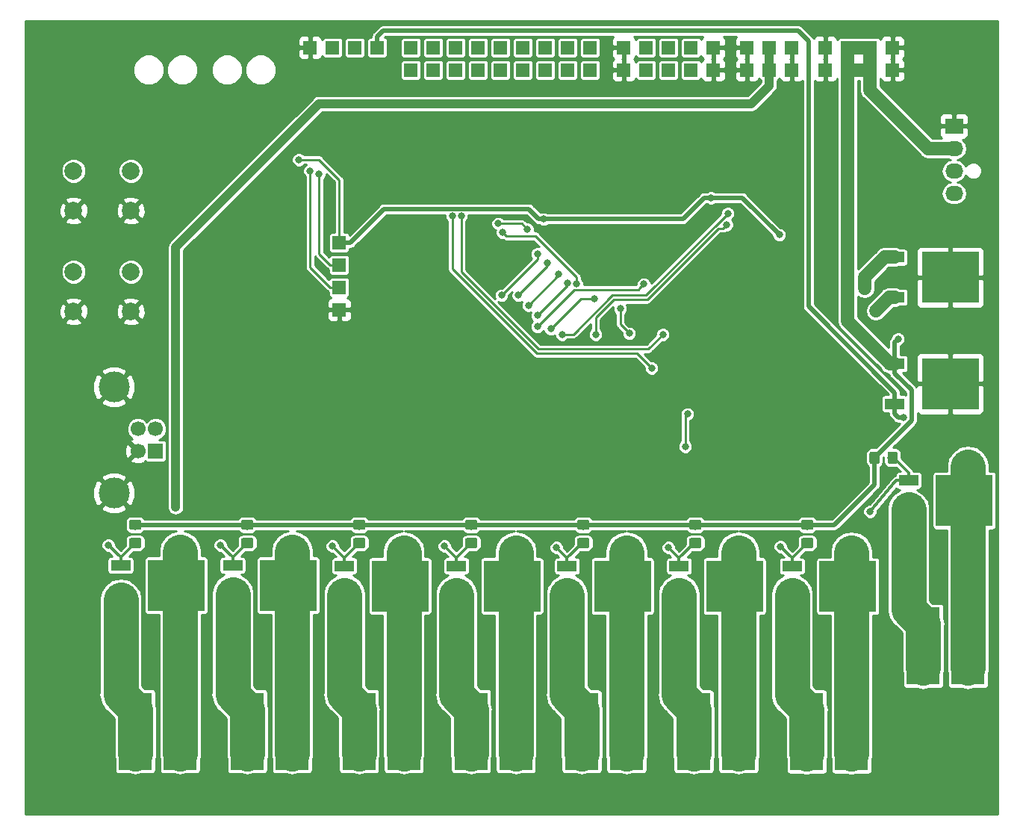
<source format=gbr>
G04 #@! TF.GenerationSoftware,KiCad,Pcbnew,5.0.2-bee76a0~70~ubuntu18.04.1*
G04 #@! TF.CreationDate,2020-07-16T16:47:02+02:00*
G04 #@! TF.ProjectId,E32CB_R2,45333243-425f-4523-922e-6b696361645f,rev?*
G04 #@! TF.SameCoordinates,Original*
G04 #@! TF.FileFunction,Copper,L1,Top*
G04 #@! TF.FilePolarity,Positive*
%FSLAX46Y46*%
G04 Gerber Fmt 4.6, Leading zero omitted, Abs format (unit mm)*
G04 Created by KiCad (PCBNEW 5.0.2-bee76a0~70~ubuntu18.04.1) date Čt 16. července 2020, 16:47:02 CEST*
%MOMM*%
%LPD*%
G01*
G04 APERTURE LIST*
G04 #@! TA.AperFunction,ComponentPad*
%ADD10R,1.524000X1.524000*%
G04 #@! TD*
G04 #@! TA.AperFunction,ComponentPad*
%ADD11R,3.810000X3.810000*%
G04 #@! TD*
G04 #@! TA.AperFunction,ComponentPad*
%ADD12C,2.000000*%
G04 #@! TD*
G04 #@! TA.AperFunction,ComponentPad*
%ADD13R,2.030000X1.730000*%
G04 #@! TD*
G04 #@! TA.AperFunction,ComponentPad*
%ADD14O,2.030000X1.730000*%
G04 #@! TD*
G04 #@! TA.AperFunction,ComponentPad*
%ADD15R,1.700000X1.700000*%
G04 #@! TD*
G04 #@! TA.AperFunction,ComponentPad*
%ADD16C,1.700000*%
G04 #@! TD*
G04 #@! TA.AperFunction,ComponentPad*
%ADD17C,3.500000*%
G04 #@! TD*
G04 #@! TA.AperFunction,SMDPad,CuDef*
%ADD18R,6.400000X5.800000*%
G04 #@! TD*
G04 #@! TA.AperFunction,SMDPad,CuDef*
%ADD19R,2.200000X1.200000*%
G04 #@! TD*
G04 #@! TA.AperFunction,Conductor*
%ADD20C,0.100000*%
G04 #@! TD*
G04 #@! TA.AperFunction,SMDPad,CuDef*
%ADD21C,1.150000*%
G04 #@! TD*
G04 #@! TA.AperFunction,ComponentPad*
%ADD22C,6.000000*%
G04 #@! TD*
G04 #@! TA.AperFunction,ViaPad*
%ADD23C,0.800000*%
G04 #@! TD*
G04 #@! TA.AperFunction,Conductor*
%ADD24C,1.500000*%
G04 #@! TD*
G04 #@! TA.AperFunction,Conductor*
%ADD25C,0.250000*%
G04 #@! TD*
G04 #@! TA.AperFunction,Conductor*
%ADD26C,0.500000*%
G04 #@! TD*
G04 #@! TA.AperFunction,Conductor*
%ADD27C,3.700000*%
G04 #@! TD*
G04 #@! TA.AperFunction,Conductor*
%ADD28C,4.000000*%
G04 #@! TD*
G04 #@! TA.AperFunction,Conductor*
%ADD29C,1.000000*%
G04 #@! TD*
G04 #@! TA.AperFunction,Conductor*
%ADD30C,0.300000*%
G04 #@! TD*
G04 #@! TA.AperFunction,Conductor*
%ADD31C,0.254000*%
G04 #@! TD*
G04 APERTURE END LIST*
D10*
G04 #@! TO.P,J23,4*
G04 #@! TO.N,GND*
X132842000Y-79248000D03*
G04 #@! TO.P,J23,3*
G04 #@! TO.N,/TXD*
X132842000Y-76708000D03*
G04 #@! TO.P,J23,2*
G04 #@! TO.N,/RXD*
X132842000Y-74168000D03*
G04 #@! TO.P,J23,1*
G04 #@! TO.N,+3V3*
X132842000Y-71628000D03*
G04 #@! TD*
D11*
G04 #@! TO.P,S,1*
G04 #@! TO.N,Net-(J14-Pad1)*
X147793253Y-124527625D03*
X147793253Y-129527625D03*
G04 #@! TD*
G04 #@! TO.P,D,1*
G04 #@! TO.N,Net-(J11-Pad1)*
X140173253Y-129527625D03*
X140173253Y-124527625D03*
G04 #@! TD*
G04 #@! TO.P,S,1*
G04 #@! TO.N,Net-(J12-Pad1)*
X135093253Y-124527625D03*
X135093253Y-129527625D03*
G04 #@! TD*
G04 #@! TO.P,D,1*
G04 #@! TO.N,Net-(J13-Pad1)*
X152873253Y-129527625D03*
X152873253Y-124527625D03*
G04 #@! TD*
G04 #@! TO.P,S,1*
G04 #@! TO.N,Net-(J16-Pad1)*
X185861012Y-124560028D03*
X185861012Y-129560028D03*
G04 #@! TD*
G04 #@! TO.P,D,1*
G04 #@! TO.N,Net-(J17-Pad1)*
X204149012Y-119844528D03*
X204149012Y-114844528D03*
G04 #@! TD*
G04 #@! TO.P,S,1*
G04 #@! TO.N,Net-(J18-Pad1)*
X199069012Y-114844528D03*
X199069012Y-119844528D03*
G04 #@! TD*
G04 #@! TO.P,D,1*
G04 #@! TO.N,Net-(J19-Pad1)*
X165416052Y-129544337D03*
X165416052Y-124544337D03*
G04 #@! TD*
G04 #@! TO.P,D,1*
G04 #@! TO.N,Net-(J21-Pad1)*
X178116052Y-124544337D03*
X178116052Y-129544337D03*
G04 #@! TD*
G04 #@! TO.P,S,1*
G04 #@! TO.N,Net-(J22-Pad1)*
X173036052Y-129544337D03*
X173036052Y-124544337D03*
G04 #@! TD*
G04 #@! TO.P,D,1*
G04 #@! TO.N,Net-(J15-Pad1)*
X190941012Y-124560028D03*
X190941012Y-129560028D03*
G04 #@! TD*
G04 #@! TO.P,S,1*
G04 #@! TO.N,Net-(J20-Pad1)*
X160336052Y-129544337D03*
X160336052Y-124544337D03*
G04 #@! TD*
D12*
G04 #@! TO.P,BOOT,1*
G04 #@! TO.N,/IO_0*
X109220000Y-74930000D03*
G04 #@! TO.P,BOOT,2*
G04 #@! TO.N,GND*
X109220000Y-79430000D03*
G04 #@! TO.P,BOOT,1*
G04 #@! TO.N,/IO_0*
X102720000Y-74930000D03*
G04 #@! TO.P,BOOT,2*
G04 #@! TO.N,GND*
X102720000Y-79430000D03*
G04 #@! TD*
G04 #@! TO.P,RESET,2*
G04 #@! TO.N,GND*
X102720000Y-68000000D03*
G04 #@! TO.P,RESET,1*
G04 #@! TO.N,/EN*
X102720000Y-63500000D03*
G04 #@! TO.P,RESET,2*
G04 #@! TO.N,GND*
X109220000Y-68000000D03*
G04 #@! TO.P,RESET,1*
G04 #@! TO.N,/EN*
X109220000Y-63500000D03*
G04 #@! TD*
D13*
G04 #@! TO.P,PWM fan,1*
G04 #@! TO.N,GND*
X202565000Y-58420000D03*
D14*
G04 #@! TO.P,PWM fan,2*
G04 #@! TO.N,+12V*
X202565000Y-60960000D03*
G04 #@! TO.P,PWM fan,3*
G04 #@! TO.N,Net-(fan_1-Pad3)*
X202565000Y-63500000D03*
G04 #@! TO.P,PWM fan,4*
G04 #@! TO.N,/fan1*
X202565000Y-66040000D03*
G04 #@! TD*
D15*
G04 #@! TO.P,J3,1*
G04 #@! TO.N,Net-(C3-Pad1)*
X112014000Y-95250000D03*
D16*
G04 #@! TO.P,J3,2*
G04 #@! TO.N,/USB_N*
X112014000Y-92750000D03*
G04 #@! TO.P,J3,3*
G04 #@! TO.N,/USB_P*
X110014000Y-92750000D03*
G04 #@! TO.P,J3,4*
G04 #@! TO.N,GND*
X110014000Y-95250000D03*
D17*
G04 #@! TO.P,J3,5*
X107304000Y-100020000D03*
X107304000Y-87980000D03*
G04 #@! TD*
D11*
G04 #@! TO.P,D,1*
G04 #@! TO.N,Net-(J7-Pad1)*
X114808000Y-129540000D03*
X114808000Y-124540000D03*
G04 #@! TD*
G04 #@! TO.P,S,1*
G04 #@! TO.N,Net-(J8-Pad1)*
X109728000Y-124540000D03*
X109728000Y-129540000D03*
G04 #@! TD*
G04 #@! TO.P,D,1*
G04 #@! TO.N,Net-(J9-Pad1)*
X127508000Y-129540000D03*
X127508000Y-124540000D03*
G04 #@! TD*
G04 #@! TO.P,S,1*
G04 #@! TO.N,Net-(J10-Pad1)*
X122428000Y-124540000D03*
X122428000Y-129540000D03*
G04 #@! TD*
D10*
G04 #@! TO.P,J5,4*
G04 #@! TO.N,/display_Vin*
X137160000Y-49530000D03*
G04 #@! TO.P,J5,3*
G04 #@! TO.N,/U2_RXD*
X134620000Y-49530000D03*
G04 #@! TO.P,J5,2*
G04 #@! TO.N,/U2_TXD*
X132080000Y-49530000D03*
G04 #@! TO.P,J5,1*
G04 #@! TO.N,GND*
X129540000Y-49530000D03*
G04 #@! TD*
G04 #@! TO.P,J4,1*
G04 #@! TO.N,GND*
X179070000Y-52070000D03*
G04 #@! TO.P,J4,2*
X179070000Y-49530000D03*
G04 #@! TO.P,J4,3*
G04 #@! TO.N,+5V*
X181610000Y-52070000D03*
G04 #@! TO.P,J4,4*
X181610000Y-49530000D03*
G04 #@! TO.P,J4,5*
G04 #@! TO.N,GND*
X184150000Y-52070000D03*
G04 #@! TO.P,J4,6*
X184150000Y-49530000D03*
G04 #@! TD*
G04 #@! TO.P,J2,1*
G04 #@! TO.N,GND*
X187960000Y-52070000D03*
G04 #@! TO.P,J2,2*
X187960000Y-49530000D03*
G04 #@! TO.P,J2,3*
G04 #@! TO.N,+12V*
X190500000Y-52070000D03*
G04 #@! TO.P,J2,4*
X190500000Y-49530000D03*
G04 #@! TO.P,J2,5*
X193040000Y-52070000D03*
G04 #@! TO.P,J2,6*
X193040000Y-49530000D03*
G04 #@! TO.P,J2,7*
G04 #@! TO.N,GND*
X195580000Y-52070000D03*
G04 #@! TO.P,J2,8*
X195580000Y-49530000D03*
G04 #@! TD*
G04 #@! TO.P,J6,1*
G04 #@! TO.N,GND*
X165100000Y-52070000D03*
G04 #@! TO.P,J6,2*
X165100000Y-49530000D03*
G04 #@! TO.P,J6,3*
G04 #@! TO.N,/I2C_SDA*
X167640000Y-52070000D03*
G04 #@! TO.P,J6,4*
X167640000Y-49530000D03*
G04 #@! TO.P,J6,5*
G04 #@! TO.N,+3V3*
X170180000Y-52070000D03*
G04 #@! TO.P,J6,6*
X170180000Y-49530000D03*
G04 #@! TO.P,J6,7*
G04 #@! TO.N,/I2C_SCL*
X172720000Y-52070000D03*
G04 #@! TO.P,J6,8*
X172720000Y-49530000D03*
G04 #@! TO.P,J6,9*
G04 #@! TO.N,GND*
X175260000Y-52070000D03*
G04 #@! TO.P,J6,10*
X175260000Y-49530000D03*
G04 #@! TD*
G04 #@! TO.P,J1,1*
G04 #@! TO.N,/gpio5*
X140970000Y-52070000D03*
G04 #@! TO.P,J1,2*
X140970000Y-49530000D03*
G04 #@! TO.P,J1,3*
G04 #@! TO.N,/gpio2*
X143510000Y-52070000D03*
G04 #@! TO.P,J1,4*
X143510000Y-49530000D03*
G04 #@! TO.P,J1,5*
G04 #@! TO.N,/gpio15*
X146050000Y-52070000D03*
G04 #@! TO.P,J1,6*
X146050000Y-49530000D03*
G04 #@! TO.P,J1,7*
G04 #@! TO.N,/gpi36*
X148590000Y-52070000D03*
G04 #@! TO.P,J1,8*
X148590000Y-49530000D03*
G04 #@! TO.P,J1,9*
G04 #@! TO.N,/gpi39*
X151130000Y-52070000D03*
G04 #@! TO.P,J1,10*
X151130000Y-49530000D03*
G04 #@! TO.P,J1,11*
G04 #@! TO.N,/gpi34*
X153670000Y-52070000D03*
G04 #@! TO.P,J1,12*
X153670000Y-49530000D03*
G04 #@! TO.P,J1,13*
G04 #@! TO.N,/gpi35*
X156210000Y-52070000D03*
G04 #@! TO.P,J1,14*
X156210000Y-49530000D03*
G04 #@! TO.P,J1,15*
G04 #@! TO.N,/gpio26*
X158750000Y-52070000D03*
G04 #@! TO.P,J1,16*
X158750000Y-49530000D03*
G04 #@! TO.P,J1,17*
G04 #@! TO.N,/gpio12*
X161290000Y-52070000D03*
G04 #@! TO.P,J1,18*
X161290000Y-49530000D03*
G04 #@! TD*
D18*
G04 #@! TO.P,LF33,2*
G04 #@! TO.N,GND*
X202125000Y-75565000D03*
D19*
G04 #@! TO.P,LF33,3*
G04 #@! TO.N,+3V3*
X195825000Y-77845000D03*
G04 #@! TO.P,LF33,1*
G04 #@! TO.N,Net-(3V3stabilizer1-Pad1)*
X195825000Y-73285000D03*
G04 #@! TD*
G04 #@! TO.P,Q5,1*
G04 #@! TO.N,Net-(Q5-Pad1)*
X158676052Y-108294337D03*
G04 #@! TO.P,Q5,3*
G04 #@! TO.N,Net-(J20-Pad1)*
X158676052Y-112854337D03*
D18*
G04 #@! TO.P,Q5,2*
G04 #@! TO.N,Net-(J19-Pad1)*
X164976052Y-110574337D03*
G04 #@! TD*
G04 #@! TO.P,Q4,2*
G04 #@! TO.N,Net-(J13-Pad1)*
X152433253Y-110557625D03*
D19*
G04 #@! TO.P,Q4,3*
G04 #@! TO.N,Net-(J14-Pad1)*
X146133253Y-112837625D03*
G04 #@! TO.P,Q4,1*
G04 #@! TO.N,Net-(Q4-Pad1)*
X146133253Y-108277625D03*
G04 #@! TD*
G04 #@! TO.P,Q3,1*
G04 #@! TO.N,Net-(Q3-Pad1)*
X133433253Y-108277625D03*
G04 #@! TO.P,Q3,3*
G04 #@! TO.N,Net-(J12-Pad1)*
X133433253Y-112837625D03*
D18*
G04 #@! TO.P,Q3,2*
G04 #@! TO.N,Net-(J11-Pad1)*
X139733253Y-110557625D03*
G04 #@! TD*
G04 #@! TO.P,Q8,2*
G04 #@! TO.N,Net-(J17-Pad1)*
X203709012Y-100874528D03*
D19*
G04 #@! TO.P,Q8,3*
G04 #@! TO.N,Net-(J18-Pad1)*
X197409012Y-103154528D03*
G04 #@! TO.P,Q8,1*
G04 #@! TO.N,Net-(Q8-Pad1)*
X197409012Y-98594528D03*
G04 #@! TD*
G04 #@! TO.P,Q7,1*
G04 #@! TO.N,Net-(Q7-Pad1)*
X184201012Y-108310028D03*
G04 #@! TO.P,Q7,3*
G04 #@! TO.N,Net-(J16-Pad1)*
X184201012Y-112870028D03*
D18*
G04 #@! TO.P,Q7,2*
G04 #@! TO.N,Net-(J15-Pad1)*
X190501012Y-110590028D03*
G04 #@! TD*
G04 #@! TO.P,Q6,2*
G04 #@! TO.N,Net-(J21-Pad1)*
X177676052Y-110574337D03*
D19*
G04 #@! TO.P,Q6,3*
G04 #@! TO.N,Net-(J22-Pad1)*
X171376052Y-112854337D03*
G04 #@! TO.P,Q6,1*
G04 #@! TO.N,Net-(Q6-Pad1)*
X171376052Y-108294337D03*
G04 #@! TD*
G04 #@! TO.P,LM7808,1*
G04 #@! TO.N,+12V*
X195825000Y-85350000D03*
G04 #@! TO.P,LM7808,3*
G04 #@! TO.N,/display_Vin*
X195825000Y-89910000D03*
D18*
G04 #@! TO.P,LM7808,2*
G04 #@! TO.N,GND*
X202125000Y-87630000D03*
G04 #@! TD*
G04 #@! TO.P,Q2,2*
G04 #@! TO.N,Net-(J9-Pad1)*
X127068000Y-110490000D03*
D19*
G04 #@! TO.P,Q2,3*
G04 #@! TO.N,Net-(J10-Pad1)*
X120768000Y-112770000D03*
G04 #@! TO.P,Q2,1*
G04 #@! TO.N,Net-(Q2-Pad1)*
X120768000Y-108210000D03*
G04 #@! TD*
G04 #@! TO.P,Q1,1*
G04 #@! TO.N,Net-(Q1-Pad1)*
X108068000Y-108210000D03*
G04 #@! TO.P,Q1,3*
G04 #@! TO.N,Net-(J8-Pad1)*
X108068000Y-112770000D03*
D18*
G04 #@! TO.P,Q1,2*
G04 #@! TO.N,Net-(J7-Pad1)*
X114368000Y-110490000D03*
G04 #@! TD*
D20*
G04 #@! TO.N,Net-(Q1-Pad1)*
G04 #@! TO.C,R13*
G36*
X110202505Y-105099204D02*
X110226773Y-105102804D01*
X110250572Y-105108765D01*
X110273671Y-105117030D01*
X110295850Y-105127520D01*
X110316893Y-105140132D01*
X110336599Y-105154747D01*
X110354777Y-105171223D01*
X110371253Y-105189401D01*
X110385868Y-105209107D01*
X110398480Y-105230150D01*
X110408970Y-105252329D01*
X110417235Y-105275428D01*
X110423196Y-105299227D01*
X110426796Y-105323495D01*
X110428000Y-105347999D01*
X110428000Y-105998001D01*
X110426796Y-106022505D01*
X110423196Y-106046773D01*
X110417235Y-106070572D01*
X110408970Y-106093671D01*
X110398480Y-106115850D01*
X110385868Y-106136893D01*
X110371253Y-106156599D01*
X110354777Y-106174777D01*
X110336599Y-106191253D01*
X110316893Y-106205868D01*
X110295850Y-106218480D01*
X110273671Y-106228970D01*
X110250572Y-106237235D01*
X110226773Y-106243196D01*
X110202505Y-106246796D01*
X110178001Y-106248000D01*
X109277999Y-106248000D01*
X109253495Y-106246796D01*
X109229227Y-106243196D01*
X109205428Y-106237235D01*
X109182329Y-106228970D01*
X109160150Y-106218480D01*
X109139107Y-106205868D01*
X109119401Y-106191253D01*
X109101223Y-106174777D01*
X109084747Y-106156599D01*
X109070132Y-106136893D01*
X109057520Y-106115850D01*
X109047030Y-106093671D01*
X109038765Y-106070572D01*
X109032804Y-106046773D01*
X109029204Y-106022505D01*
X109028000Y-105998001D01*
X109028000Y-105347999D01*
X109029204Y-105323495D01*
X109032804Y-105299227D01*
X109038765Y-105275428D01*
X109047030Y-105252329D01*
X109057520Y-105230150D01*
X109070132Y-105209107D01*
X109084747Y-105189401D01*
X109101223Y-105171223D01*
X109119401Y-105154747D01*
X109139107Y-105140132D01*
X109160150Y-105127520D01*
X109182329Y-105117030D01*
X109205428Y-105108765D01*
X109229227Y-105102804D01*
X109253495Y-105099204D01*
X109277999Y-105098000D01*
X110178001Y-105098000D01*
X110202505Y-105099204D01*
X110202505Y-105099204D01*
G37*
D21*
G04 #@! TD*
G04 #@! TO.P,R13,2*
G04 #@! TO.N,Net-(Q1-Pad1)*
X109728000Y-105673000D03*
D20*
G04 #@! TO.N,+12V*
G04 #@! TO.C,R13*
G36*
X110202505Y-103049204D02*
X110226773Y-103052804D01*
X110250572Y-103058765D01*
X110273671Y-103067030D01*
X110295850Y-103077520D01*
X110316893Y-103090132D01*
X110336599Y-103104747D01*
X110354777Y-103121223D01*
X110371253Y-103139401D01*
X110385868Y-103159107D01*
X110398480Y-103180150D01*
X110408970Y-103202329D01*
X110417235Y-103225428D01*
X110423196Y-103249227D01*
X110426796Y-103273495D01*
X110428000Y-103297999D01*
X110428000Y-103948001D01*
X110426796Y-103972505D01*
X110423196Y-103996773D01*
X110417235Y-104020572D01*
X110408970Y-104043671D01*
X110398480Y-104065850D01*
X110385868Y-104086893D01*
X110371253Y-104106599D01*
X110354777Y-104124777D01*
X110336599Y-104141253D01*
X110316893Y-104155868D01*
X110295850Y-104168480D01*
X110273671Y-104178970D01*
X110250572Y-104187235D01*
X110226773Y-104193196D01*
X110202505Y-104196796D01*
X110178001Y-104198000D01*
X109277999Y-104198000D01*
X109253495Y-104196796D01*
X109229227Y-104193196D01*
X109205428Y-104187235D01*
X109182329Y-104178970D01*
X109160150Y-104168480D01*
X109139107Y-104155868D01*
X109119401Y-104141253D01*
X109101223Y-104124777D01*
X109084747Y-104106599D01*
X109070132Y-104086893D01*
X109057520Y-104065850D01*
X109047030Y-104043671D01*
X109038765Y-104020572D01*
X109032804Y-103996773D01*
X109029204Y-103972505D01*
X109028000Y-103948001D01*
X109028000Y-103297999D01*
X109029204Y-103273495D01*
X109032804Y-103249227D01*
X109038765Y-103225428D01*
X109047030Y-103202329D01*
X109057520Y-103180150D01*
X109070132Y-103159107D01*
X109084747Y-103139401D01*
X109101223Y-103121223D01*
X109119401Y-103104747D01*
X109139107Y-103090132D01*
X109160150Y-103077520D01*
X109182329Y-103067030D01*
X109205428Y-103058765D01*
X109229227Y-103052804D01*
X109253495Y-103049204D01*
X109277999Y-103048000D01*
X110178001Y-103048000D01*
X110202505Y-103049204D01*
X110202505Y-103049204D01*
G37*
D21*
G04 #@! TD*
G04 #@! TO.P,R13,1*
G04 #@! TO.N,+12V*
X109728000Y-103623000D03*
D20*
G04 #@! TO.N,+12V*
G04 #@! TO.C,R14*
G36*
X122902505Y-103049204D02*
X122926773Y-103052804D01*
X122950572Y-103058765D01*
X122973671Y-103067030D01*
X122995850Y-103077520D01*
X123016893Y-103090132D01*
X123036599Y-103104747D01*
X123054777Y-103121223D01*
X123071253Y-103139401D01*
X123085868Y-103159107D01*
X123098480Y-103180150D01*
X123108970Y-103202329D01*
X123117235Y-103225428D01*
X123123196Y-103249227D01*
X123126796Y-103273495D01*
X123128000Y-103297999D01*
X123128000Y-103948001D01*
X123126796Y-103972505D01*
X123123196Y-103996773D01*
X123117235Y-104020572D01*
X123108970Y-104043671D01*
X123098480Y-104065850D01*
X123085868Y-104086893D01*
X123071253Y-104106599D01*
X123054777Y-104124777D01*
X123036599Y-104141253D01*
X123016893Y-104155868D01*
X122995850Y-104168480D01*
X122973671Y-104178970D01*
X122950572Y-104187235D01*
X122926773Y-104193196D01*
X122902505Y-104196796D01*
X122878001Y-104198000D01*
X121977999Y-104198000D01*
X121953495Y-104196796D01*
X121929227Y-104193196D01*
X121905428Y-104187235D01*
X121882329Y-104178970D01*
X121860150Y-104168480D01*
X121839107Y-104155868D01*
X121819401Y-104141253D01*
X121801223Y-104124777D01*
X121784747Y-104106599D01*
X121770132Y-104086893D01*
X121757520Y-104065850D01*
X121747030Y-104043671D01*
X121738765Y-104020572D01*
X121732804Y-103996773D01*
X121729204Y-103972505D01*
X121728000Y-103948001D01*
X121728000Y-103297999D01*
X121729204Y-103273495D01*
X121732804Y-103249227D01*
X121738765Y-103225428D01*
X121747030Y-103202329D01*
X121757520Y-103180150D01*
X121770132Y-103159107D01*
X121784747Y-103139401D01*
X121801223Y-103121223D01*
X121819401Y-103104747D01*
X121839107Y-103090132D01*
X121860150Y-103077520D01*
X121882329Y-103067030D01*
X121905428Y-103058765D01*
X121929227Y-103052804D01*
X121953495Y-103049204D01*
X121977999Y-103048000D01*
X122878001Y-103048000D01*
X122902505Y-103049204D01*
X122902505Y-103049204D01*
G37*
D21*
G04 #@! TD*
G04 #@! TO.P,R14,1*
G04 #@! TO.N,+12V*
X122428000Y-103623000D03*
D20*
G04 #@! TO.N,Net-(Q2-Pad1)*
G04 #@! TO.C,R14*
G36*
X122902505Y-105099204D02*
X122926773Y-105102804D01*
X122950572Y-105108765D01*
X122973671Y-105117030D01*
X122995850Y-105127520D01*
X123016893Y-105140132D01*
X123036599Y-105154747D01*
X123054777Y-105171223D01*
X123071253Y-105189401D01*
X123085868Y-105209107D01*
X123098480Y-105230150D01*
X123108970Y-105252329D01*
X123117235Y-105275428D01*
X123123196Y-105299227D01*
X123126796Y-105323495D01*
X123128000Y-105347999D01*
X123128000Y-105998001D01*
X123126796Y-106022505D01*
X123123196Y-106046773D01*
X123117235Y-106070572D01*
X123108970Y-106093671D01*
X123098480Y-106115850D01*
X123085868Y-106136893D01*
X123071253Y-106156599D01*
X123054777Y-106174777D01*
X123036599Y-106191253D01*
X123016893Y-106205868D01*
X122995850Y-106218480D01*
X122973671Y-106228970D01*
X122950572Y-106237235D01*
X122926773Y-106243196D01*
X122902505Y-106246796D01*
X122878001Y-106248000D01*
X121977999Y-106248000D01*
X121953495Y-106246796D01*
X121929227Y-106243196D01*
X121905428Y-106237235D01*
X121882329Y-106228970D01*
X121860150Y-106218480D01*
X121839107Y-106205868D01*
X121819401Y-106191253D01*
X121801223Y-106174777D01*
X121784747Y-106156599D01*
X121770132Y-106136893D01*
X121757520Y-106115850D01*
X121747030Y-106093671D01*
X121738765Y-106070572D01*
X121732804Y-106046773D01*
X121729204Y-106022505D01*
X121728000Y-105998001D01*
X121728000Y-105347999D01*
X121729204Y-105323495D01*
X121732804Y-105299227D01*
X121738765Y-105275428D01*
X121747030Y-105252329D01*
X121757520Y-105230150D01*
X121770132Y-105209107D01*
X121784747Y-105189401D01*
X121801223Y-105171223D01*
X121819401Y-105154747D01*
X121839107Y-105140132D01*
X121860150Y-105127520D01*
X121882329Y-105117030D01*
X121905428Y-105108765D01*
X121929227Y-105102804D01*
X121953495Y-105099204D01*
X121977999Y-105098000D01*
X122878001Y-105098000D01*
X122902505Y-105099204D01*
X122902505Y-105099204D01*
G37*
D21*
G04 #@! TD*
G04 #@! TO.P,R14,2*
G04 #@! TO.N,Net-(Q2-Pad1)*
X122428000Y-105673000D03*
D20*
G04 #@! TO.N,Net-(Q3-Pad1)*
G04 #@! TO.C,R15*
G36*
X135602505Y-105099204D02*
X135626773Y-105102804D01*
X135650572Y-105108765D01*
X135673671Y-105117030D01*
X135695850Y-105127520D01*
X135716893Y-105140132D01*
X135736599Y-105154747D01*
X135754777Y-105171223D01*
X135771253Y-105189401D01*
X135785868Y-105209107D01*
X135798480Y-105230150D01*
X135808970Y-105252329D01*
X135817235Y-105275428D01*
X135823196Y-105299227D01*
X135826796Y-105323495D01*
X135828000Y-105347999D01*
X135828000Y-105998001D01*
X135826796Y-106022505D01*
X135823196Y-106046773D01*
X135817235Y-106070572D01*
X135808970Y-106093671D01*
X135798480Y-106115850D01*
X135785868Y-106136893D01*
X135771253Y-106156599D01*
X135754777Y-106174777D01*
X135736599Y-106191253D01*
X135716893Y-106205868D01*
X135695850Y-106218480D01*
X135673671Y-106228970D01*
X135650572Y-106237235D01*
X135626773Y-106243196D01*
X135602505Y-106246796D01*
X135578001Y-106248000D01*
X134677999Y-106248000D01*
X134653495Y-106246796D01*
X134629227Y-106243196D01*
X134605428Y-106237235D01*
X134582329Y-106228970D01*
X134560150Y-106218480D01*
X134539107Y-106205868D01*
X134519401Y-106191253D01*
X134501223Y-106174777D01*
X134484747Y-106156599D01*
X134470132Y-106136893D01*
X134457520Y-106115850D01*
X134447030Y-106093671D01*
X134438765Y-106070572D01*
X134432804Y-106046773D01*
X134429204Y-106022505D01*
X134428000Y-105998001D01*
X134428000Y-105347999D01*
X134429204Y-105323495D01*
X134432804Y-105299227D01*
X134438765Y-105275428D01*
X134447030Y-105252329D01*
X134457520Y-105230150D01*
X134470132Y-105209107D01*
X134484747Y-105189401D01*
X134501223Y-105171223D01*
X134519401Y-105154747D01*
X134539107Y-105140132D01*
X134560150Y-105127520D01*
X134582329Y-105117030D01*
X134605428Y-105108765D01*
X134629227Y-105102804D01*
X134653495Y-105099204D01*
X134677999Y-105098000D01*
X135578001Y-105098000D01*
X135602505Y-105099204D01*
X135602505Y-105099204D01*
G37*
D21*
G04 #@! TD*
G04 #@! TO.P,R15,2*
G04 #@! TO.N,Net-(Q3-Pad1)*
X135128000Y-105673000D03*
D20*
G04 #@! TO.N,+12V*
G04 #@! TO.C,R15*
G36*
X135602505Y-103049204D02*
X135626773Y-103052804D01*
X135650572Y-103058765D01*
X135673671Y-103067030D01*
X135695850Y-103077520D01*
X135716893Y-103090132D01*
X135736599Y-103104747D01*
X135754777Y-103121223D01*
X135771253Y-103139401D01*
X135785868Y-103159107D01*
X135798480Y-103180150D01*
X135808970Y-103202329D01*
X135817235Y-103225428D01*
X135823196Y-103249227D01*
X135826796Y-103273495D01*
X135828000Y-103297999D01*
X135828000Y-103948001D01*
X135826796Y-103972505D01*
X135823196Y-103996773D01*
X135817235Y-104020572D01*
X135808970Y-104043671D01*
X135798480Y-104065850D01*
X135785868Y-104086893D01*
X135771253Y-104106599D01*
X135754777Y-104124777D01*
X135736599Y-104141253D01*
X135716893Y-104155868D01*
X135695850Y-104168480D01*
X135673671Y-104178970D01*
X135650572Y-104187235D01*
X135626773Y-104193196D01*
X135602505Y-104196796D01*
X135578001Y-104198000D01*
X134677999Y-104198000D01*
X134653495Y-104196796D01*
X134629227Y-104193196D01*
X134605428Y-104187235D01*
X134582329Y-104178970D01*
X134560150Y-104168480D01*
X134539107Y-104155868D01*
X134519401Y-104141253D01*
X134501223Y-104124777D01*
X134484747Y-104106599D01*
X134470132Y-104086893D01*
X134457520Y-104065850D01*
X134447030Y-104043671D01*
X134438765Y-104020572D01*
X134432804Y-103996773D01*
X134429204Y-103972505D01*
X134428000Y-103948001D01*
X134428000Y-103297999D01*
X134429204Y-103273495D01*
X134432804Y-103249227D01*
X134438765Y-103225428D01*
X134447030Y-103202329D01*
X134457520Y-103180150D01*
X134470132Y-103159107D01*
X134484747Y-103139401D01*
X134501223Y-103121223D01*
X134519401Y-103104747D01*
X134539107Y-103090132D01*
X134560150Y-103077520D01*
X134582329Y-103067030D01*
X134605428Y-103058765D01*
X134629227Y-103052804D01*
X134653495Y-103049204D01*
X134677999Y-103048000D01*
X135578001Y-103048000D01*
X135602505Y-103049204D01*
X135602505Y-103049204D01*
G37*
D21*
G04 #@! TD*
G04 #@! TO.P,R15,1*
G04 #@! TO.N,+12V*
X135128000Y-103623000D03*
D20*
G04 #@! TO.N,+12V*
G04 #@! TO.C,R20*
G36*
X193888505Y-95313204D02*
X193912773Y-95316804D01*
X193936572Y-95322765D01*
X193959671Y-95331030D01*
X193981850Y-95341520D01*
X194002893Y-95354132D01*
X194022599Y-95368747D01*
X194040777Y-95385223D01*
X194057253Y-95403401D01*
X194071868Y-95423107D01*
X194084480Y-95444150D01*
X194094970Y-95466329D01*
X194103235Y-95489428D01*
X194109196Y-95513227D01*
X194112796Y-95537495D01*
X194114000Y-95561999D01*
X194114000Y-96462001D01*
X194112796Y-96486505D01*
X194109196Y-96510773D01*
X194103235Y-96534572D01*
X194094970Y-96557671D01*
X194084480Y-96579850D01*
X194071868Y-96600893D01*
X194057253Y-96620599D01*
X194040777Y-96638777D01*
X194022599Y-96655253D01*
X194002893Y-96669868D01*
X193981850Y-96682480D01*
X193959671Y-96692970D01*
X193936572Y-96701235D01*
X193912773Y-96707196D01*
X193888505Y-96710796D01*
X193864001Y-96712000D01*
X193213999Y-96712000D01*
X193189495Y-96710796D01*
X193165227Y-96707196D01*
X193141428Y-96701235D01*
X193118329Y-96692970D01*
X193096150Y-96682480D01*
X193075107Y-96669868D01*
X193055401Y-96655253D01*
X193037223Y-96638777D01*
X193020747Y-96620599D01*
X193006132Y-96600893D01*
X192993520Y-96579850D01*
X192983030Y-96557671D01*
X192974765Y-96534572D01*
X192968804Y-96510773D01*
X192965204Y-96486505D01*
X192964000Y-96462001D01*
X192964000Y-95561999D01*
X192965204Y-95537495D01*
X192968804Y-95513227D01*
X192974765Y-95489428D01*
X192983030Y-95466329D01*
X192993520Y-95444150D01*
X193006132Y-95423107D01*
X193020747Y-95403401D01*
X193037223Y-95385223D01*
X193055401Y-95368747D01*
X193075107Y-95354132D01*
X193096150Y-95341520D01*
X193118329Y-95331030D01*
X193141428Y-95322765D01*
X193165227Y-95316804D01*
X193189495Y-95313204D01*
X193213999Y-95312000D01*
X193864001Y-95312000D01*
X193888505Y-95313204D01*
X193888505Y-95313204D01*
G37*
D21*
G04 #@! TD*
G04 #@! TO.P,R20,1*
G04 #@! TO.N,+12V*
X193539000Y-96012000D03*
D20*
G04 #@! TO.N,Net-(Q8-Pad1)*
G04 #@! TO.C,R20*
G36*
X195938505Y-95313204D02*
X195962773Y-95316804D01*
X195986572Y-95322765D01*
X196009671Y-95331030D01*
X196031850Y-95341520D01*
X196052893Y-95354132D01*
X196072599Y-95368747D01*
X196090777Y-95385223D01*
X196107253Y-95403401D01*
X196121868Y-95423107D01*
X196134480Y-95444150D01*
X196144970Y-95466329D01*
X196153235Y-95489428D01*
X196159196Y-95513227D01*
X196162796Y-95537495D01*
X196164000Y-95561999D01*
X196164000Y-96462001D01*
X196162796Y-96486505D01*
X196159196Y-96510773D01*
X196153235Y-96534572D01*
X196144970Y-96557671D01*
X196134480Y-96579850D01*
X196121868Y-96600893D01*
X196107253Y-96620599D01*
X196090777Y-96638777D01*
X196072599Y-96655253D01*
X196052893Y-96669868D01*
X196031850Y-96682480D01*
X196009671Y-96692970D01*
X195986572Y-96701235D01*
X195962773Y-96707196D01*
X195938505Y-96710796D01*
X195914001Y-96712000D01*
X195263999Y-96712000D01*
X195239495Y-96710796D01*
X195215227Y-96707196D01*
X195191428Y-96701235D01*
X195168329Y-96692970D01*
X195146150Y-96682480D01*
X195125107Y-96669868D01*
X195105401Y-96655253D01*
X195087223Y-96638777D01*
X195070747Y-96620599D01*
X195056132Y-96600893D01*
X195043520Y-96579850D01*
X195033030Y-96557671D01*
X195024765Y-96534572D01*
X195018804Y-96510773D01*
X195015204Y-96486505D01*
X195014000Y-96462001D01*
X195014000Y-95561999D01*
X195015204Y-95537495D01*
X195018804Y-95513227D01*
X195024765Y-95489428D01*
X195033030Y-95466329D01*
X195043520Y-95444150D01*
X195056132Y-95423107D01*
X195070747Y-95403401D01*
X195087223Y-95385223D01*
X195105401Y-95368747D01*
X195125107Y-95354132D01*
X195146150Y-95341520D01*
X195168329Y-95331030D01*
X195191428Y-95322765D01*
X195215227Y-95316804D01*
X195239495Y-95313204D01*
X195263999Y-95312000D01*
X195914001Y-95312000D01*
X195938505Y-95313204D01*
X195938505Y-95313204D01*
G37*
D21*
G04 #@! TD*
G04 #@! TO.P,R20,2*
G04 #@! TO.N,Net-(Q8-Pad1)*
X195589000Y-96012000D03*
D20*
G04 #@! TO.N,Net-(Q7-Pad1)*
G04 #@! TO.C,R19*
G36*
X186402505Y-105099204D02*
X186426773Y-105102804D01*
X186450572Y-105108765D01*
X186473671Y-105117030D01*
X186495850Y-105127520D01*
X186516893Y-105140132D01*
X186536599Y-105154747D01*
X186554777Y-105171223D01*
X186571253Y-105189401D01*
X186585868Y-105209107D01*
X186598480Y-105230150D01*
X186608970Y-105252329D01*
X186617235Y-105275428D01*
X186623196Y-105299227D01*
X186626796Y-105323495D01*
X186628000Y-105347999D01*
X186628000Y-105998001D01*
X186626796Y-106022505D01*
X186623196Y-106046773D01*
X186617235Y-106070572D01*
X186608970Y-106093671D01*
X186598480Y-106115850D01*
X186585868Y-106136893D01*
X186571253Y-106156599D01*
X186554777Y-106174777D01*
X186536599Y-106191253D01*
X186516893Y-106205868D01*
X186495850Y-106218480D01*
X186473671Y-106228970D01*
X186450572Y-106237235D01*
X186426773Y-106243196D01*
X186402505Y-106246796D01*
X186378001Y-106248000D01*
X185477999Y-106248000D01*
X185453495Y-106246796D01*
X185429227Y-106243196D01*
X185405428Y-106237235D01*
X185382329Y-106228970D01*
X185360150Y-106218480D01*
X185339107Y-106205868D01*
X185319401Y-106191253D01*
X185301223Y-106174777D01*
X185284747Y-106156599D01*
X185270132Y-106136893D01*
X185257520Y-106115850D01*
X185247030Y-106093671D01*
X185238765Y-106070572D01*
X185232804Y-106046773D01*
X185229204Y-106022505D01*
X185228000Y-105998001D01*
X185228000Y-105347999D01*
X185229204Y-105323495D01*
X185232804Y-105299227D01*
X185238765Y-105275428D01*
X185247030Y-105252329D01*
X185257520Y-105230150D01*
X185270132Y-105209107D01*
X185284747Y-105189401D01*
X185301223Y-105171223D01*
X185319401Y-105154747D01*
X185339107Y-105140132D01*
X185360150Y-105127520D01*
X185382329Y-105117030D01*
X185405428Y-105108765D01*
X185429227Y-105102804D01*
X185453495Y-105099204D01*
X185477999Y-105098000D01*
X186378001Y-105098000D01*
X186402505Y-105099204D01*
X186402505Y-105099204D01*
G37*
D21*
G04 #@! TD*
G04 #@! TO.P,R19,2*
G04 #@! TO.N,Net-(Q7-Pad1)*
X185928000Y-105673000D03*
D20*
G04 #@! TO.N,+12V*
G04 #@! TO.C,R19*
G36*
X186402505Y-103049204D02*
X186426773Y-103052804D01*
X186450572Y-103058765D01*
X186473671Y-103067030D01*
X186495850Y-103077520D01*
X186516893Y-103090132D01*
X186536599Y-103104747D01*
X186554777Y-103121223D01*
X186571253Y-103139401D01*
X186585868Y-103159107D01*
X186598480Y-103180150D01*
X186608970Y-103202329D01*
X186617235Y-103225428D01*
X186623196Y-103249227D01*
X186626796Y-103273495D01*
X186628000Y-103297999D01*
X186628000Y-103948001D01*
X186626796Y-103972505D01*
X186623196Y-103996773D01*
X186617235Y-104020572D01*
X186608970Y-104043671D01*
X186598480Y-104065850D01*
X186585868Y-104086893D01*
X186571253Y-104106599D01*
X186554777Y-104124777D01*
X186536599Y-104141253D01*
X186516893Y-104155868D01*
X186495850Y-104168480D01*
X186473671Y-104178970D01*
X186450572Y-104187235D01*
X186426773Y-104193196D01*
X186402505Y-104196796D01*
X186378001Y-104198000D01*
X185477999Y-104198000D01*
X185453495Y-104196796D01*
X185429227Y-104193196D01*
X185405428Y-104187235D01*
X185382329Y-104178970D01*
X185360150Y-104168480D01*
X185339107Y-104155868D01*
X185319401Y-104141253D01*
X185301223Y-104124777D01*
X185284747Y-104106599D01*
X185270132Y-104086893D01*
X185257520Y-104065850D01*
X185247030Y-104043671D01*
X185238765Y-104020572D01*
X185232804Y-103996773D01*
X185229204Y-103972505D01*
X185228000Y-103948001D01*
X185228000Y-103297999D01*
X185229204Y-103273495D01*
X185232804Y-103249227D01*
X185238765Y-103225428D01*
X185247030Y-103202329D01*
X185257520Y-103180150D01*
X185270132Y-103159107D01*
X185284747Y-103139401D01*
X185301223Y-103121223D01*
X185319401Y-103104747D01*
X185339107Y-103090132D01*
X185360150Y-103077520D01*
X185382329Y-103067030D01*
X185405428Y-103058765D01*
X185429227Y-103052804D01*
X185453495Y-103049204D01*
X185477999Y-103048000D01*
X186378001Y-103048000D01*
X186402505Y-103049204D01*
X186402505Y-103049204D01*
G37*
D21*
G04 #@! TD*
G04 #@! TO.P,R19,1*
G04 #@! TO.N,+12V*
X185928000Y-103623000D03*
D20*
G04 #@! TO.N,+12V*
G04 #@! TO.C,R18*
G36*
X173702505Y-103049204D02*
X173726773Y-103052804D01*
X173750572Y-103058765D01*
X173773671Y-103067030D01*
X173795850Y-103077520D01*
X173816893Y-103090132D01*
X173836599Y-103104747D01*
X173854777Y-103121223D01*
X173871253Y-103139401D01*
X173885868Y-103159107D01*
X173898480Y-103180150D01*
X173908970Y-103202329D01*
X173917235Y-103225428D01*
X173923196Y-103249227D01*
X173926796Y-103273495D01*
X173928000Y-103297999D01*
X173928000Y-103948001D01*
X173926796Y-103972505D01*
X173923196Y-103996773D01*
X173917235Y-104020572D01*
X173908970Y-104043671D01*
X173898480Y-104065850D01*
X173885868Y-104086893D01*
X173871253Y-104106599D01*
X173854777Y-104124777D01*
X173836599Y-104141253D01*
X173816893Y-104155868D01*
X173795850Y-104168480D01*
X173773671Y-104178970D01*
X173750572Y-104187235D01*
X173726773Y-104193196D01*
X173702505Y-104196796D01*
X173678001Y-104198000D01*
X172777999Y-104198000D01*
X172753495Y-104196796D01*
X172729227Y-104193196D01*
X172705428Y-104187235D01*
X172682329Y-104178970D01*
X172660150Y-104168480D01*
X172639107Y-104155868D01*
X172619401Y-104141253D01*
X172601223Y-104124777D01*
X172584747Y-104106599D01*
X172570132Y-104086893D01*
X172557520Y-104065850D01*
X172547030Y-104043671D01*
X172538765Y-104020572D01*
X172532804Y-103996773D01*
X172529204Y-103972505D01*
X172528000Y-103948001D01*
X172528000Y-103297999D01*
X172529204Y-103273495D01*
X172532804Y-103249227D01*
X172538765Y-103225428D01*
X172547030Y-103202329D01*
X172557520Y-103180150D01*
X172570132Y-103159107D01*
X172584747Y-103139401D01*
X172601223Y-103121223D01*
X172619401Y-103104747D01*
X172639107Y-103090132D01*
X172660150Y-103077520D01*
X172682329Y-103067030D01*
X172705428Y-103058765D01*
X172729227Y-103052804D01*
X172753495Y-103049204D01*
X172777999Y-103048000D01*
X173678001Y-103048000D01*
X173702505Y-103049204D01*
X173702505Y-103049204D01*
G37*
D21*
G04 #@! TD*
G04 #@! TO.P,R18,1*
G04 #@! TO.N,+12V*
X173228000Y-103623000D03*
D20*
G04 #@! TO.N,Net-(Q6-Pad1)*
G04 #@! TO.C,R18*
G36*
X173702505Y-105099204D02*
X173726773Y-105102804D01*
X173750572Y-105108765D01*
X173773671Y-105117030D01*
X173795850Y-105127520D01*
X173816893Y-105140132D01*
X173836599Y-105154747D01*
X173854777Y-105171223D01*
X173871253Y-105189401D01*
X173885868Y-105209107D01*
X173898480Y-105230150D01*
X173908970Y-105252329D01*
X173917235Y-105275428D01*
X173923196Y-105299227D01*
X173926796Y-105323495D01*
X173928000Y-105347999D01*
X173928000Y-105998001D01*
X173926796Y-106022505D01*
X173923196Y-106046773D01*
X173917235Y-106070572D01*
X173908970Y-106093671D01*
X173898480Y-106115850D01*
X173885868Y-106136893D01*
X173871253Y-106156599D01*
X173854777Y-106174777D01*
X173836599Y-106191253D01*
X173816893Y-106205868D01*
X173795850Y-106218480D01*
X173773671Y-106228970D01*
X173750572Y-106237235D01*
X173726773Y-106243196D01*
X173702505Y-106246796D01*
X173678001Y-106248000D01*
X172777999Y-106248000D01*
X172753495Y-106246796D01*
X172729227Y-106243196D01*
X172705428Y-106237235D01*
X172682329Y-106228970D01*
X172660150Y-106218480D01*
X172639107Y-106205868D01*
X172619401Y-106191253D01*
X172601223Y-106174777D01*
X172584747Y-106156599D01*
X172570132Y-106136893D01*
X172557520Y-106115850D01*
X172547030Y-106093671D01*
X172538765Y-106070572D01*
X172532804Y-106046773D01*
X172529204Y-106022505D01*
X172528000Y-105998001D01*
X172528000Y-105347999D01*
X172529204Y-105323495D01*
X172532804Y-105299227D01*
X172538765Y-105275428D01*
X172547030Y-105252329D01*
X172557520Y-105230150D01*
X172570132Y-105209107D01*
X172584747Y-105189401D01*
X172601223Y-105171223D01*
X172619401Y-105154747D01*
X172639107Y-105140132D01*
X172660150Y-105127520D01*
X172682329Y-105117030D01*
X172705428Y-105108765D01*
X172729227Y-105102804D01*
X172753495Y-105099204D01*
X172777999Y-105098000D01*
X173678001Y-105098000D01*
X173702505Y-105099204D01*
X173702505Y-105099204D01*
G37*
D21*
G04 #@! TD*
G04 #@! TO.P,R18,2*
G04 #@! TO.N,Net-(Q6-Pad1)*
X173228000Y-105673000D03*
D20*
G04 #@! TO.N,Net-(Q4-Pad1)*
G04 #@! TO.C,R16*
G36*
X148302505Y-105099204D02*
X148326773Y-105102804D01*
X148350572Y-105108765D01*
X148373671Y-105117030D01*
X148395850Y-105127520D01*
X148416893Y-105140132D01*
X148436599Y-105154747D01*
X148454777Y-105171223D01*
X148471253Y-105189401D01*
X148485868Y-105209107D01*
X148498480Y-105230150D01*
X148508970Y-105252329D01*
X148517235Y-105275428D01*
X148523196Y-105299227D01*
X148526796Y-105323495D01*
X148528000Y-105347999D01*
X148528000Y-105998001D01*
X148526796Y-106022505D01*
X148523196Y-106046773D01*
X148517235Y-106070572D01*
X148508970Y-106093671D01*
X148498480Y-106115850D01*
X148485868Y-106136893D01*
X148471253Y-106156599D01*
X148454777Y-106174777D01*
X148436599Y-106191253D01*
X148416893Y-106205868D01*
X148395850Y-106218480D01*
X148373671Y-106228970D01*
X148350572Y-106237235D01*
X148326773Y-106243196D01*
X148302505Y-106246796D01*
X148278001Y-106248000D01*
X147377999Y-106248000D01*
X147353495Y-106246796D01*
X147329227Y-106243196D01*
X147305428Y-106237235D01*
X147282329Y-106228970D01*
X147260150Y-106218480D01*
X147239107Y-106205868D01*
X147219401Y-106191253D01*
X147201223Y-106174777D01*
X147184747Y-106156599D01*
X147170132Y-106136893D01*
X147157520Y-106115850D01*
X147147030Y-106093671D01*
X147138765Y-106070572D01*
X147132804Y-106046773D01*
X147129204Y-106022505D01*
X147128000Y-105998001D01*
X147128000Y-105347999D01*
X147129204Y-105323495D01*
X147132804Y-105299227D01*
X147138765Y-105275428D01*
X147147030Y-105252329D01*
X147157520Y-105230150D01*
X147170132Y-105209107D01*
X147184747Y-105189401D01*
X147201223Y-105171223D01*
X147219401Y-105154747D01*
X147239107Y-105140132D01*
X147260150Y-105127520D01*
X147282329Y-105117030D01*
X147305428Y-105108765D01*
X147329227Y-105102804D01*
X147353495Y-105099204D01*
X147377999Y-105098000D01*
X148278001Y-105098000D01*
X148302505Y-105099204D01*
X148302505Y-105099204D01*
G37*
D21*
G04 #@! TD*
G04 #@! TO.P,R16,2*
G04 #@! TO.N,Net-(Q4-Pad1)*
X147828000Y-105673000D03*
D20*
G04 #@! TO.N,+12V*
G04 #@! TO.C,R16*
G36*
X148302505Y-103049204D02*
X148326773Y-103052804D01*
X148350572Y-103058765D01*
X148373671Y-103067030D01*
X148395850Y-103077520D01*
X148416893Y-103090132D01*
X148436599Y-103104747D01*
X148454777Y-103121223D01*
X148471253Y-103139401D01*
X148485868Y-103159107D01*
X148498480Y-103180150D01*
X148508970Y-103202329D01*
X148517235Y-103225428D01*
X148523196Y-103249227D01*
X148526796Y-103273495D01*
X148528000Y-103297999D01*
X148528000Y-103948001D01*
X148526796Y-103972505D01*
X148523196Y-103996773D01*
X148517235Y-104020572D01*
X148508970Y-104043671D01*
X148498480Y-104065850D01*
X148485868Y-104086893D01*
X148471253Y-104106599D01*
X148454777Y-104124777D01*
X148436599Y-104141253D01*
X148416893Y-104155868D01*
X148395850Y-104168480D01*
X148373671Y-104178970D01*
X148350572Y-104187235D01*
X148326773Y-104193196D01*
X148302505Y-104196796D01*
X148278001Y-104198000D01*
X147377999Y-104198000D01*
X147353495Y-104196796D01*
X147329227Y-104193196D01*
X147305428Y-104187235D01*
X147282329Y-104178970D01*
X147260150Y-104168480D01*
X147239107Y-104155868D01*
X147219401Y-104141253D01*
X147201223Y-104124777D01*
X147184747Y-104106599D01*
X147170132Y-104086893D01*
X147157520Y-104065850D01*
X147147030Y-104043671D01*
X147138765Y-104020572D01*
X147132804Y-103996773D01*
X147129204Y-103972505D01*
X147128000Y-103948001D01*
X147128000Y-103297999D01*
X147129204Y-103273495D01*
X147132804Y-103249227D01*
X147138765Y-103225428D01*
X147147030Y-103202329D01*
X147157520Y-103180150D01*
X147170132Y-103159107D01*
X147184747Y-103139401D01*
X147201223Y-103121223D01*
X147219401Y-103104747D01*
X147239107Y-103090132D01*
X147260150Y-103077520D01*
X147282329Y-103067030D01*
X147305428Y-103058765D01*
X147329227Y-103052804D01*
X147353495Y-103049204D01*
X147377999Y-103048000D01*
X148278001Y-103048000D01*
X148302505Y-103049204D01*
X148302505Y-103049204D01*
G37*
D21*
G04 #@! TD*
G04 #@! TO.P,R16,1*
G04 #@! TO.N,+12V*
X147828000Y-103623000D03*
D20*
G04 #@! TO.N,+12V*
G04 #@! TO.C,R17*
G36*
X161002505Y-103049204D02*
X161026773Y-103052804D01*
X161050572Y-103058765D01*
X161073671Y-103067030D01*
X161095850Y-103077520D01*
X161116893Y-103090132D01*
X161136599Y-103104747D01*
X161154777Y-103121223D01*
X161171253Y-103139401D01*
X161185868Y-103159107D01*
X161198480Y-103180150D01*
X161208970Y-103202329D01*
X161217235Y-103225428D01*
X161223196Y-103249227D01*
X161226796Y-103273495D01*
X161228000Y-103297999D01*
X161228000Y-103948001D01*
X161226796Y-103972505D01*
X161223196Y-103996773D01*
X161217235Y-104020572D01*
X161208970Y-104043671D01*
X161198480Y-104065850D01*
X161185868Y-104086893D01*
X161171253Y-104106599D01*
X161154777Y-104124777D01*
X161136599Y-104141253D01*
X161116893Y-104155868D01*
X161095850Y-104168480D01*
X161073671Y-104178970D01*
X161050572Y-104187235D01*
X161026773Y-104193196D01*
X161002505Y-104196796D01*
X160978001Y-104198000D01*
X160077999Y-104198000D01*
X160053495Y-104196796D01*
X160029227Y-104193196D01*
X160005428Y-104187235D01*
X159982329Y-104178970D01*
X159960150Y-104168480D01*
X159939107Y-104155868D01*
X159919401Y-104141253D01*
X159901223Y-104124777D01*
X159884747Y-104106599D01*
X159870132Y-104086893D01*
X159857520Y-104065850D01*
X159847030Y-104043671D01*
X159838765Y-104020572D01*
X159832804Y-103996773D01*
X159829204Y-103972505D01*
X159828000Y-103948001D01*
X159828000Y-103297999D01*
X159829204Y-103273495D01*
X159832804Y-103249227D01*
X159838765Y-103225428D01*
X159847030Y-103202329D01*
X159857520Y-103180150D01*
X159870132Y-103159107D01*
X159884747Y-103139401D01*
X159901223Y-103121223D01*
X159919401Y-103104747D01*
X159939107Y-103090132D01*
X159960150Y-103077520D01*
X159982329Y-103067030D01*
X160005428Y-103058765D01*
X160029227Y-103052804D01*
X160053495Y-103049204D01*
X160077999Y-103048000D01*
X160978001Y-103048000D01*
X161002505Y-103049204D01*
X161002505Y-103049204D01*
G37*
D21*
G04 #@! TD*
G04 #@! TO.P,R17,1*
G04 #@! TO.N,+12V*
X160528000Y-103623000D03*
D20*
G04 #@! TO.N,Net-(Q5-Pad1)*
G04 #@! TO.C,R17*
G36*
X161002505Y-105099204D02*
X161026773Y-105102804D01*
X161050572Y-105108765D01*
X161073671Y-105117030D01*
X161095850Y-105127520D01*
X161116893Y-105140132D01*
X161136599Y-105154747D01*
X161154777Y-105171223D01*
X161171253Y-105189401D01*
X161185868Y-105209107D01*
X161198480Y-105230150D01*
X161208970Y-105252329D01*
X161217235Y-105275428D01*
X161223196Y-105299227D01*
X161226796Y-105323495D01*
X161228000Y-105347999D01*
X161228000Y-105998001D01*
X161226796Y-106022505D01*
X161223196Y-106046773D01*
X161217235Y-106070572D01*
X161208970Y-106093671D01*
X161198480Y-106115850D01*
X161185868Y-106136893D01*
X161171253Y-106156599D01*
X161154777Y-106174777D01*
X161136599Y-106191253D01*
X161116893Y-106205868D01*
X161095850Y-106218480D01*
X161073671Y-106228970D01*
X161050572Y-106237235D01*
X161026773Y-106243196D01*
X161002505Y-106246796D01*
X160978001Y-106248000D01*
X160077999Y-106248000D01*
X160053495Y-106246796D01*
X160029227Y-106243196D01*
X160005428Y-106237235D01*
X159982329Y-106228970D01*
X159960150Y-106218480D01*
X159939107Y-106205868D01*
X159919401Y-106191253D01*
X159901223Y-106174777D01*
X159884747Y-106156599D01*
X159870132Y-106136893D01*
X159857520Y-106115850D01*
X159847030Y-106093671D01*
X159838765Y-106070572D01*
X159832804Y-106046773D01*
X159829204Y-106022505D01*
X159828000Y-105998001D01*
X159828000Y-105347999D01*
X159829204Y-105323495D01*
X159832804Y-105299227D01*
X159838765Y-105275428D01*
X159847030Y-105252329D01*
X159857520Y-105230150D01*
X159870132Y-105209107D01*
X159884747Y-105189401D01*
X159901223Y-105171223D01*
X159919401Y-105154747D01*
X159939107Y-105140132D01*
X159960150Y-105127520D01*
X159982329Y-105117030D01*
X160005428Y-105108765D01*
X160029227Y-105102804D01*
X160053495Y-105099204D01*
X160077999Y-105098000D01*
X160978001Y-105098000D01*
X161002505Y-105099204D01*
X161002505Y-105099204D01*
G37*
D21*
G04 #@! TD*
G04 #@! TO.P,R17,2*
G04 #@! TO.N,Net-(Q5-Pad1)*
X160528000Y-105673000D03*
D22*
G04 #@! TO.P,H1,1*
G04 #@! TO.N,GND*
X101600000Y-132080000D03*
G04 #@! TD*
G04 #@! TO.P,H2,1*
G04 #@! TO.N,GND*
X101600000Y-50800000D03*
G04 #@! TD*
G04 #@! TO.P,H3,1*
G04 #@! TO.N,GND*
X203200000Y-132080000D03*
G04 #@! TD*
G04 #@! TO.P,H4,1*
G04 #@! TO.N,GND*
X203200000Y-50800000D03*
G04 #@! TD*
D23*
G04 #@! TO.N,GND*
X169418000Y-72644000D03*
X153416000Y-59182000D03*
X159766000Y-73152000D03*
X189738000Y-100076000D03*
X175006000Y-102108000D03*
X149098000Y-101346000D03*
X119380000Y-101600000D03*
X121412000Y-99822000D03*
X178816000Y-69088000D03*
X151638000Y-74168000D03*
X136652000Y-72898000D03*
X188214000Y-76200000D03*
X173736000Y-83058000D03*
X173736000Y-84582000D03*
X147574000Y-79248000D03*
X121412000Y-76708000D03*
X143764000Y-66548000D03*
X119888000Y-62230000D03*
X177800000Y-97028000D03*
G04 #@! TO.N,+3V3*
X193675000Y-79375000D03*
X128270000Y-62230000D03*
X156029002Y-68961000D03*
X182753000Y-70739000D03*
X175005988Y-66548000D03*
G04 #@! TO.N,/I2C_SDA*
X161925000Y-82042000D03*
X176784000Y-69596000D03*
G04 #@! TO.N,/EN*
X154178000Y-70104000D03*
X150876000Y-69469000D03*
G04 #@! TO.N,+12V*
X196215000Y-82550000D03*
G04 #@! TO.N,/TXD*
X129540000Y-63500000D03*
G04 #@! TO.N,/RXD*
X130556000Y-63881000D03*
G04 #@! TO.N,/I2C_SCL*
X158115000Y-82042000D03*
X176910990Y-68326000D03*
G04 #@! TO.N,/Q1*
X155321000Y-72898000D03*
X151257000Y-77597000D03*
G04 #@! TO.N,/Q2*
X156464000Y-73914000D03*
X153162000Y-77597000D03*
G04 #@! TO.N,/Q3*
X154305000Y-78740000D03*
X157734000Y-75184000D03*
G04 #@! TO.N,/Q4*
X155321000Y-79883000D03*
X158750000Y-76200000D03*
G04 #@! TO.N,/Q5*
X155321000Y-81153000D03*
X167386000Y-76327010D03*
G04 #@! TO.N,/Q6*
X172085000Y-94742000D03*
X172339016Y-91059000D03*
G04 #@! TO.N,/U2_RXD*
X146685000Y-68580000D03*
X169545000Y-82042000D03*
G04 #@! TO.N,/U2_TXD*
X145669000Y-68580000D03*
X168275000Y-85852000D03*
G04 #@! TO.N,/gpio5*
X165735000Y-81915000D03*
X151384000Y-70485000D03*
X159766000Y-76327000D03*
X164719000Y-79121000D03*
G04 #@! TO.N,/fan1*
X161798000Y-77978000D03*
X156845000Y-81407000D03*
G04 #@! TO.N,Net-(J7-Pad1)*
X114808000Y-106680000D03*
X114808000Y-115570000D03*
X114808000Y-118110000D03*
G04 #@! TO.N,Net-(J8-Pad1)*
X108068000Y-116840000D03*
X108068000Y-111125000D03*
G04 #@! TO.N,Net-(J10-Pad1)*
X120768000Y-116840000D03*
X120768000Y-111515000D03*
G04 #@! TO.N,Net-(J9-Pad1)*
X127508000Y-106680000D03*
X127508000Y-115570000D03*
X127508000Y-118110000D03*
G04 #@! TO.N,/display_Vin*
X196850000Y-91440000D03*
G04 #@! TO.N,Net-(J22-Pad1)*
X171376052Y-111599337D03*
X171376052Y-116924337D03*
G04 #@! TO.N,Net-(J21-Pad1)*
X178116052Y-106764337D03*
X178116052Y-115654337D03*
X178116052Y-118194337D03*
G04 #@! TO.N,Net-(J15-Pad1)*
X190941012Y-106780028D03*
X190941012Y-115670028D03*
X190941012Y-118210028D03*
G04 #@! TO.N,Net-(J16-Pad1)*
X184201012Y-111615028D03*
X184201012Y-116940028D03*
G04 #@! TO.N,Net-(J18-Pad1)*
X197409012Y-101899528D03*
X197409012Y-107224528D03*
G04 #@! TO.N,Net-(J17-Pad1)*
X204149012Y-97064528D03*
X204149012Y-105954528D03*
X204149012Y-108494528D03*
G04 #@! TO.N,Net-(J11-Pad1)*
X140173253Y-106747625D03*
X140173253Y-115637625D03*
X140173253Y-118177625D03*
G04 #@! TO.N,Net-(J12-Pad1)*
X133433253Y-111582625D03*
X133433253Y-116907625D03*
G04 #@! TO.N,Net-(J14-Pad1)*
X146133253Y-111582625D03*
X146133253Y-116907625D03*
G04 #@! TO.N,Net-(J13-Pad1)*
X152873253Y-106747625D03*
X152873253Y-115002625D03*
X152873253Y-117542625D03*
G04 #@! TO.N,Net-(J19-Pad1)*
X165416052Y-106764337D03*
X165416052Y-115654337D03*
X165416052Y-118194337D03*
G04 #@! TO.N,Net-(J20-Pad1)*
X158676052Y-111599337D03*
X158676052Y-116924337D03*
G04 #@! TO.N,Net-(3V3stabilizer1-Pad1)*
X192405000Y-76835000D03*
G04 #@! TO.N,+5V*
X114300000Y-101600000D03*
G04 #@! TO.N,Net-(Q5-Pad1)*
X157480000Y-106198285D03*
G04 #@! TO.N,Net-(Q4-Pad1)*
X144780000Y-106024372D03*
G04 #@! TO.N,Net-(Q6-Pad1)*
X170180000Y-106198285D03*
G04 #@! TO.N,Net-(Q7-Pad1)*
X182880000Y-106089016D03*
G04 #@! TO.N,Net-(Q8-Pad1)*
X193040000Y-102108000D03*
G04 #@! TO.N,Net-(Q3-Pad1)*
X132080000Y-106024372D03*
G04 #@! TO.N,Net-(Q2-Pad1)*
X119380000Y-105922000D03*
G04 #@! TO.N,Net-(Q1-Pad1)*
X106680000Y-105922000D03*
G04 #@! TD*
D24*
G04 #@! TO.N,+3V3*
X195825000Y-77845000D02*
X195205000Y-77845000D01*
X195205000Y-77845000D02*
X193675000Y-79375000D01*
X193675000Y-79375000D02*
X193675000Y-79375000D01*
D25*
X128270000Y-62230000D02*
X130556000Y-62230000D01*
X132842000Y-64516000D02*
X132842000Y-71628000D01*
X130556000Y-62230000D02*
X132842000Y-64516000D01*
D26*
X137922000Y-67818000D02*
X134112000Y-71628000D01*
X154320317Y-67818000D02*
X137922000Y-67818000D01*
X134112000Y-71628000D02*
X132842000Y-71628000D01*
X156029002Y-68961000D02*
X155463317Y-68961000D01*
X155463317Y-68961000D02*
X154320317Y-67818000D01*
X182753000Y-70739000D02*
X178562000Y-66548000D01*
X178562000Y-66548000D02*
X175571673Y-66548000D01*
X175571673Y-66548000D02*
X175005988Y-66548000D01*
X174244000Y-66548000D02*
X174440303Y-66548000D01*
X156029002Y-68961000D02*
X171831000Y-68961000D01*
X174440303Y-66548000D02*
X175005988Y-66548000D01*
X171831000Y-68961000D02*
X174244000Y-66548000D01*
D25*
G04 #@! TO.N,/I2C_SDA*
X163957000Y-78105000D02*
X167767000Y-78105000D01*
X176384001Y-69995999D02*
X176784000Y-69596000D01*
X167767000Y-78105000D02*
X175876001Y-69995999D01*
X161925000Y-82042000D02*
X161925000Y-80137000D01*
X175876001Y-69995999D02*
X176384001Y-69995999D01*
X161925000Y-80137000D02*
X163957000Y-78105000D01*
G04 #@! TO.N,/EN*
X153543000Y-69469000D02*
X154178000Y-70104000D01*
X150876000Y-69469000D02*
X153543000Y-69469000D01*
D24*
G04 #@! TO.N,+12V*
X193040000Y-49530000D02*
X190500000Y-49530000D01*
X190500000Y-49530000D02*
X190500000Y-52070000D01*
X190500000Y-52070000D02*
X193040000Y-52070000D01*
X193040000Y-52070000D02*
X193040000Y-49530000D01*
X200050000Y-60960000D02*
X202565000Y-60960000D01*
X199668000Y-60960000D02*
X200050000Y-60960000D01*
X193040000Y-52070000D02*
X193040000Y-54332000D01*
X193040000Y-54332000D02*
X199668000Y-60960000D01*
X195325000Y-85350000D02*
X195825000Y-85350000D01*
X190500000Y-52070000D02*
X190500000Y-80525000D01*
X190500000Y-80525000D02*
X195325000Y-85350000D01*
D26*
X195825000Y-82940000D02*
X196215000Y-82550000D01*
X196215000Y-82550000D02*
X195825000Y-82940000D01*
X195825000Y-82940000D02*
X195825000Y-85350000D01*
X109728000Y-103623000D02*
X185928000Y-103623000D01*
X185928000Y-103623000D02*
X188985000Y-103623000D01*
X193539000Y-99069000D02*
X193539000Y-96012000D01*
X188985000Y-103623000D02*
X193539000Y-99069000D01*
X197739000Y-91821000D02*
X197739000Y-88364000D01*
X197739000Y-88364000D02*
X195825000Y-86450000D01*
X193539000Y-96012000D02*
X193548000Y-96012000D01*
X195825000Y-86450000D02*
X195825000Y-85350000D01*
X193548000Y-96012000D02*
X197739000Y-91821000D01*
D25*
G04 #@! TO.N,/TXD*
X131830000Y-76708000D02*
X132842000Y-76708000D01*
X129540000Y-63500000D02*
X129540000Y-74418000D01*
X129540000Y-74418000D02*
X131830000Y-76708000D01*
G04 #@! TO.N,/RXD*
X131830000Y-74168000D02*
X132842000Y-74168000D01*
X130556000Y-63881000D02*
X130556000Y-72894000D01*
X130556000Y-72894000D02*
X131830000Y-74168000D01*
G04 #@! TO.N,/I2C_SCL*
X167639990Y-77597000D02*
X176510991Y-68725999D01*
X163830000Y-77597000D02*
X167639990Y-77597000D01*
X176510991Y-68725999D02*
X176910990Y-68326000D01*
X158115000Y-82042000D02*
X159385000Y-82042000D01*
X159385000Y-82042000D02*
X163830000Y-77597000D01*
G04 #@! TO.N,/Q1*
X155321000Y-73533000D02*
X155321000Y-72898000D01*
X151257000Y-77597000D02*
X155321000Y-73533000D01*
G04 #@! TO.N,/Q2*
X156464000Y-74295000D02*
X156464000Y-73914000D01*
X153162000Y-77597000D02*
X156464000Y-74295000D01*
G04 #@! TO.N,/Q3*
X157734000Y-75311000D02*
X157734000Y-75184000D01*
X154305000Y-78740000D02*
X157734000Y-75311000D01*
G04 #@! TO.N,/Q4*
X158750000Y-76454000D02*
X158750000Y-76200000D01*
X155321000Y-79883000D02*
X158750000Y-76454000D01*
G04 #@! TO.N,/Q5*
X166986001Y-76727009D02*
X167386000Y-76327010D01*
X159512000Y-76962000D02*
X166751010Y-76962000D01*
X166751010Y-76962000D02*
X166986001Y-76727009D01*
X155321000Y-81153000D02*
X159512000Y-76962000D01*
G04 #@! TO.N,/Q6*
X172085000Y-91313016D02*
X172339016Y-91059000D01*
X172085000Y-94742000D02*
X172085000Y-91313016D01*
G04 #@! TO.N,/U2_RXD*
X169545000Y-82042000D02*
X169545000Y-82042000D01*
X155448000Y-83693000D02*
X167894000Y-83693000D01*
X146685000Y-68580000D02*
X146685000Y-74930000D01*
X167894000Y-83693000D02*
X169545000Y-82042000D01*
X146685000Y-74930000D02*
X155448000Y-83693000D01*
G04 #@! TO.N,/U2_TXD*
X145669000Y-74648567D02*
X155221433Y-84201000D01*
X145669000Y-68580000D02*
X145669000Y-74648567D01*
X155221433Y-84201000D02*
X166624000Y-84201000D01*
X166624000Y-84201000D02*
X168275000Y-85852000D01*
X168275000Y-85852000D02*
X168275000Y-85852000D01*
G04 #@! TO.N,/gpio5*
X155101001Y-70884999D02*
X159766000Y-75549998D01*
X151384000Y-70485000D02*
X151783999Y-70884999D01*
X151783999Y-70884999D02*
X155101001Y-70884999D01*
X159766000Y-75549998D02*
X159766000Y-76327000D01*
X159766000Y-76327000D02*
X159766000Y-76327000D01*
X164719000Y-80899000D02*
X165735000Y-81915000D01*
X164719000Y-79121000D02*
X164719000Y-80899000D01*
G04 #@! TO.N,/fan1*
X161671000Y-78105000D02*
X161798000Y-77978000D01*
X160274000Y-77978000D02*
X161798000Y-77978000D01*
X156845000Y-81407000D02*
X160274000Y-77978000D01*
D27*
G04 #@! TO.N,Net-(J7-Pad1)*
X114808000Y-110930000D02*
X114368000Y-110490000D01*
D28*
X114808000Y-129540000D02*
X114808000Y-118110000D01*
X114808000Y-115570000D02*
X114808000Y-110930000D01*
X114808000Y-118110000D02*
X114808000Y-115570000D01*
X114808000Y-110050000D02*
X114368000Y-110490000D01*
X114808000Y-106680000D02*
X114808000Y-110050000D01*
G04 #@! TO.N,Net-(J8-Pad1)*
X109728000Y-129540000D02*
X109728000Y-124540000D01*
X108068000Y-122880000D02*
X108068000Y-116840000D01*
X109728000Y-124540000D02*
X108068000Y-122880000D01*
X108068000Y-112150000D02*
X108068000Y-112770000D01*
X108068000Y-116840000D02*
X108068000Y-112150000D01*
G04 #@! TO.N,Net-(J10-Pad1)*
X122428000Y-129540000D02*
X122428000Y-124540000D01*
X120768000Y-122880000D02*
X120768000Y-116840000D01*
X122428000Y-124540000D02*
X120768000Y-122880000D01*
X120768000Y-111515000D02*
X120768000Y-112770000D01*
X120768000Y-116840000D02*
X120768000Y-111515000D01*
G04 #@! TO.N,Net-(J9-Pad1)*
X127508000Y-110930000D02*
X127068000Y-110490000D01*
X127508000Y-129540000D02*
X127508000Y-118110000D01*
X127508000Y-115570000D02*
X127508000Y-110930000D01*
X127508000Y-118110000D02*
X127508000Y-115570000D01*
X127508000Y-110050000D02*
X127068000Y-110490000D01*
X127508000Y-106680000D02*
X127508000Y-110050000D01*
D26*
G04 #@! TO.N,/display_Vin*
X137160000Y-48268000D02*
X137160000Y-49530000D01*
X195825000Y-88637000D02*
X186055000Y-78867000D01*
X195825000Y-89910000D02*
X195825000Y-88637000D01*
X186055000Y-78867000D02*
X186055000Y-48768000D01*
X186055000Y-48768000D02*
X184912000Y-47625000D01*
X184912000Y-47625000D02*
X137803000Y-47625000D01*
X137803000Y-47625000D02*
X137160000Y-48268000D01*
X195825000Y-89910000D02*
X195825000Y-91010000D01*
X196255000Y-91440000D02*
X196850000Y-91440000D01*
X196850000Y-91440000D02*
X196255000Y-91440000D01*
X195825000Y-91010000D02*
X196255000Y-91440000D01*
D28*
G04 #@! TO.N,Net-(J22-Pad1)*
X173036052Y-129544337D02*
X173036052Y-124544337D01*
X171376052Y-122884337D02*
X171376052Y-116924337D01*
X173036052Y-124544337D02*
X171376052Y-122884337D01*
X171376052Y-112854337D02*
X171376052Y-111599337D01*
X171376052Y-111599337D02*
X171376052Y-112854337D01*
X171376052Y-116924337D02*
X171376052Y-111599337D01*
G04 #@! TO.N,Net-(J21-Pad1)*
X178116052Y-111014337D02*
X177676052Y-110574337D01*
X178116052Y-129544337D02*
X178116052Y-118194337D01*
X178116052Y-110134337D02*
X177676052Y-110574337D01*
X178116052Y-106764337D02*
X178116052Y-110134337D01*
X178116052Y-115654337D02*
X178116052Y-111014337D01*
X178116052Y-118194337D02*
X178116052Y-115654337D01*
G04 #@! TO.N,Net-(J15-Pad1)*
X190941012Y-111030028D02*
X190501012Y-110590028D01*
X190941012Y-129560028D02*
X190941012Y-118210028D01*
X190941012Y-115670028D02*
X190941012Y-111030028D01*
X190941012Y-118210028D02*
X190941012Y-115670028D01*
X190941012Y-110150028D02*
X190501012Y-110590028D01*
X190941012Y-106780028D02*
X190941012Y-110150028D01*
G04 #@! TO.N,Net-(J16-Pad1)*
X185861012Y-129560028D02*
X185861012Y-124560028D01*
X184201012Y-122900028D02*
X184201012Y-118210028D01*
X185861012Y-124560028D02*
X184201012Y-122900028D01*
X184201012Y-112870028D02*
X184201012Y-111615028D01*
X184201012Y-111615028D02*
X184201012Y-112870028D01*
X184201012Y-118210028D02*
X184201012Y-111615028D01*
G04 #@! TO.N,Net-(J18-Pad1)*
X199069012Y-119844528D02*
X199069012Y-114844528D01*
X197409012Y-113184528D02*
X197409012Y-108494528D01*
X199069012Y-114844528D02*
X197409012Y-113184528D01*
X197409012Y-103154528D02*
X197409012Y-101899528D01*
X197409012Y-101899528D02*
X197409012Y-103154528D01*
X197409012Y-108494528D02*
X197409012Y-101899528D01*
G04 #@! TO.N,Net-(J17-Pad1)*
X204149012Y-101314528D02*
X203709012Y-100874528D01*
X204149012Y-119844528D02*
X204149012Y-108494528D01*
X204149012Y-105954528D02*
X204149012Y-101314528D01*
X204149012Y-108494528D02*
X204149012Y-105954528D01*
X204149012Y-100434528D02*
X203709012Y-100874528D01*
X204149012Y-97064528D02*
X204149012Y-100434528D01*
G04 #@! TO.N,Net-(J11-Pad1)*
X140173253Y-110997625D02*
X139733253Y-110557625D01*
X140173253Y-129527625D02*
X140173253Y-118177625D01*
X140173253Y-110117625D02*
X139733253Y-110557625D01*
X140173253Y-106747625D02*
X140173253Y-110117625D01*
X140173253Y-115637625D02*
X140173253Y-110997625D01*
X140173253Y-118177625D02*
X140173253Y-115637625D01*
G04 #@! TO.N,Net-(J12-Pad1)*
X135093253Y-129527625D02*
X135093253Y-124527625D01*
X133433253Y-122867625D02*
X133433253Y-116907625D01*
X135093253Y-124527625D02*
X133433253Y-122867625D01*
X133433253Y-112837625D02*
X133433253Y-111582625D01*
X133433253Y-111582625D02*
X133433253Y-112837625D01*
X133433253Y-116907625D02*
X133433253Y-111582625D01*
G04 #@! TO.N,Net-(J14-Pad1)*
X147793253Y-129527625D02*
X147793253Y-124527625D01*
X146133253Y-122867625D02*
X146133253Y-116907625D01*
X147793253Y-124527625D02*
X146133253Y-122867625D01*
X146133253Y-112837625D02*
X146133253Y-111582625D01*
X146133253Y-111582625D02*
X146133253Y-112837625D01*
X146133253Y-116907625D02*
X146133253Y-111582625D01*
G04 #@! TO.N,Net-(J13-Pad1)*
X152873253Y-110997625D02*
X152433253Y-110557625D01*
X152873253Y-129527625D02*
X152873253Y-117542625D01*
X152873253Y-110117625D02*
X152433253Y-110557625D01*
X152873253Y-106747625D02*
X152873253Y-110117625D01*
X152873253Y-115002625D02*
X152873253Y-110997625D01*
X152873253Y-117542625D02*
X152873253Y-115002625D01*
G04 #@! TO.N,Net-(J19-Pad1)*
X165416052Y-111014337D02*
X164976052Y-110574337D01*
X165416052Y-129544337D02*
X165416052Y-118194337D01*
X165416052Y-110134337D02*
X164976052Y-110574337D01*
X165416052Y-106764337D02*
X165416052Y-110134337D01*
X165416052Y-115654337D02*
X165416052Y-111014337D01*
X165416052Y-118194337D02*
X165416052Y-115654337D01*
G04 #@! TO.N,Net-(J20-Pad1)*
X160336052Y-129544337D02*
X160336052Y-124544337D01*
X158676052Y-122884337D02*
X158676052Y-116924337D01*
X160336052Y-124544337D02*
X158676052Y-122884337D01*
X158676052Y-112854337D02*
X158676052Y-111599337D01*
X158676052Y-111599337D02*
X158676052Y-112854337D01*
X158676052Y-116924337D02*
X158676052Y-111599337D01*
D24*
G04 #@! TO.N,Net-(3V3stabilizer1-Pad1)*
X194685000Y-73285000D02*
X195825000Y-73285000D01*
X192405000Y-76835000D02*
X192405000Y-75565000D01*
X192405000Y-75565000D02*
X194685000Y-73285000D01*
D29*
G04 #@! TO.N,+5V*
X179562000Y-55880000D02*
X181610000Y-53832000D01*
X181610000Y-51292000D02*
X181610000Y-49530000D01*
X130556000Y-55880000D02*
X179562000Y-55880000D01*
X181610000Y-53832000D02*
X181610000Y-51292000D01*
X114300000Y-101600000D02*
X114300000Y-72136000D01*
X114300000Y-72136000D02*
X130556000Y-55880000D01*
D30*
G04 #@! TO.N,Net-(Q5-Pad1)*
X160397389Y-105673000D02*
X160528000Y-105673000D01*
X158676052Y-108294337D02*
X158676052Y-107394337D01*
X158676052Y-107394337D02*
X160397389Y-105673000D01*
X158676052Y-107394337D02*
X157480000Y-106198285D01*
X157480000Y-106198285D02*
X157480000Y-106198285D01*
G04 #@! TO.N,Net-(Q4-Pad1)*
X146133253Y-107367747D02*
X147828000Y-105673000D01*
X146133253Y-108277625D02*
X146133253Y-107367747D01*
X146133253Y-107377625D02*
X144780000Y-106024372D01*
X146133253Y-108277625D02*
X146133253Y-107377625D01*
X144780000Y-106024372D02*
X144780000Y-106024372D01*
G04 #@! TO.N,Net-(Q6-Pad1)*
X173097389Y-105673000D02*
X173228000Y-105673000D01*
X171376052Y-108294337D02*
X171376052Y-107394337D01*
X171376052Y-107394337D02*
X173097389Y-105673000D01*
X171376052Y-107394337D02*
X170180000Y-106198285D01*
X170180000Y-106198285D02*
X170180000Y-106198285D01*
G04 #@! TO.N,Net-(Q7-Pad1)*
X184201012Y-107399988D02*
X185928000Y-105673000D01*
X184201012Y-108310028D02*
X184201012Y-107399988D01*
X184201012Y-107410028D02*
X182880000Y-106089016D01*
X184201012Y-108310028D02*
X184201012Y-107410028D01*
X182880000Y-106089016D02*
X182880000Y-106089016D01*
G04 #@! TO.N,Net-(Q8-Pad1)*
X195726484Y-96012000D02*
X195589000Y-96012000D01*
X197409012Y-98594528D02*
X197409012Y-97694528D01*
X197409012Y-97694528D02*
X195726484Y-96012000D01*
X196009012Y-98594528D02*
X193040000Y-102108000D01*
X197409012Y-98594528D02*
X196009012Y-98594528D01*
G04 #@! TO.N,Net-(Q3-Pad1)*
X133433253Y-107367747D02*
X135128000Y-105673000D01*
X133433253Y-108277625D02*
X133433253Y-107367747D01*
X133433253Y-107377625D02*
X132080000Y-106024372D01*
X133433253Y-108277625D02*
X133433253Y-107377625D01*
X132080000Y-106024372D02*
X132080000Y-106024372D01*
G04 #@! TO.N,Net-(Q2-Pad1)*
X122405000Y-105673000D02*
X122428000Y-105673000D01*
X120768000Y-108210000D02*
X120768000Y-107310000D01*
X120768000Y-107310000D02*
X122405000Y-105673000D01*
X120768000Y-107310000D02*
X119380000Y-105922000D01*
X119380000Y-105922000D02*
X119380000Y-105922000D01*
G04 #@! TO.N,Net-(Q1-Pad1)*
X109705000Y-105673000D02*
X109728000Y-105673000D01*
X108068000Y-108210000D02*
X108068000Y-107310000D01*
X108068000Y-107310000D02*
X109705000Y-105673000D01*
X108068000Y-107310000D02*
X106680000Y-105922000D01*
X106680000Y-105922000D02*
X106680000Y-105922000D01*
G04 #@! TD*
D31*
G04 #@! TO.N,GND*
G36*
X207524000Y-136404000D02*
X97276000Y-136404000D01*
X97276000Y-122880000D01*
X105593453Y-122880000D01*
X105641000Y-123119033D01*
X105781817Y-123826967D01*
X106318231Y-124629769D01*
X106520878Y-124765173D01*
X107301001Y-125545297D01*
X107301000Y-129779033D01*
X107387635Y-130214576D01*
X107387635Y-131445000D01*
X107420775Y-131611607D01*
X107515150Y-131752850D01*
X107656393Y-131847225D01*
X107823000Y-131880365D01*
X109053423Y-131880365D01*
X109728000Y-132014547D01*
X110402576Y-131880365D01*
X111633000Y-131880365D01*
X111799607Y-131847225D01*
X111940850Y-131752850D01*
X112035225Y-131611607D01*
X112068365Y-131445000D01*
X112068365Y-130214577D01*
X112155000Y-129779034D01*
X112155000Y-124779034D01*
X112202547Y-124540000D01*
X112068365Y-123865423D01*
X112068365Y-122635000D01*
X112035225Y-122468393D01*
X111940850Y-122327150D01*
X111799607Y-122232775D01*
X111633000Y-122199635D01*
X110819931Y-122199635D01*
X110495000Y-121874704D01*
X110495000Y-111910966D01*
X110354183Y-111203032D01*
X109817769Y-110400231D01*
X109014968Y-109863817D01*
X108068000Y-109675453D01*
X107121032Y-109863817D01*
X106318231Y-110400231D01*
X105781817Y-111203033D01*
X105641000Y-111910967D01*
X105641000Y-113009034D01*
X105641001Y-113009038D01*
X105641000Y-117079033D01*
X105641001Y-117079038D01*
X105641000Y-122640966D01*
X105593453Y-122880000D01*
X97276000Y-122880000D01*
X97276000Y-105757499D01*
X105853000Y-105757499D01*
X105853000Y-106086501D01*
X105978903Y-106390458D01*
X106211542Y-106623097D01*
X106515499Y-106749000D01*
X106691000Y-106749000D01*
X107116634Y-107174635D01*
X106968000Y-107174635D01*
X106801393Y-107207775D01*
X106660150Y-107302150D01*
X106565775Y-107443393D01*
X106532635Y-107610000D01*
X106532635Y-108810000D01*
X106565775Y-108976607D01*
X106660150Y-109117850D01*
X106801393Y-109212225D01*
X106968000Y-109245365D01*
X109168000Y-109245365D01*
X109334607Y-109212225D01*
X109475850Y-109117850D01*
X109570225Y-108976607D01*
X109603365Y-108810000D01*
X109603365Y-107610000D01*
X109570225Y-107443393D01*
X109475850Y-107302150D01*
X109334607Y-107207775D01*
X109168000Y-107174635D01*
X109019366Y-107174635D01*
X109510636Y-106683365D01*
X110178001Y-106683365D01*
X110440278Y-106631195D01*
X110662627Y-106482627D01*
X110811195Y-106260278D01*
X110863365Y-105998001D01*
X110863365Y-105347999D01*
X110811195Y-105085722D01*
X110662627Y-104863373D01*
X110440278Y-104714805D01*
X110178001Y-104662635D01*
X109277999Y-104662635D01*
X109015722Y-104714805D01*
X108793373Y-104863373D01*
X108644805Y-105085722D01*
X108592635Y-105347999D01*
X108592635Y-105969364D01*
X108068000Y-106493999D01*
X107507000Y-105933000D01*
X107507000Y-105757499D01*
X107381097Y-105453542D01*
X107148458Y-105220903D01*
X106844501Y-105095000D01*
X106515499Y-105095000D01*
X106211542Y-105220903D01*
X105978903Y-105453542D01*
X105853000Y-105757499D01*
X97276000Y-105757499D01*
X97276000Y-103297999D01*
X108592635Y-103297999D01*
X108592635Y-103948001D01*
X108644805Y-104210278D01*
X108793373Y-104432627D01*
X109015722Y-104581195D01*
X109277999Y-104633365D01*
X110178001Y-104633365D01*
X110440278Y-104581195D01*
X110662627Y-104432627D01*
X110751245Y-104300000D01*
X114332681Y-104300000D01*
X113861032Y-104393817D01*
X113058231Y-104930231D01*
X112521817Y-105733033D01*
X112381000Y-106440967D01*
X112381000Y-107154635D01*
X111168000Y-107154635D01*
X111001393Y-107187775D01*
X110860150Y-107282150D01*
X110765775Y-107423393D01*
X110732635Y-107590000D01*
X110732635Y-113390000D01*
X110765775Y-113556607D01*
X110860150Y-113697850D01*
X111001393Y-113792225D01*
X111168000Y-113825365D01*
X112381000Y-113825365D01*
X112381000Y-118349033D01*
X112381001Y-118349038D01*
X112381000Y-129779033D01*
X112467635Y-130214576D01*
X112467635Y-131445000D01*
X112500775Y-131611607D01*
X112595150Y-131752850D01*
X112736393Y-131847225D01*
X112903000Y-131880365D01*
X114133423Y-131880365D01*
X114808000Y-132014547D01*
X115482576Y-131880365D01*
X116713000Y-131880365D01*
X116879607Y-131847225D01*
X117020850Y-131752850D01*
X117115225Y-131611607D01*
X117148365Y-131445000D01*
X117148365Y-130214577D01*
X117235000Y-129779034D01*
X117235000Y-122880000D01*
X118293453Y-122880000D01*
X118341000Y-123119033D01*
X118481817Y-123826967D01*
X119018231Y-124629769D01*
X119220878Y-124765173D01*
X120001001Y-125545297D01*
X120001000Y-129779033D01*
X120087635Y-130214576D01*
X120087635Y-131445000D01*
X120120775Y-131611607D01*
X120215150Y-131752850D01*
X120356393Y-131847225D01*
X120523000Y-131880365D01*
X121753423Y-131880365D01*
X122428000Y-132014547D01*
X123102576Y-131880365D01*
X124333000Y-131880365D01*
X124499607Y-131847225D01*
X124640850Y-131752850D01*
X124735225Y-131611607D01*
X124768365Y-131445000D01*
X124768365Y-130214577D01*
X124855000Y-129779034D01*
X124855000Y-124779034D01*
X124902547Y-124540000D01*
X124768365Y-123865423D01*
X124768365Y-122635000D01*
X124735225Y-122468393D01*
X124640850Y-122327150D01*
X124499607Y-122232775D01*
X124333000Y-122199635D01*
X123519931Y-122199635D01*
X123195000Y-121874704D01*
X123195000Y-111275966D01*
X123054183Y-110568032D01*
X122517769Y-109765231D01*
X121739734Y-109245365D01*
X121868000Y-109245365D01*
X122034607Y-109212225D01*
X122175850Y-109117850D01*
X122270225Y-108976607D01*
X122303365Y-108810000D01*
X122303365Y-107610000D01*
X122270225Y-107443393D01*
X122175850Y-107302150D01*
X122034607Y-107207775D01*
X121868000Y-107174635D01*
X121719366Y-107174635D01*
X122210636Y-106683365D01*
X122878001Y-106683365D01*
X123140278Y-106631195D01*
X123362627Y-106482627D01*
X123511195Y-106260278D01*
X123563365Y-105998001D01*
X123563365Y-105347999D01*
X123511195Y-105085722D01*
X123362627Y-104863373D01*
X123140278Y-104714805D01*
X122878001Y-104662635D01*
X121977999Y-104662635D01*
X121715722Y-104714805D01*
X121493373Y-104863373D01*
X121344805Y-105085722D01*
X121292635Y-105347999D01*
X121292635Y-105969364D01*
X120768000Y-106493999D01*
X120207000Y-105933000D01*
X120207000Y-105757499D01*
X120081097Y-105453542D01*
X119848458Y-105220903D01*
X119544501Y-105095000D01*
X119215499Y-105095000D01*
X118911542Y-105220903D01*
X118678903Y-105453542D01*
X118553000Y-105757499D01*
X118553000Y-106086501D01*
X118678903Y-106390458D01*
X118911542Y-106623097D01*
X119215499Y-106749000D01*
X119391000Y-106749000D01*
X119816634Y-107174635D01*
X119668000Y-107174635D01*
X119501393Y-107207775D01*
X119360150Y-107302150D01*
X119265775Y-107443393D01*
X119232635Y-107610000D01*
X119232635Y-108810000D01*
X119265775Y-108976607D01*
X119360150Y-109117850D01*
X119501393Y-109212225D01*
X119668000Y-109245365D01*
X119796266Y-109245365D01*
X119018231Y-109765231D01*
X118481817Y-110568033D01*
X118341000Y-111275967D01*
X118341000Y-113009034D01*
X118341001Y-113009038D01*
X118341000Y-117079033D01*
X118341001Y-117079038D01*
X118341000Y-122640966D01*
X118293453Y-122880000D01*
X117235000Y-122880000D01*
X117235000Y-113825365D01*
X117568000Y-113825365D01*
X117734607Y-113792225D01*
X117875850Y-113697850D01*
X117970225Y-113556607D01*
X118003365Y-113390000D01*
X118003365Y-107590000D01*
X117970225Y-107423393D01*
X117875850Y-107282150D01*
X117734607Y-107187775D01*
X117568000Y-107154635D01*
X117235000Y-107154635D01*
X117235000Y-106440966D01*
X117094183Y-105733032D01*
X116557769Y-104930231D01*
X115754967Y-104393817D01*
X115283318Y-104300000D01*
X121404755Y-104300000D01*
X121493373Y-104432627D01*
X121715722Y-104581195D01*
X121977999Y-104633365D01*
X122878001Y-104633365D01*
X123140278Y-104581195D01*
X123362627Y-104432627D01*
X123451245Y-104300000D01*
X127032681Y-104300000D01*
X126561032Y-104393817D01*
X125758231Y-104930231D01*
X125221817Y-105733033D01*
X125081000Y-106440967D01*
X125081000Y-107154635D01*
X123868000Y-107154635D01*
X123701393Y-107187775D01*
X123560150Y-107282150D01*
X123465775Y-107423393D01*
X123432635Y-107590000D01*
X123432635Y-113390000D01*
X123465775Y-113556607D01*
X123560150Y-113697850D01*
X123701393Y-113792225D01*
X123868000Y-113825365D01*
X125081000Y-113825365D01*
X125081000Y-118349033D01*
X125081001Y-118349038D01*
X125081000Y-129779033D01*
X125167635Y-130214576D01*
X125167635Y-131445000D01*
X125200775Y-131611607D01*
X125295150Y-131752850D01*
X125436393Y-131847225D01*
X125603000Y-131880365D01*
X126833423Y-131880365D01*
X127508000Y-132014547D01*
X128182576Y-131880365D01*
X129413000Y-131880365D01*
X129579607Y-131847225D01*
X129720850Y-131752850D01*
X129815225Y-131611607D01*
X129848365Y-131445000D01*
X129848365Y-130214577D01*
X129935000Y-129779034D01*
X129935000Y-122867625D01*
X130958706Y-122867625D01*
X131006253Y-123106658D01*
X131147070Y-123814592D01*
X131683484Y-124617394D01*
X131886131Y-124752798D01*
X132666254Y-125532922D01*
X132666253Y-129766658D01*
X132752888Y-130202201D01*
X132752888Y-131432625D01*
X132786028Y-131599232D01*
X132880403Y-131740475D01*
X133021646Y-131834850D01*
X133188253Y-131867990D01*
X134418676Y-131867990D01*
X135093253Y-132002172D01*
X135767829Y-131867990D01*
X136998253Y-131867990D01*
X137164860Y-131834850D01*
X137306103Y-131740475D01*
X137400478Y-131599232D01*
X137433618Y-131432625D01*
X137433618Y-130202202D01*
X137520253Y-129766659D01*
X137520253Y-124766659D01*
X137567800Y-124527625D01*
X137433618Y-123853048D01*
X137433618Y-122622625D01*
X137400478Y-122456018D01*
X137306103Y-122314775D01*
X137164860Y-122220400D01*
X136998253Y-122187260D01*
X136185184Y-122187260D01*
X135860253Y-121862329D01*
X135860253Y-111343591D01*
X135719436Y-110635657D01*
X135183022Y-109832856D01*
X134404987Y-109312990D01*
X134533253Y-109312990D01*
X134699860Y-109279850D01*
X134841103Y-109185475D01*
X134935478Y-109044232D01*
X134968618Y-108877625D01*
X134968618Y-107677625D01*
X134935478Y-107511018D01*
X134841103Y-107369775D01*
X134699860Y-107275400D01*
X134533253Y-107242260D01*
X134374740Y-107242260D01*
X134933636Y-106683365D01*
X135578001Y-106683365D01*
X135840278Y-106631195D01*
X136062627Y-106482627D01*
X136211195Y-106260278D01*
X136263365Y-105998001D01*
X136263365Y-105347999D01*
X136211195Y-105085722D01*
X136062627Y-104863373D01*
X135840278Y-104714805D01*
X135578001Y-104662635D01*
X134677999Y-104662635D01*
X134415722Y-104714805D01*
X134193373Y-104863373D01*
X134044805Y-105085722D01*
X133992635Y-105347999D01*
X133992635Y-105992364D01*
X133428314Y-106556686D01*
X132907000Y-106035372D01*
X132907000Y-105859871D01*
X132781097Y-105555914D01*
X132548458Y-105323275D01*
X132244501Y-105197372D01*
X131915499Y-105197372D01*
X131611542Y-105323275D01*
X131378903Y-105555914D01*
X131253000Y-105859871D01*
X131253000Y-106188873D01*
X131378903Y-106492830D01*
X131611542Y-106725469D01*
X131915499Y-106851372D01*
X132091000Y-106851372D01*
X132481887Y-107242260D01*
X132333253Y-107242260D01*
X132166646Y-107275400D01*
X132025403Y-107369775D01*
X131931028Y-107511018D01*
X131897888Y-107677625D01*
X131897888Y-108877625D01*
X131931028Y-109044232D01*
X132025403Y-109185475D01*
X132166646Y-109279850D01*
X132333253Y-109312990D01*
X132461519Y-109312990D01*
X131683484Y-109832856D01*
X131471557Y-110150028D01*
X131147070Y-110635657D01*
X131019704Y-111275967D01*
X131006253Y-111343592D01*
X131006253Y-113076659D01*
X131006254Y-113076663D01*
X131006253Y-117146658D01*
X131006254Y-117146663D01*
X131006253Y-122628591D01*
X130958706Y-122867625D01*
X129935000Y-122867625D01*
X129935000Y-113825365D01*
X130268000Y-113825365D01*
X130434607Y-113792225D01*
X130575850Y-113697850D01*
X130670225Y-113556607D01*
X130703365Y-113390000D01*
X130703365Y-107590000D01*
X130670225Y-107423393D01*
X130575850Y-107282150D01*
X130434607Y-107187775D01*
X130268000Y-107154635D01*
X129935000Y-107154635D01*
X129935000Y-106440966D01*
X129794183Y-105733032D01*
X129257769Y-104930231D01*
X128454967Y-104393817D01*
X127983318Y-104300000D01*
X134104755Y-104300000D01*
X134193373Y-104432627D01*
X134415722Y-104581195D01*
X134677999Y-104633365D01*
X135578001Y-104633365D01*
X135840278Y-104581195D01*
X136062627Y-104432627D01*
X136151245Y-104300000D01*
X140037907Y-104300000D01*
X139226285Y-104461442D01*
X138423484Y-104997856D01*
X137887070Y-105800658D01*
X137746253Y-106508592D01*
X137746253Y-107222260D01*
X136533253Y-107222260D01*
X136366646Y-107255400D01*
X136225403Y-107349775D01*
X136131028Y-107491018D01*
X136097888Y-107657625D01*
X136097888Y-113457625D01*
X136131028Y-113624232D01*
X136225403Y-113765475D01*
X136366646Y-113859850D01*
X136533253Y-113892990D01*
X137746253Y-113892990D01*
X137746253Y-118416658D01*
X137746254Y-118416663D01*
X137746253Y-129766658D01*
X137832888Y-130202201D01*
X137832888Y-131432625D01*
X137866028Y-131599232D01*
X137960403Y-131740475D01*
X138101646Y-131834850D01*
X138268253Y-131867990D01*
X139498676Y-131867990D01*
X140173253Y-132002172D01*
X140847829Y-131867990D01*
X142078253Y-131867990D01*
X142244860Y-131834850D01*
X142386103Y-131740475D01*
X142480478Y-131599232D01*
X142513618Y-131432625D01*
X142513618Y-130202202D01*
X142600253Y-129766659D01*
X142600253Y-122867625D01*
X143658706Y-122867625D01*
X143706253Y-123106658D01*
X143847070Y-123814592D01*
X144383484Y-124617394D01*
X144586131Y-124752798D01*
X145366254Y-125532922D01*
X145366253Y-129766658D01*
X145452888Y-130202201D01*
X145452888Y-131432625D01*
X145486028Y-131599232D01*
X145580403Y-131740475D01*
X145721646Y-131834850D01*
X145888253Y-131867990D01*
X147118676Y-131867990D01*
X147793253Y-132002172D01*
X148467829Y-131867990D01*
X149698253Y-131867990D01*
X149864860Y-131834850D01*
X150006103Y-131740475D01*
X150100478Y-131599232D01*
X150133618Y-131432625D01*
X150133618Y-130202202D01*
X150220253Y-129766659D01*
X150220253Y-124766659D01*
X150267800Y-124527625D01*
X150133618Y-123853048D01*
X150133618Y-122622625D01*
X150100478Y-122456018D01*
X150006103Y-122314775D01*
X149864860Y-122220400D01*
X149698253Y-122187260D01*
X148885184Y-122187260D01*
X148560253Y-121862329D01*
X148560253Y-111343591D01*
X148419436Y-110635657D01*
X147883022Y-109832856D01*
X147104987Y-109312990D01*
X147233253Y-109312990D01*
X147399860Y-109279850D01*
X147541103Y-109185475D01*
X147635478Y-109044232D01*
X147668618Y-108877625D01*
X147668618Y-107677625D01*
X147635478Y-107511018D01*
X147541103Y-107369775D01*
X147399860Y-107275400D01*
X147233253Y-107242260D01*
X147074740Y-107242260D01*
X147633636Y-106683365D01*
X148278001Y-106683365D01*
X148540278Y-106631195D01*
X148762627Y-106482627D01*
X148911195Y-106260278D01*
X148963365Y-105998001D01*
X148963365Y-105347999D01*
X148911195Y-105085722D01*
X148762627Y-104863373D01*
X148540278Y-104714805D01*
X148278001Y-104662635D01*
X147377999Y-104662635D01*
X147115722Y-104714805D01*
X146893373Y-104863373D01*
X146744805Y-105085722D01*
X146692635Y-105347999D01*
X146692635Y-105992364D01*
X146128314Y-106556686D01*
X145607000Y-106035372D01*
X145607000Y-105859871D01*
X145481097Y-105555914D01*
X145248458Y-105323275D01*
X144944501Y-105197372D01*
X144615499Y-105197372D01*
X144311542Y-105323275D01*
X144078903Y-105555914D01*
X143953000Y-105859871D01*
X143953000Y-106188873D01*
X144078903Y-106492830D01*
X144311542Y-106725469D01*
X144615499Y-106851372D01*
X144791000Y-106851372D01*
X145181887Y-107242260D01*
X145033253Y-107242260D01*
X144866646Y-107275400D01*
X144725403Y-107369775D01*
X144631028Y-107511018D01*
X144597888Y-107677625D01*
X144597888Y-108877625D01*
X144631028Y-109044232D01*
X144725403Y-109185475D01*
X144866646Y-109279850D01*
X145033253Y-109312990D01*
X145161519Y-109312990D01*
X144383484Y-109832856D01*
X144171557Y-110150028D01*
X143847070Y-110635657D01*
X143719704Y-111275967D01*
X143706253Y-111343592D01*
X143706253Y-113076659D01*
X143706254Y-113076663D01*
X143706253Y-117146658D01*
X143706254Y-117146663D01*
X143706253Y-122628591D01*
X143658706Y-122867625D01*
X142600253Y-122867625D01*
X142600253Y-113892990D01*
X142933253Y-113892990D01*
X143099860Y-113859850D01*
X143241103Y-113765475D01*
X143335478Y-113624232D01*
X143368618Y-113457625D01*
X143368618Y-107657625D01*
X143335478Y-107491018D01*
X143241103Y-107349775D01*
X143099860Y-107255400D01*
X142933253Y-107222260D01*
X142600253Y-107222260D01*
X142600253Y-106508591D01*
X142459436Y-105800657D01*
X141923022Y-104997856D01*
X141120220Y-104461442D01*
X140308599Y-104300000D01*
X146804755Y-104300000D01*
X146893373Y-104432627D01*
X147115722Y-104581195D01*
X147377999Y-104633365D01*
X148278001Y-104633365D01*
X148540278Y-104581195D01*
X148762627Y-104432627D01*
X148851245Y-104300000D01*
X152737907Y-104300000D01*
X151926285Y-104461442D01*
X151123484Y-104997856D01*
X150587070Y-105800658D01*
X150446253Y-106508592D01*
X150446253Y-107222260D01*
X149233253Y-107222260D01*
X149066646Y-107255400D01*
X148925403Y-107349775D01*
X148831028Y-107491018D01*
X148797888Y-107657625D01*
X148797888Y-113457625D01*
X148831028Y-113624232D01*
X148925403Y-113765475D01*
X149066646Y-113859850D01*
X149233253Y-113892990D01*
X150446253Y-113892990D01*
X150446253Y-117781658D01*
X150446254Y-117781663D01*
X150446253Y-129766658D01*
X150532888Y-130202201D01*
X150532888Y-131432625D01*
X150566028Y-131599232D01*
X150660403Y-131740475D01*
X150801646Y-131834850D01*
X150968253Y-131867990D01*
X152198676Y-131867990D01*
X152873253Y-132002172D01*
X153547829Y-131867990D01*
X154778253Y-131867990D01*
X154944860Y-131834850D01*
X155086103Y-131740475D01*
X155180478Y-131599232D01*
X155213618Y-131432625D01*
X155213618Y-130202202D01*
X155300253Y-129766659D01*
X155300253Y-122884337D01*
X156201505Y-122884337D01*
X156249052Y-123123370D01*
X156389869Y-123831304D01*
X156926283Y-124634106D01*
X157128930Y-124769510D01*
X157909053Y-125549634D01*
X157909052Y-129783370D01*
X157995687Y-130218913D01*
X157995687Y-131449337D01*
X158028827Y-131615944D01*
X158123202Y-131757187D01*
X158264445Y-131851562D01*
X158431052Y-131884702D01*
X159661475Y-131884702D01*
X160336052Y-132018884D01*
X161010628Y-131884702D01*
X162241052Y-131884702D01*
X162407659Y-131851562D01*
X162548902Y-131757187D01*
X162643277Y-131615944D01*
X162676417Y-131449337D01*
X162676417Y-130218914D01*
X162763052Y-129783371D01*
X162763052Y-124783371D01*
X162810599Y-124544337D01*
X162676417Y-123869760D01*
X162676417Y-122639337D01*
X162643277Y-122472730D01*
X162548902Y-122331487D01*
X162407659Y-122237112D01*
X162241052Y-122203972D01*
X161427983Y-122203972D01*
X161103052Y-121879041D01*
X161103052Y-111360303D01*
X160962235Y-110652369D01*
X160425821Y-109849568D01*
X159647786Y-109329702D01*
X159776052Y-109329702D01*
X159942659Y-109296562D01*
X160083902Y-109202187D01*
X160178277Y-109060944D01*
X160211417Y-108894337D01*
X160211417Y-107694337D01*
X160178277Y-107527730D01*
X160083902Y-107386487D01*
X159942659Y-107292112D01*
X159776052Y-107258972D01*
X159627417Y-107258972D01*
X160203025Y-106683365D01*
X160978001Y-106683365D01*
X161240278Y-106631195D01*
X161462627Y-106482627D01*
X161611195Y-106260278D01*
X161663365Y-105998001D01*
X161663365Y-105347999D01*
X161611195Y-105085722D01*
X161462627Y-104863373D01*
X161240278Y-104714805D01*
X160978001Y-104662635D01*
X160077999Y-104662635D01*
X159815722Y-104714805D01*
X159593373Y-104863373D01*
X159444805Y-105085722D01*
X159392635Y-105347999D01*
X159392635Y-105861753D01*
X158676052Y-106578337D01*
X158307000Y-106209285D01*
X158307000Y-106033784D01*
X158181097Y-105729827D01*
X157948458Y-105497188D01*
X157644501Y-105371285D01*
X157315499Y-105371285D01*
X157011542Y-105497188D01*
X156778903Y-105729827D01*
X156653000Y-106033784D01*
X156653000Y-106362786D01*
X156778903Y-106666743D01*
X157011542Y-106899382D01*
X157315499Y-107025285D01*
X157491000Y-107025285D01*
X157724686Y-107258972D01*
X157576052Y-107258972D01*
X157409445Y-107292112D01*
X157268202Y-107386487D01*
X157173827Y-107527730D01*
X157140687Y-107694337D01*
X157140687Y-108894337D01*
X157173827Y-109060944D01*
X157268202Y-109202187D01*
X157409445Y-109296562D01*
X157576052Y-109329702D01*
X157704318Y-109329702D01*
X156926283Y-109849568D01*
X156662534Y-110244297D01*
X156389869Y-110652369D01*
X156261175Y-111299358D01*
X156249052Y-111360304D01*
X156249052Y-113093371D01*
X156249053Y-113093375D01*
X156249052Y-117163370D01*
X156249053Y-117163375D01*
X156249052Y-122645303D01*
X156201505Y-122884337D01*
X155300253Y-122884337D01*
X155300253Y-113892990D01*
X155633253Y-113892990D01*
X155799860Y-113859850D01*
X155941103Y-113765475D01*
X156035478Y-113624232D01*
X156068618Y-113457625D01*
X156068618Y-107657625D01*
X156035478Y-107491018D01*
X155941103Y-107349775D01*
X155799860Y-107255400D01*
X155633253Y-107222260D01*
X155300253Y-107222260D01*
X155300253Y-106508591D01*
X155159436Y-105800657D01*
X154623022Y-104997856D01*
X153820220Y-104461442D01*
X153008599Y-104300000D01*
X159504755Y-104300000D01*
X159593373Y-104432627D01*
X159815722Y-104581195D01*
X160077999Y-104633365D01*
X160978001Y-104633365D01*
X161240278Y-104581195D01*
X161462627Y-104432627D01*
X161551245Y-104300000D01*
X165364723Y-104300000D01*
X164469084Y-104478154D01*
X163666283Y-105014568D01*
X163129869Y-105817370D01*
X162989052Y-106525304D01*
X162989052Y-107238972D01*
X161776052Y-107238972D01*
X161609445Y-107272112D01*
X161468202Y-107366487D01*
X161373827Y-107507730D01*
X161340687Y-107674337D01*
X161340687Y-113474337D01*
X161373827Y-113640944D01*
X161468202Y-113782187D01*
X161609445Y-113876562D01*
X161776052Y-113909702D01*
X162989052Y-113909702D01*
X162989052Y-118433370D01*
X162989053Y-118433375D01*
X162989052Y-129783370D01*
X163075687Y-130218913D01*
X163075687Y-131449337D01*
X163108827Y-131615944D01*
X163203202Y-131757187D01*
X163344445Y-131851562D01*
X163511052Y-131884702D01*
X164741475Y-131884702D01*
X165416052Y-132018884D01*
X166090628Y-131884702D01*
X167321052Y-131884702D01*
X167487659Y-131851562D01*
X167628902Y-131757187D01*
X167723277Y-131615944D01*
X167756417Y-131449337D01*
X167756417Y-130218914D01*
X167843052Y-129783371D01*
X167843052Y-122884337D01*
X168901505Y-122884337D01*
X168949052Y-123123370D01*
X169089869Y-123831304D01*
X169626283Y-124634106D01*
X169828930Y-124769510D01*
X170609053Y-125549634D01*
X170609052Y-129783370D01*
X170695687Y-130218913D01*
X170695687Y-131449337D01*
X170728827Y-131615944D01*
X170823202Y-131757187D01*
X170964445Y-131851562D01*
X171131052Y-131884702D01*
X172361475Y-131884702D01*
X173036052Y-132018884D01*
X173710628Y-131884702D01*
X174941052Y-131884702D01*
X175107659Y-131851562D01*
X175248902Y-131757187D01*
X175343277Y-131615944D01*
X175376417Y-131449337D01*
X175376417Y-130218914D01*
X175463052Y-129783371D01*
X175463052Y-124783371D01*
X175510599Y-124544337D01*
X175376417Y-123869760D01*
X175376417Y-122639337D01*
X175343277Y-122472730D01*
X175248902Y-122331487D01*
X175107659Y-122237112D01*
X174941052Y-122203972D01*
X174127983Y-122203972D01*
X173803052Y-121879041D01*
X173803052Y-111360303D01*
X173662235Y-110652369D01*
X173125821Y-109849568D01*
X172347786Y-109329702D01*
X172476052Y-109329702D01*
X172642659Y-109296562D01*
X172783902Y-109202187D01*
X172878277Y-109060944D01*
X172911417Y-108894337D01*
X172911417Y-107694337D01*
X172878277Y-107527730D01*
X172783902Y-107386487D01*
X172642659Y-107292112D01*
X172476052Y-107258972D01*
X172327417Y-107258972D01*
X172903025Y-106683365D01*
X173678001Y-106683365D01*
X173940278Y-106631195D01*
X174162627Y-106482627D01*
X174311195Y-106260278D01*
X174363365Y-105998001D01*
X174363365Y-105347999D01*
X174311195Y-105085722D01*
X174162627Y-104863373D01*
X173940278Y-104714805D01*
X173678001Y-104662635D01*
X172777999Y-104662635D01*
X172515722Y-104714805D01*
X172293373Y-104863373D01*
X172144805Y-105085722D01*
X172092635Y-105347999D01*
X172092635Y-105861753D01*
X171376052Y-106578337D01*
X171007000Y-106209285D01*
X171007000Y-106033784D01*
X170881097Y-105729827D01*
X170648458Y-105497188D01*
X170344501Y-105371285D01*
X170015499Y-105371285D01*
X169711542Y-105497188D01*
X169478903Y-105729827D01*
X169353000Y-106033784D01*
X169353000Y-106362786D01*
X169478903Y-106666743D01*
X169711542Y-106899382D01*
X170015499Y-107025285D01*
X170191000Y-107025285D01*
X170424686Y-107258972D01*
X170276052Y-107258972D01*
X170109445Y-107292112D01*
X169968202Y-107386487D01*
X169873827Y-107527730D01*
X169840687Y-107694337D01*
X169840687Y-108894337D01*
X169873827Y-109060944D01*
X169968202Y-109202187D01*
X170109445Y-109296562D01*
X170276052Y-109329702D01*
X170404318Y-109329702D01*
X169626283Y-109849568D01*
X169362534Y-110244297D01*
X169089869Y-110652369D01*
X168961175Y-111299358D01*
X168949052Y-111360304D01*
X168949052Y-113093371D01*
X168949053Y-113093375D01*
X168949052Y-117163370D01*
X168949053Y-117163375D01*
X168949052Y-122645303D01*
X168901505Y-122884337D01*
X167843052Y-122884337D01*
X167843052Y-113909702D01*
X168176052Y-113909702D01*
X168342659Y-113876562D01*
X168483902Y-113782187D01*
X168578277Y-113640944D01*
X168611417Y-113474337D01*
X168611417Y-107674337D01*
X168578277Y-107507730D01*
X168483902Y-107366487D01*
X168342659Y-107272112D01*
X168176052Y-107238972D01*
X167843052Y-107238972D01*
X167843052Y-106525303D01*
X167702235Y-105817369D01*
X167165821Y-105014568D01*
X166363019Y-104478154D01*
X165467381Y-104300000D01*
X172204755Y-104300000D01*
X172293373Y-104432627D01*
X172515722Y-104581195D01*
X172777999Y-104633365D01*
X173678001Y-104633365D01*
X173940278Y-104581195D01*
X174162627Y-104432627D01*
X174251245Y-104300000D01*
X178064723Y-104300000D01*
X177169084Y-104478154D01*
X176366283Y-105014568D01*
X175829869Y-105817370D01*
X175689052Y-106525304D01*
X175689052Y-107238972D01*
X174476052Y-107238972D01*
X174309445Y-107272112D01*
X174168202Y-107366487D01*
X174073827Y-107507730D01*
X174040687Y-107674337D01*
X174040687Y-113474337D01*
X174073827Y-113640944D01*
X174168202Y-113782187D01*
X174309445Y-113876562D01*
X174476052Y-113909702D01*
X175689052Y-113909702D01*
X175689052Y-118433370D01*
X175689053Y-118433375D01*
X175689052Y-129783370D01*
X175775687Y-130218913D01*
X175775687Y-131449337D01*
X175808827Y-131615944D01*
X175903202Y-131757187D01*
X176044445Y-131851562D01*
X176211052Y-131884702D01*
X177441475Y-131884702D01*
X178116052Y-132018884D01*
X178790628Y-131884702D01*
X180021052Y-131884702D01*
X180187659Y-131851562D01*
X180328902Y-131757187D01*
X180423277Y-131615944D01*
X180456417Y-131449337D01*
X180456417Y-130218914D01*
X180543052Y-129783371D01*
X180543052Y-122900028D01*
X181726465Y-122900028D01*
X181774012Y-123139061D01*
X181914829Y-123846995D01*
X182451243Y-124649797D01*
X182653890Y-124785201D01*
X183434013Y-125565325D01*
X183434012Y-129799061D01*
X183520647Y-130234604D01*
X183520647Y-131465028D01*
X183553787Y-131631635D01*
X183648162Y-131772878D01*
X183789405Y-131867253D01*
X183956012Y-131900393D01*
X185186435Y-131900393D01*
X185861012Y-132034575D01*
X186535588Y-131900393D01*
X187766012Y-131900393D01*
X187932619Y-131867253D01*
X188073862Y-131772878D01*
X188168237Y-131631635D01*
X188201377Y-131465028D01*
X188201377Y-130234605D01*
X188288012Y-129799062D01*
X188288012Y-124799062D01*
X188335559Y-124560028D01*
X188201377Y-123885451D01*
X188201377Y-122655028D01*
X188168237Y-122488421D01*
X188073862Y-122347178D01*
X187932619Y-122252803D01*
X187766012Y-122219663D01*
X186952943Y-122219663D01*
X186628012Y-121894732D01*
X186628012Y-111375994D01*
X186487195Y-110668060D01*
X185950781Y-109865259D01*
X185172746Y-109345393D01*
X185301012Y-109345393D01*
X185467619Y-109312253D01*
X185608862Y-109217878D01*
X185703237Y-109076635D01*
X185736377Y-108910028D01*
X185736377Y-107710028D01*
X185732399Y-107690028D01*
X186865647Y-107690028D01*
X186865647Y-113490028D01*
X186898787Y-113656635D01*
X186993162Y-113797878D01*
X187134405Y-113892253D01*
X187301012Y-113925393D01*
X188514012Y-113925393D01*
X188514012Y-118449061D01*
X188514013Y-118449066D01*
X188514012Y-129799061D01*
X188600647Y-130234604D01*
X188600647Y-131465028D01*
X188633787Y-131631635D01*
X188728162Y-131772878D01*
X188869405Y-131867253D01*
X189036012Y-131900393D01*
X190266435Y-131900393D01*
X190941012Y-132034575D01*
X191615588Y-131900393D01*
X192846012Y-131900393D01*
X193012619Y-131867253D01*
X193153862Y-131772878D01*
X193248237Y-131631635D01*
X193281377Y-131465028D01*
X193281377Y-130234605D01*
X193368012Y-129799062D01*
X193368012Y-113925393D01*
X193701012Y-113925393D01*
X193867619Y-113892253D01*
X194008862Y-113797878D01*
X194103237Y-113656635D01*
X194136377Y-113490028D01*
X194136377Y-107690028D01*
X194103237Y-107523421D01*
X194008862Y-107382178D01*
X193867619Y-107287803D01*
X193701012Y-107254663D01*
X193368012Y-107254663D01*
X193368012Y-106540994D01*
X193227195Y-105833060D01*
X192690781Y-105030259D01*
X191887979Y-104493845D01*
X190941012Y-104305481D01*
X189994044Y-104493845D01*
X189191243Y-105030259D01*
X188654829Y-105833061D01*
X188514012Y-106540995D01*
X188514012Y-107254663D01*
X187301012Y-107254663D01*
X187134405Y-107287803D01*
X186993162Y-107382178D01*
X186898787Y-107523421D01*
X186865647Y-107690028D01*
X185732399Y-107690028D01*
X185703237Y-107543421D01*
X185608862Y-107402178D01*
X185467619Y-107307803D01*
X185301012Y-107274663D01*
X185142337Y-107274663D01*
X185733636Y-106683365D01*
X186378001Y-106683365D01*
X186640278Y-106631195D01*
X186862627Y-106482627D01*
X187011195Y-106260278D01*
X187063365Y-105998001D01*
X187063365Y-105347999D01*
X187011195Y-105085722D01*
X186862627Y-104863373D01*
X186640278Y-104714805D01*
X186378001Y-104662635D01*
X185477999Y-104662635D01*
X185215722Y-104714805D01*
X184993373Y-104863373D01*
X184844805Y-105085722D01*
X184792635Y-105347999D01*
X184792635Y-105992364D01*
X184195992Y-106589008D01*
X183707000Y-106100016D01*
X183707000Y-105924515D01*
X183581097Y-105620558D01*
X183348458Y-105387919D01*
X183044501Y-105262016D01*
X182715499Y-105262016D01*
X182411542Y-105387919D01*
X182178903Y-105620558D01*
X182053000Y-105924515D01*
X182053000Y-106253517D01*
X182178903Y-106557474D01*
X182411542Y-106790113D01*
X182715499Y-106916016D01*
X182891000Y-106916016D01*
X183249646Y-107274663D01*
X183101012Y-107274663D01*
X182934405Y-107307803D01*
X182793162Y-107402178D01*
X182698787Y-107543421D01*
X182665647Y-107710028D01*
X182665647Y-108910028D01*
X182698787Y-109076635D01*
X182793162Y-109217878D01*
X182934405Y-109312253D01*
X183101012Y-109345393D01*
X183229278Y-109345393D01*
X182451243Y-109865259D01*
X182168086Y-110289034D01*
X181914829Y-110668060D01*
X181780457Y-111343592D01*
X181774012Y-111375995D01*
X181774012Y-113109062D01*
X181774013Y-113109066D01*
X181774012Y-118449061D01*
X181774013Y-118449066D01*
X181774012Y-122660994D01*
X181726465Y-122900028D01*
X180543052Y-122900028D01*
X180543052Y-113909702D01*
X180876052Y-113909702D01*
X181042659Y-113876562D01*
X181183902Y-113782187D01*
X181278277Y-113640944D01*
X181311417Y-113474337D01*
X181311417Y-107674337D01*
X181278277Y-107507730D01*
X181183902Y-107366487D01*
X181042659Y-107272112D01*
X180876052Y-107238972D01*
X180543052Y-107238972D01*
X180543052Y-106525303D01*
X180402235Y-105817369D01*
X179865821Y-105014568D01*
X179063019Y-104478154D01*
X178167381Y-104300000D01*
X184904755Y-104300000D01*
X184993373Y-104432627D01*
X185215722Y-104581195D01*
X185477999Y-104633365D01*
X186378001Y-104633365D01*
X186640278Y-104581195D01*
X186862627Y-104432627D01*
X186951245Y-104300000D01*
X188918324Y-104300000D01*
X188985000Y-104313263D01*
X189051676Y-104300000D01*
X189051678Y-104300000D01*
X189249152Y-104260720D01*
X189473090Y-104111090D01*
X189510864Y-104054557D01*
X193970565Y-99594858D01*
X194027089Y-99557090D01*
X194064858Y-99500565D01*
X194064860Y-99500563D01*
X194176720Y-99333153D01*
X194229263Y-99069000D01*
X194216000Y-99002322D01*
X194216000Y-97035245D01*
X194348627Y-96946627D01*
X194497195Y-96724278D01*
X194549365Y-96462001D01*
X194549365Y-95968056D01*
X194578635Y-95938786D01*
X194578635Y-96462001D01*
X194630805Y-96724278D01*
X194779373Y-96946627D01*
X195001722Y-97095195D01*
X195263999Y-97147365D01*
X195914001Y-97147365D01*
X196023974Y-97125490D01*
X196457646Y-97559163D01*
X196309012Y-97559163D01*
X196142405Y-97592303D01*
X196001162Y-97686678D01*
X195906787Y-97827921D01*
X195873647Y-97994528D01*
X195873647Y-98033068D01*
X195872721Y-98033334D01*
X195783878Y-98051006D01*
X195763143Y-98064861D01*
X195739177Y-98071756D01*
X195668336Y-98128208D01*
X195593018Y-98178534D01*
X195547315Y-98246934D01*
X192983419Y-101281000D01*
X192875499Y-101281000D01*
X192571542Y-101406903D01*
X192338903Y-101639542D01*
X192213000Y-101943499D01*
X192213000Y-102272501D01*
X192338903Y-102576458D01*
X192571542Y-102809097D01*
X192875499Y-102935000D01*
X193204501Y-102935000D01*
X193508458Y-102809097D01*
X193741097Y-102576458D01*
X193867000Y-102272501D01*
X193867000Y-102023300D01*
X195999444Y-99499807D01*
X196001162Y-99502378D01*
X196142405Y-99596753D01*
X196309012Y-99629893D01*
X196437278Y-99629893D01*
X195659243Y-100149759D01*
X195408300Y-100525323D01*
X195122829Y-100952560D01*
X195006990Y-101534923D01*
X194982012Y-101660495D01*
X194982012Y-103393562D01*
X194982013Y-103393566D01*
X194982012Y-108733561D01*
X194982013Y-108733566D01*
X194982012Y-112945494D01*
X194934465Y-113184528D01*
X194988134Y-113454337D01*
X195122829Y-114131495D01*
X195659243Y-114934297D01*
X195861890Y-115069701D01*
X196642013Y-115849825D01*
X196642012Y-120083561D01*
X196728647Y-120519104D01*
X196728647Y-121749528D01*
X196761787Y-121916135D01*
X196856162Y-122057378D01*
X196997405Y-122151753D01*
X197164012Y-122184893D01*
X198394435Y-122184893D01*
X199069012Y-122319075D01*
X199743588Y-122184893D01*
X200974012Y-122184893D01*
X201140619Y-122151753D01*
X201281862Y-122057378D01*
X201376237Y-121916135D01*
X201409377Y-121749528D01*
X201409377Y-120519105D01*
X201496012Y-120083562D01*
X201496012Y-115083562D01*
X201543559Y-114844528D01*
X201409377Y-114169951D01*
X201409377Y-112939528D01*
X201376237Y-112772921D01*
X201281862Y-112631678D01*
X201140619Y-112537303D01*
X200974012Y-112504163D01*
X200160943Y-112504163D01*
X199836012Y-112179232D01*
X199836012Y-101660494D01*
X199695195Y-100952560D01*
X199158781Y-100149759D01*
X198380746Y-99629893D01*
X198509012Y-99629893D01*
X198675619Y-99596753D01*
X198816862Y-99502378D01*
X198911237Y-99361135D01*
X198944377Y-99194528D01*
X198944377Y-97994528D01*
X198940399Y-97974528D01*
X200073647Y-97974528D01*
X200073647Y-103774528D01*
X200106787Y-103941135D01*
X200201162Y-104082378D01*
X200342405Y-104176753D01*
X200509012Y-104209893D01*
X201722012Y-104209893D01*
X201722012Y-108733561D01*
X201722013Y-108733566D01*
X201722012Y-120083561D01*
X201808647Y-120519104D01*
X201808647Y-121749528D01*
X201841787Y-121916135D01*
X201936162Y-122057378D01*
X202077405Y-122151753D01*
X202244012Y-122184893D01*
X203474435Y-122184893D01*
X204149012Y-122319075D01*
X204823588Y-122184893D01*
X206054012Y-122184893D01*
X206220619Y-122151753D01*
X206361862Y-122057378D01*
X206456237Y-121916135D01*
X206489377Y-121749528D01*
X206489377Y-120519105D01*
X206576012Y-120083562D01*
X206576012Y-104209893D01*
X206909012Y-104209893D01*
X207075619Y-104176753D01*
X207216862Y-104082378D01*
X207311237Y-103941135D01*
X207344377Y-103774528D01*
X207344377Y-97974528D01*
X207311237Y-97807921D01*
X207216862Y-97666678D01*
X207075619Y-97572303D01*
X206909012Y-97539163D01*
X206576012Y-97539163D01*
X206576012Y-96825494D01*
X206435195Y-96117560D01*
X205898781Y-95314759D01*
X205095979Y-94778345D01*
X204149012Y-94589981D01*
X203202044Y-94778345D01*
X202399243Y-95314759D01*
X201862829Y-96117561D01*
X201722012Y-96825495D01*
X201722012Y-97539163D01*
X200509012Y-97539163D01*
X200342405Y-97572303D01*
X200201162Y-97666678D01*
X200106787Y-97807921D01*
X200073647Y-97974528D01*
X198940399Y-97974528D01*
X198911237Y-97827921D01*
X198816862Y-97686678D01*
X198675619Y-97592303D01*
X198509012Y-97559163D01*
X197970390Y-97559163D01*
X197952534Y-97469394D01*
X197825006Y-97278534D01*
X197776827Y-97246342D01*
X196599365Y-96068881D01*
X196599365Y-95561999D01*
X196547195Y-95299722D01*
X196398627Y-95077373D01*
X196176278Y-94928805D01*
X195914001Y-94876635D01*
X195640786Y-94876635D01*
X198170562Y-92346860D01*
X198227089Y-92309090D01*
X198376720Y-92085152D01*
X198416000Y-91887678D01*
X198416000Y-91887677D01*
X198429263Y-91821001D01*
X198416000Y-91754324D01*
X198416000Y-90919026D01*
X198565302Y-91068327D01*
X198798691Y-91165000D01*
X201839250Y-91165000D01*
X201998000Y-91006250D01*
X201998000Y-87757000D01*
X202252000Y-87757000D01*
X202252000Y-91006250D01*
X202410750Y-91165000D01*
X205451309Y-91165000D01*
X205684698Y-91068327D01*
X205863327Y-90889699D01*
X205960000Y-90656310D01*
X205960000Y-87915750D01*
X205801250Y-87757000D01*
X202252000Y-87757000D01*
X201998000Y-87757000D01*
X198448750Y-87757000D01*
X198290000Y-87915750D01*
X198290000Y-87970062D01*
X198227090Y-87875910D01*
X198170560Y-87838138D01*
X196717786Y-86385365D01*
X196925000Y-86385365D01*
X197091607Y-86352225D01*
X197232850Y-86257850D01*
X197327225Y-86116607D01*
X197360365Y-85950000D01*
X197360365Y-84750000D01*
X197331263Y-84603690D01*
X198290000Y-84603690D01*
X198290000Y-87344250D01*
X198448750Y-87503000D01*
X201998000Y-87503000D01*
X201998000Y-84253750D01*
X202252000Y-84253750D01*
X202252000Y-87503000D01*
X205801250Y-87503000D01*
X205960000Y-87344250D01*
X205960000Y-84603690D01*
X205863327Y-84370301D01*
X205684698Y-84191673D01*
X205451309Y-84095000D01*
X202410750Y-84095000D01*
X202252000Y-84253750D01*
X201998000Y-84253750D01*
X201839250Y-84095000D01*
X198798691Y-84095000D01*
X198565302Y-84191673D01*
X198386673Y-84370301D01*
X198290000Y-84603690D01*
X197331263Y-84603690D01*
X197327225Y-84583393D01*
X197232850Y-84442150D01*
X197091607Y-84347775D01*
X196925000Y-84314635D01*
X196502000Y-84314635D01*
X196502000Y-83326259D01*
X196683458Y-83251097D01*
X196916097Y-83018458D01*
X197042000Y-82714501D01*
X197042000Y-82385499D01*
X196916097Y-82081542D01*
X196683458Y-81848903D01*
X196379501Y-81723000D01*
X196050499Y-81723000D01*
X195746542Y-81848903D01*
X195513903Y-82081542D01*
X195388000Y-82385499D01*
X195388000Y-82417774D01*
X195336910Y-82451911D01*
X195187280Y-82675849D01*
X195179592Y-82714501D01*
X195134737Y-82940000D01*
X195148000Y-83006677D01*
X195148000Y-83508471D01*
X191677000Y-80037472D01*
X191677000Y-79375000D01*
X192474942Y-79375000D01*
X192566291Y-79834242D01*
X192826431Y-80223569D01*
X193215758Y-80483709D01*
X193559080Y-80552000D01*
X193559085Y-80552000D01*
X193675000Y-80575057D01*
X193790915Y-80552000D01*
X193790920Y-80552000D01*
X194134242Y-80483709D01*
X194523569Y-80223569D01*
X194589235Y-80125294D01*
X195692529Y-79022000D01*
X195940920Y-79022000D01*
X196284242Y-78953709D01*
X196394009Y-78880365D01*
X196925000Y-78880365D01*
X197091607Y-78847225D01*
X197232850Y-78752850D01*
X197327225Y-78611607D01*
X197360365Y-78445000D01*
X197360365Y-77245000D01*
X197327225Y-77078393D01*
X197232850Y-76937150D01*
X197091607Y-76842775D01*
X196925000Y-76809635D01*
X196394009Y-76809635D01*
X196284242Y-76736291D01*
X195940920Y-76668000D01*
X195320915Y-76668000D01*
X195205000Y-76644943D01*
X195089084Y-76668000D01*
X195089080Y-76668000D01*
X194745758Y-76736291D01*
X194598262Y-76834845D01*
X194558393Y-76842775D01*
X194417150Y-76937150D01*
X194394565Y-76970950D01*
X194356431Y-76996431D01*
X194290767Y-77094704D01*
X192924706Y-78460765D01*
X192826431Y-78526431D01*
X192566291Y-78915758D01*
X192474942Y-79375000D01*
X191677000Y-79375000D01*
X191677000Y-77764131D01*
X191945758Y-77943709D01*
X192405000Y-78035058D01*
X192864241Y-77943709D01*
X193253569Y-77683569D01*
X193513709Y-77294242D01*
X193582000Y-76950920D01*
X193582000Y-76052528D01*
X193783778Y-75850750D01*
X198290000Y-75850750D01*
X198290000Y-78591310D01*
X198386673Y-78824699D01*
X198565302Y-79003327D01*
X198798691Y-79100000D01*
X201839250Y-79100000D01*
X201998000Y-78941250D01*
X201998000Y-75692000D01*
X202252000Y-75692000D01*
X202252000Y-78941250D01*
X202410750Y-79100000D01*
X205451309Y-79100000D01*
X205684698Y-79003327D01*
X205863327Y-78824699D01*
X205960000Y-78591310D01*
X205960000Y-75850750D01*
X205801250Y-75692000D01*
X202252000Y-75692000D01*
X201998000Y-75692000D01*
X198448750Y-75692000D01*
X198290000Y-75850750D01*
X193783778Y-75850750D01*
X195172529Y-74462000D01*
X195940920Y-74462000D01*
X196284242Y-74393709D01*
X196394009Y-74320365D01*
X196925000Y-74320365D01*
X197091607Y-74287225D01*
X197232850Y-74192850D01*
X197327225Y-74051607D01*
X197360365Y-73885000D01*
X197360365Y-72685000D01*
X197331263Y-72538690D01*
X198290000Y-72538690D01*
X198290000Y-75279250D01*
X198448750Y-75438000D01*
X201998000Y-75438000D01*
X201998000Y-72188750D01*
X202252000Y-72188750D01*
X202252000Y-75438000D01*
X205801250Y-75438000D01*
X205960000Y-75279250D01*
X205960000Y-72538690D01*
X205863327Y-72305301D01*
X205684698Y-72126673D01*
X205451309Y-72030000D01*
X202410750Y-72030000D01*
X202252000Y-72188750D01*
X201998000Y-72188750D01*
X201839250Y-72030000D01*
X198798691Y-72030000D01*
X198565302Y-72126673D01*
X198386673Y-72305301D01*
X198290000Y-72538690D01*
X197331263Y-72538690D01*
X197327225Y-72518393D01*
X197232850Y-72377150D01*
X197091607Y-72282775D01*
X196925000Y-72249635D01*
X196394009Y-72249635D01*
X196284242Y-72176291D01*
X195940920Y-72108000D01*
X194800915Y-72108000D01*
X194685000Y-72084943D01*
X194569084Y-72108000D01*
X194569080Y-72108000D01*
X194225758Y-72176291D01*
X193836431Y-72436431D01*
X193770767Y-72534704D01*
X191677000Y-74628472D01*
X191677000Y-53247000D01*
X191863001Y-53247000D01*
X191863001Y-54216080D01*
X191839943Y-54332000D01*
X191863001Y-54447920D01*
X191931292Y-54791242D01*
X192191432Y-55180569D01*
X192289705Y-55246233D01*
X198753769Y-61710299D01*
X198819431Y-61808569D01*
X198917701Y-61874231D01*
X198917702Y-61874232D01*
X198943516Y-61891480D01*
X199208758Y-62068709D01*
X199552080Y-62137000D01*
X199552084Y-62137000D01*
X199667999Y-62160057D01*
X199783915Y-62137000D01*
X201850967Y-62137000D01*
X201910887Y-62177037D01*
X202177151Y-62230000D01*
X201910887Y-62282963D01*
X201483520Y-62568520D01*
X201197963Y-62995887D01*
X201097689Y-63500000D01*
X201197963Y-64004113D01*
X201483520Y-64431480D01*
X201910887Y-64717037D01*
X202177151Y-64770000D01*
X201910887Y-64822963D01*
X201483520Y-65108520D01*
X201197963Y-65535887D01*
X201097689Y-66040000D01*
X201197963Y-66544113D01*
X201483520Y-66971480D01*
X201910887Y-67257037D01*
X202287753Y-67332000D01*
X202842247Y-67332000D01*
X203219113Y-67257037D01*
X203646480Y-66971480D01*
X203932037Y-66544113D01*
X204032311Y-66040000D01*
X203932037Y-65535887D01*
X203646480Y-65108520D01*
X203219113Y-64822963D01*
X202952849Y-64770000D01*
X203219113Y-64717037D01*
X203646480Y-64431480D01*
X203898147Y-64054834D01*
X204171574Y-64328261D01*
X204530663Y-64477000D01*
X204919337Y-64477000D01*
X205278426Y-64328261D01*
X205553261Y-64053426D01*
X205702000Y-63694337D01*
X205702000Y-63305663D01*
X205553261Y-62946574D01*
X205278426Y-62671739D01*
X204919337Y-62523000D01*
X204530663Y-62523000D01*
X204171574Y-62671739D01*
X203898147Y-62945166D01*
X203646480Y-62568520D01*
X203219113Y-62282963D01*
X202952849Y-62230000D01*
X203219113Y-62177037D01*
X203646480Y-61891480D01*
X203932037Y-61464113D01*
X204032311Y-60960000D01*
X203932037Y-60455887D01*
X203646480Y-60028520D01*
X203484068Y-59920000D01*
X203706309Y-59920000D01*
X203939698Y-59823327D01*
X204118327Y-59644699D01*
X204215000Y-59411310D01*
X204215000Y-58705750D01*
X204056250Y-58547000D01*
X202692000Y-58547000D01*
X202692000Y-58567000D01*
X202438000Y-58567000D01*
X202438000Y-58547000D01*
X201073750Y-58547000D01*
X200915000Y-58705750D01*
X200915000Y-59411310D01*
X201011673Y-59644699D01*
X201149975Y-59783000D01*
X200155530Y-59783000D01*
X197801220Y-57428690D01*
X200915000Y-57428690D01*
X200915000Y-58134250D01*
X201073750Y-58293000D01*
X202438000Y-58293000D01*
X202438000Y-57078750D01*
X202692000Y-57078750D01*
X202692000Y-58293000D01*
X204056250Y-58293000D01*
X204215000Y-58134250D01*
X204215000Y-57428690D01*
X204118327Y-57195301D01*
X203939698Y-57016673D01*
X203706309Y-56920000D01*
X202850750Y-56920000D01*
X202692000Y-57078750D01*
X202438000Y-57078750D01*
X202279250Y-56920000D01*
X201423691Y-56920000D01*
X201190302Y-57016673D01*
X201011673Y-57195301D01*
X200915000Y-57428690D01*
X197801220Y-57428690D01*
X194217000Y-53844472D01*
X194217000Y-53040392D01*
X194279673Y-53191698D01*
X194458301Y-53370327D01*
X194691690Y-53467000D01*
X195294250Y-53467000D01*
X195453000Y-53308250D01*
X195453000Y-52197000D01*
X195707000Y-52197000D01*
X195707000Y-53308250D01*
X195865750Y-53467000D01*
X196468310Y-53467000D01*
X196701699Y-53370327D01*
X196880327Y-53191698D01*
X196977000Y-52958309D01*
X196977000Y-52355750D01*
X196818250Y-52197000D01*
X195707000Y-52197000D01*
X195453000Y-52197000D01*
X195433000Y-52197000D01*
X195433000Y-51943000D01*
X195453000Y-51943000D01*
X195453000Y-50831750D01*
X195421250Y-50800000D01*
X195453000Y-50768250D01*
X195453000Y-49657000D01*
X195707000Y-49657000D01*
X195707000Y-50768250D01*
X195738750Y-50800000D01*
X195707000Y-50831750D01*
X195707000Y-51943000D01*
X196818250Y-51943000D01*
X196977000Y-51784250D01*
X196977000Y-51181691D01*
X196880327Y-50948302D01*
X196732026Y-50800000D01*
X196880327Y-50651698D01*
X196977000Y-50418309D01*
X196977000Y-49815750D01*
X196818250Y-49657000D01*
X195707000Y-49657000D01*
X195453000Y-49657000D01*
X195433000Y-49657000D01*
X195433000Y-49403000D01*
X195453000Y-49403000D01*
X195453000Y-48291750D01*
X195707000Y-48291750D01*
X195707000Y-49403000D01*
X196818250Y-49403000D01*
X196977000Y-49244250D01*
X196977000Y-48641691D01*
X196880327Y-48408302D01*
X196701699Y-48229673D01*
X196468310Y-48133000D01*
X195865750Y-48133000D01*
X195707000Y-48291750D01*
X195453000Y-48291750D01*
X195294250Y-48133000D01*
X194691690Y-48133000D01*
X194458301Y-48229673D01*
X194279673Y-48408302D01*
X194201427Y-48597205D01*
X194109850Y-48460150D01*
X193968607Y-48365775D01*
X193802000Y-48332635D01*
X193053539Y-48332635D01*
X193040000Y-48329942D01*
X193026461Y-48332635D01*
X192278000Y-48332635D01*
X192175618Y-48353000D01*
X191364382Y-48353000D01*
X191262000Y-48332635D01*
X190513539Y-48332635D01*
X190500000Y-48329942D01*
X190486461Y-48332635D01*
X189738000Y-48332635D01*
X189571393Y-48365775D01*
X189430150Y-48460150D01*
X189338573Y-48597205D01*
X189260327Y-48408302D01*
X189081699Y-48229673D01*
X188848310Y-48133000D01*
X188245750Y-48133000D01*
X188087000Y-48291750D01*
X188087000Y-49403000D01*
X188107000Y-49403000D01*
X188107000Y-49657000D01*
X188087000Y-49657000D01*
X188087000Y-50768250D01*
X188118750Y-50800000D01*
X188087000Y-50831750D01*
X188087000Y-51943000D01*
X188107000Y-51943000D01*
X188107000Y-52197000D01*
X188087000Y-52197000D01*
X188087000Y-53308250D01*
X188245750Y-53467000D01*
X188848310Y-53467000D01*
X189081699Y-53370327D01*
X189260327Y-53191698D01*
X189323000Y-53040392D01*
X189323001Y-80409080D01*
X189299943Y-80525000D01*
X189391292Y-80984242D01*
X189438651Y-81055119D01*
X189651432Y-81373569D01*
X189749705Y-81439233D01*
X194296877Y-85986407D01*
X194322775Y-86116607D01*
X194417150Y-86257850D01*
X194558393Y-86352225D01*
X194725000Y-86385365D01*
X194755991Y-86385365D01*
X194865758Y-86458709D01*
X195147622Y-86514775D01*
X195148000Y-86516676D01*
X195148000Y-86516677D01*
X195187280Y-86714151D01*
X195336910Y-86938089D01*
X195393441Y-86975862D01*
X197062001Y-88644423D01*
X197062001Y-88901886D01*
X196925000Y-88874635D01*
X196502000Y-88874635D01*
X196502000Y-88703678D01*
X196515263Y-88637000D01*
X196462720Y-88372847D01*
X196350860Y-88205437D01*
X196313090Y-88148910D01*
X196256563Y-88111140D01*
X186732000Y-78586579D01*
X186732000Y-53264025D01*
X186838301Y-53370327D01*
X187071690Y-53467000D01*
X187674250Y-53467000D01*
X187833000Y-53308250D01*
X187833000Y-52197000D01*
X187813000Y-52197000D01*
X187813000Y-51943000D01*
X187833000Y-51943000D01*
X187833000Y-50831750D01*
X187801250Y-50800000D01*
X187833000Y-50768250D01*
X187833000Y-49657000D01*
X187813000Y-49657000D01*
X187813000Y-49403000D01*
X187833000Y-49403000D01*
X187833000Y-48291750D01*
X187674250Y-48133000D01*
X187071690Y-48133000D01*
X186838301Y-48229673D01*
X186659673Y-48408302D01*
X186647888Y-48436753D01*
X186543090Y-48279910D01*
X186486560Y-48242138D01*
X185437864Y-47193443D01*
X185400090Y-47136910D01*
X185176152Y-46987280D01*
X184978678Y-46948000D01*
X184978676Y-46948000D01*
X184912000Y-46934737D01*
X184845324Y-46948000D01*
X137869676Y-46948000D01*
X137802999Y-46934737D01*
X137736323Y-46948000D01*
X137736322Y-46948000D01*
X137538848Y-46987280D01*
X137314910Y-47136910D01*
X137277140Y-47193438D01*
X136728440Y-47742139D01*
X136671910Y-47779911D01*
X136522280Y-48003849D01*
X136483000Y-48201322D01*
X136469737Y-48268000D01*
X136482594Y-48332635D01*
X136398000Y-48332635D01*
X136231393Y-48365775D01*
X136090150Y-48460150D01*
X135995775Y-48601393D01*
X135962635Y-48768000D01*
X135962635Y-50292000D01*
X135995775Y-50458607D01*
X136090150Y-50599850D01*
X136231393Y-50694225D01*
X136398000Y-50727365D01*
X137922000Y-50727365D01*
X138088607Y-50694225D01*
X138229850Y-50599850D01*
X138324225Y-50458607D01*
X138357365Y-50292000D01*
X138357365Y-48768000D01*
X139772635Y-48768000D01*
X139772635Y-50292000D01*
X139805775Y-50458607D01*
X139900150Y-50599850D01*
X140041393Y-50694225D01*
X140208000Y-50727365D01*
X141732000Y-50727365D01*
X141898607Y-50694225D01*
X142039850Y-50599850D01*
X142134225Y-50458607D01*
X142167365Y-50292000D01*
X142167365Y-48768000D01*
X142312635Y-48768000D01*
X142312635Y-50292000D01*
X142345775Y-50458607D01*
X142440150Y-50599850D01*
X142581393Y-50694225D01*
X142748000Y-50727365D01*
X144272000Y-50727365D01*
X144438607Y-50694225D01*
X144579850Y-50599850D01*
X144674225Y-50458607D01*
X144707365Y-50292000D01*
X144707365Y-48768000D01*
X144852635Y-48768000D01*
X144852635Y-50292000D01*
X144885775Y-50458607D01*
X144980150Y-50599850D01*
X145121393Y-50694225D01*
X145288000Y-50727365D01*
X146812000Y-50727365D01*
X146978607Y-50694225D01*
X147119850Y-50599850D01*
X147214225Y-50458607D01*
X147247365Y-50292000D01*
X147247365Y-48768000D01*
X147392635Y-48768000D01*
X147392635Y-50292000D01*
X147425775Y-50458607D01*
X147520150Y-50599850D01*
X147661393Y-50694225D01*
X147828000Y-50727365D01*
X149352000Y-50727365D01*
X149518607Y-50694225D01*
X149659850Y-50599850D01*
X149754225Y-50458607D01*
X149787365Y-50292000D01*
X149787365Y-48768000D01*
X149932635Y-48768000D01*
X149932635Y-50292000D01*
X149965775Y-50458607D01*
X150060150Y-50599850D01*
X150201393Y-50694225D01*
X150368000Y-50727365D01*
X151892000Y-50727365D01*
X152058607Y-50694225D01*
X152199850Y-50599850D01*
X152294225Y-50458607D01*
X152327365Y-50292000D01*
X152327365Y-48768000D01*
X152472635Y-48768000D01*
X152472635Y-50292000D01*
X152505775Y-50458607D01*
X152600150Y-50599850D01*
X152741393Y-50694225D01*
X152908000Y-50727365D01*
X154432000Y-50727365D01*
X154598607Y-50694225D01*
X154739850Y-50599850D01*
X154834225Y-50458607D01*
X154867365Y-50292000D01*
X154867365Y-48768000D01*
X155012635Y-48768000D01*
X155012635Y-50292000D01*
X155045775Y-50458607D01*
X155140150Y-50599850D01*
X155281393Y-50694225D01*
X155448000Y-50727365D01*
X156972000Y-50727365D01*
X157138607Y-50694225D01*
X157279850Y-50599850D01*
X157374225Y-50458607D01*
X157407365Y-50292000D01*
X157407365Y-48768000D01*
X157552635Y-48768000D01*
X157552635Y-50292000D01*
X157585775Y-50458607D01*
X157680150Y-50599850D01*
X157821393Y-50694225D01*
X157988000Y-50727365D01*
X159512000Y-50727365D01*
X159678607Y-50694225D01*
X159819850Y-50599850D01*
X159914225Y-50458607D01*
X159947365Y-50292000D01*
X159947365Y-48768000D01*
X160092635Y-48768000D01*
X160092635Y-50292000D01*
X160125775Y-50458607D01*
X160220150Y-50599850D01*
X160361393Y-50694225D01*
X160528000Y-50727365D01*
X162052000Y-50727365D01*
X162218607Y-50694225D01*
X162359850Y-50599850D01*
X162454225Y-50458607D01*
X162487365Y-50292000D01*
X162487365Y-49815750D01*
X163703000Y-49815750D01*
X163703000Y-50418309D01*
X163799673Y-50651698D01*
X163947974Y-50800000D01*
X163799673Y-50948302D01*
X163703000Y-51181691D01*
X163703000Y-51784250D01*
X163861750Y-51943000D01*
X164973000Y-51943000D01*
X164973000Y-50831750D01*
X164941250Y-50800000D01*
X164973000Y-50768250D01*
X164973000Y-49657000D01*
X163861750Y-49657000D01*
X163703000Y-49815750D01*
X162487365Y-49815750D01*
X162487365Y-48768000D01*
X162454225Y-48601393D01*
X162359850Y-48460150D01*
X162218607Y-48365775D01*
X162052000Y-48332635D01*
X160528000Y-48332635D01*
X160361393Y-48365775D01*
X160220150Y-48460150D01*
X160125775Y-48601393D01*
X160092635Y-48768000D01*
X159947365Y-48768000D01*
X159914225Y-48601393D01*
X159819850Y-48460150D01*
X159678607Y-48365775D01*
X159512000Y-48332635D01*
X157988000Y-48332635D01*
X157821393Y-48365775D01*
X157680150Y-48460150D01*
X157585775Y-48601393D01*
X157552635Y-48768000D01*
X157407365Y-48768000D01*
X157374225Y-48601393D01*
X157279850Y-48460150D01*
X157138607Y-48365775D01*
X156972000Y-48332635D01*
X155448000Y-48332635D01*
X155281393Y-48365775D01*
X155140150Y-48460150D01*
X155045775Y-48601393D01*
X155012635Y-48768000D01*
X154867365Y-48768000D01*
X154834225Y-48601393D01*
X154739850Y-48460150D01*
X154598607Y-48365775D01*
X154432000Y-48332635D01*
X152908000Y-48332635D01*
X152741393Y-48365775D01*
X152600150Y-48460150D01*
X152505775Y-48601393D01*
X152472635Y-48768000D01*
X152327365Y-48768000D01*
X152294225Y-48601393D01*
X152199850Y-48460150D01*
X152058607Y-48365775D01*
X151892000Y-48332635D01*
X150368000Y-48332635D01*
X150201393Y-48365775D01*
X150060150Y-48460150D01*
X149965775Y-48601393D01*
X149932635Y-48768000D01*
X149787365Y-48768000D01*
X149754225Y-48601393D01*
X149659850Y-48460150D01*
X149518607Y-48365775D01*
X149352000Y-48332635D01*
X147828000Y-48332635D01*
X147661393Y-48365775D01*
X147520150Y-48460150D01*
X147425775Y-48601393D01*
X147392635Y-48768000D01*
X147247365Y-48768000D01*
X147214225Y-48601393D01*
X147119850Y-48460150D01*
X146978607Y-48365775D01*
X146812000Y-48332635D01*
X145288000Y-48332635D01*
X145121393Y-48365775D01*
X144980150Y-48460150D01*
X144885775Y-48601393D01*
X144852635Y-48768000D01*
X144707365Y-48768000D01*
X144674225Y-48601393D01*
X144579850Y-48460150D01*
X144438607Y-48365775D01*
X144272000Y-48332635D01*
X142748000Y-48332635D01*
X142581393Y-48365775D01*
X142440150Y-48460150D01*
X142345775Y-48601393D01*
X142312635Y-48768000D01*
X142167365Y-48768000D01*
X142134225Y-48601393D01*
X142039850Y-48460150D01*
X141898607Y-48365775D01*
X141732000Y-48332635D01*
X140208000Y-48332635D01*
X140041393Y-48365775D01*
X139900150Y-48460150D01*
X139805775Y-48601393D01*
X139772635Y-48768000D01*
X138357365Y-48768000D01*
X138324225Y-48601393D01*
X138229850Y-48460150D01*
X138088607Y-48365775D01*
X138031088Y-48354334D01*
X138083422Y-48302000D01*
X163905974Y-48302000D01*
X163799673Y-48408302D01*
X163703000Y-48641691D01*
X163703000Y-49244250D01*
X163861750Y-49403000D01*
X164973000Y-49403000D01*
X164973000Y-49383000D01*
X165227000Y-49383000D01*
X165227000Y-49403000D01*
X165247000Y-49403000D01*
X165247000Y-49657000D01*
X165227000Y-49657000D01*
X165227000Y-50768250D01*
X165258750Y-50800000D01*
X165227000Y-50831750D01*
X165227000Y-51943000D01*
X165247000Y-51943000D01*
X165247000Y-52197000D01*
X165227000Y-52197000D01*
X165227000Y-53308250D01*
X165385750Y-53467000D01*
X165988310Y-53467000D01*
X166221699Y-53370327D01*
X166400327Y-53191698D01*
X166478573Y-53002795D01*
X166570150Y-53139850D01*
X166711393Y-53234225D01*
X166878000Y-53267365D01*
X168402000Y-53267365D01*
X168568607Y-53234225D01*
X168709850Y-53139850D01*
X168804225Y-52998607D01*
X168837365Y-52832000D01*
X168837365Y-51308000D01*
X168982635Y-51308000D01*
X168982635Y-52832000D01*
X169015775Y-52998607D01*
X169110150Y-53139850D01*
X169251393Y-53234225D01*
X169418000Y-53267365D01*
X170942000Y-53267365D01*
X171108607Y-53234225D01*
X171249850Y-53139850D01*
X171344225Y-52998607D01*
X171377365Y-52832000D01*
X171377365Y-51308000D01*
X171344225Y-51141393D01*
X171249850Y-51000150D01*
X171108607Y-50905775D01*
X170942000Y-50872635D01*
X169418000Y-50872635D01*
X169251393Y-50905775D01*
X169110150Y-51000150D01*
X169015775Y-51141393D01*
X168982635Y-51308000D01*
X168837365Y-51308000D01*
X168804225Y-51141393D01*
X168709850Y-51000150D01*
X168568607Y-50905775D01*
X168402000Y-50872635D01*
X166878000Y-50872635D01*
X166711393Y-50905775D01*
X166570150Y-51000150D01*
X166478573Y-51137205D01*
X166400327Y-50948302D01*
X166252026Y-50800000D01*
X166400327Y-50651698D01*
X166478573Y-50462795D01*
X166570150Y-50599850D01*
X166711393Y-50694225D01*
X166878000Y-50727365D01*
X168402000Y-50727365D01*
X168568607Y-50694225D01*
X168709850Y-50599850D01*
X168804225Y-50458607D01*
X168837365Y-50292000D01*
X168837365Y-48768000D01*
X168982635Y-48768000D01*
X168982635Y-50292000D01*
X169015775Y-50458607D01*
X169110150Y-50599850D01*
X169251393Y-50694225D01*
X169418000Y-50727365D01*
X170942000Y-50727365D01*
X171108607Y-50694225D01*
X171249850Y-50599850D01*
X171344225Y-50458607D01*
X171377365Y-50292000D01*
X171377365Y-48768000D01*
X171344225Y-48601393D01*
X171249850Y-48460150D01*
X171108607Y-48365775D01*
X170942000Y-48332635D01*
X169418000Y-48332635D01*
X169251393Y-48365775D01*
X169110150Y-48460150D01*
X169015775Y-48601393D01*
X168982635Y-48768000D01*
X168837365Y-48768000D01*
X168804225Y-48601393D01*
X168709850Y-48460150D01*
X168568607Y-48365775D01*
X168402000Y-48332635D01*
X166878000Y-48332635D01*
X166711393Y-48365775D01*
X166570150Y-48460150D01*
X166478573Y-48597205D01*
X166400327Y-48408302D01*
X166294026Y-48302000D01*
X174065974Y-48302000D01*
X173959673Y-48408302D01*
X173881427Y-48597205D01*
X173789850Y-48460150D01*
X173648607Y-48365775D01*
X173482000Y-48332635D01*
X171958000Y-48332635D01*
X171791393Y-48365775D01*
X171650150Y-48460150D01*
X171555775Y-48601393D01*
X171522635Y-48768000D01*
X171522635Y-50292000D01*
X171555775Y-50458607D01*
X171650150Y-50599850D01*
X171791393Y-50694225D01*
X171958000Y-50727365D01*
X173482000Y-50727365D01*
X173648607Y-50694225D01*
X173789850Y-50599850D01*
X173881427Y-50462795D01*
X173959673Y-50651698D01*
X174107974Y-50800000D01*
X173959673Y-50948302D01*
X173881427Y-51137205D01*
X173789850Y-51000150D01*
X173648607Y-50905775D01*
X173482000Y-50872635D01*
X171958000Y-50872635D01*
X171791393Y-50905775D01*
X171650150Y-51000150D01*
X171555775Y-51141393D01*
X171522635Y-51308000D01*
X171522635Y-52832000D01*
X171555775Y-52998607D01*
X171650150Y-53139850D01*
X171791393Y-53234225D01*
X171958000Y-53267365D01*
X173482000Y-53267365D01*
X173648607Y-53234225D01*
X173789850Y-53139850D01*
X173881427Y-53002795D01*
X173959673Y-53191698D01*
X174138301Y-53370327D01*
X174371690Y-53467000D01*
X174974250Y-53467000D01*
X175133000Y-53308250D01*
X175133000Y-52197000D01*
X175387000Y-52197000D01*
X175387000Y-53308250D01*
X175545750Y-53467000D01*
X176148310Y-53467000D01*
X176381699Y-53370327D01*
X176560327Y-53191698D01*
X176657000Y-52958309D01*
X176657000Y-52355750D01*
X177673000Y-52355750D01*
X177673000Y-52958309D01*
X177769673Y-53191698D01*
X177948301Y-53370327D01*
X178181690Y-53467000D01*
X178784250Y-53467000D01*
X178943000Y-53308250D01*
X178943000Y-52197000D01*
X177831750Y-52197000D01*
X177673000Y-52355750D01*
X176657000Y-52355750D01*
X176498250Y-52197000D01*
X175387000Y-52197000D01*
X175133000Y-52197000D01*
X175113000Y-52197000D01*
X175113000Y-51943000D01*
X175133000Y-51943000D01*
X175133000Y-50831750D01*
X175101250Y-50800000D01*
X175133000Y-50768250D01*
X175133000Y-49657000D01*
X175387000Y-49657000D01*
X175387000Y-50768250D01*
X175418750Y-50800000D01*
X175387000Y-50831750D01*
X175387000Y-51943000D01*
X176498250Y-51943000D01*
X176657000Y-51784250D01*
X176657000Y-51181691D01*
X176560327Y-50948302D01*
X176412026Y-50800000D01*
X176560327Y-50651698D01*
X176657000Y-50418309D01*
X176657000Y-49815750D01*
X177673000Y-49815750D01*
X177673000Y-50418309D01*
X177769673Y-50651698D01*
X177917974Y-50800000D01*
X177769673Y-50948302D01*
X177673000Y-51181691D01*
X177673000Y-51784250D01*
X177831750Y-51943000D01*
X178943000Y-51943000D01*
X178943000Y-50831750D01*
X178911250Y-50800000D01*
X178943000Y-50768250D01*
X178943000Y-49657000D01*
X177831750Y-49657000D01*
X177673000Y-49815750D01*
X176657000Y-49815750D01*
X176498250Y-49657000D01*
X175387000Y-49657000D01*
X175133000Y-49657000D01*
X175113000Y-49657000D01*
X175113000Y-49403000D01*
X175133000Y-49403000D01*
X175133000Y-49383000D01*
X175387000Y-49383000D01*
X175387000Y-49403000D01*
X176498250Y-49403000D01*
X176657000Y-49244250D01*
X176657000Y-48641691D01*
X176560327Y-48408302D01*
X176454026Y-48302000D01*
X177875974Y-48302000D01*
X177769673Y-48408302D01*
X177673000Y-48641691D01*
X177673000Y-49244250D01*
X177831750Y-49403000D01*
X178943000Y-49403000D01*
X178943000Y-49383000D01*
X179197000Y-49383000D01*
X179197000Y-49403000D01*
X179217000Y-49403000D01*
X179217000Y-49657000D01*
X179197000Y-49657000D01*
X179197000Y-50768250D01*
X179228750Y-50800000D01*
X179197000Y-50831750D01*
X179197000Y-51943000D01*
X179217000Y-51943000D01*
X179217000Y-52197000D01*
X179197000Y-52197000D01*
X179197000Y-53308250D01*
X179355750Y-53467000D01*
X179958310Y-53467000D01*
X180191699Y-53370327D01*
X180370327Y-53191698D01*
X180448573Y-53002795D01*
X180540150Y-53139850D01*
X180681393Y-53234225D01*
X180683000Y-53234545D01*
X180683000Y-53448025D01*
X179178025Y-54953000D01*
X130647301Y-54953000D01*
X130556000Y-54934839D01*
X130464699Y-54953000D01*
X130464698Y-54953000D01*
X130194303Y-55006785D01*
X129887670Y-55211670D01*
X129835951Y-55289073D01*
X113709074Y-71415951D01*
X113631671Y-71467670D01*
X113579952Y-71545073D01*
X113426786Y-71774303D01*
X113354839Y-72136000D01*
X113373001Y-72227305D01*
X113373000Y-101691301D01*
X113426785Y-101961696D01*
X113631670Y-102268330D01*
X113938303Y-102473215D01*
X114300000Y-102545161D01*
X114661696Y-102473215D01*
X114968330Y-102268330D01*
X115173215Y-101961697D01*
X115227000Y-101691302D01*
X115227000Y-94577499D01*
X171258000Y-94577499D01*
X171258000Y-94906501D01*
X171383903Y-95210458D01*
X171616542Y-95443097D01*
X171920499Y-95569000D01*
X172249501Y-95569000D01*
X172553458Y-95443097D01*
X172786097Y-95210458D01*
X172912000Y-94906501D01*
X172912000Y-94577499D01*
X172786097Y-94273542D01*
X172637000Y-94124445D01*
X172637000Y-91830710D01*
X172807474Y-91760097D01*
X173040113Y-91527458D01*
X173166016Y-91223501D01*
X173166016Y-90894499D01*
X173040113Y-90590542D01*
X172807474Y-90357903D01*
X172503517Y-90232000D01*
X172174515Y-90232000D01*
X171870558Y-90357903D01*
X171637919Y-90590542D01*
X171512016Y-90894499D01*
X171512016Y-91223501D01*
X171530916Y-91269129D01*
X171522186Y-91313016D01*
X171533001Y-91367386D01*
X171533000Y-94124445D01*
X171383903Y-94273542D01*
X171258000Y-94577499D01*
X115227000Y-94577499D01*
X115227000Y-79533750D01*
X131445000Y-79533750D01*
X131445000Y-80136310D01*
X131541673Y-80369699D01*
X131720302Y-80548327D01*
X131953691Y-80645000D01*
X132556250Y-80645000D01*
X132715000Y-80486250D01*
X132715000Y-79375000D01*
X132969000Y-79375000D01*
X132969000Y-80486250D01*
X133127750Y-80645000D01*
X133730309Y-80645000D01*
X133963698Y-80548327D01*
X134142327Y-80369699D01*
X134239000Y-80136310D01*
X134239000Y-79533750D01*
X134080250Y-79375000D01*
X132969000Y-79375000D01*
X132715000Y-79375000D01*
X131603750Y-79375000D01*
X131445000Y-79533750D01*
X115227000Y-79533750D01*
X115227000Y-72519975D01*
X125681476Y-62065499D01*
X127443000Y-62065499D01*
X127443000Y-62394501D01*
X127568903Y-62698458D01*
X127801542Y-62931097D01*
X128105499Y-63057000D01*
X128434501Y-63057000D01*
X128738458Y-62931097D01*
X128887555Y-62782000D01*
X129112349Y-62782000D01*
X129071542Y-62798903D01*
X128838903Y-63031542D01*
X128713000Y-63335499D01*
X128713000Y-63664501D01*
X128838903Y-63968458D01*
X128988000Y-64117555D01*
X128988001Y-74363630D01*
X128977186Y-74418000D01*
X129020028Y-74633379D01*
X129040507Y-74664028D01*
X129142031Y-74815970D01*
X129188121Y-74846766D01*
X131401233Y-77059879D01*
X131432030Y-77105970D01*
X131614620Y-77227972D01*
X131644635Y-77233942D01*
X131644635Y-77470000D01*
X131677775Y-77636607D01*
X131772150Y-77777850D01*
X131909205Y-77869427D01*
X131720302Y-77947673D01*
X131541673Y-78126301D01*
X131445000Y-78359690D01*
X131445000Y-78962250D01*
X131603750Y-79121000D01*
X132715000Y-79121000D01*
X132715000Y-79101000D01*
X132969000Y-79101000D01*
X132969000Y-79121000D01*
X134080250Y-79121000D01*
X134239000Y-78962250D01*
X134239000Y-78359690D01*
X134142327Y-78126301D01*
X133963698Y-77947673D01*
X133774795Y-77869427D01*
X133911850Y-77777850D01*
X134006225Y-77636607D01*
X134039365Y-77470000D01*
X134039365Y-75946000D01*
X134006225Y-75779393D01*
X133911850Y-75638150D01*
X133770607Y-75543775D01*
X133604000Y-75510635D01*
X132080000Y-75510635D01*
X131913393Y-75543775D01*
X131772150Y-75638150D01*
X131679483Y-75776837D01*
X130092000Y-74189355D01*
X130092000Y-73193147D01*
X130158031Y-73291970D01*
X130204121Y-73322766D01*
X131401233Y-74519879D01*
X131432030Y-74565970D01*
X131555646Y-74648567D01*
X131614620Y-74687972D01*
X131644635Y-74693942D01*
X131644635Y-74930000D01*
X131677775Y-75096607D01*
X131772150Y-75237850D01*
X131913393Y-75332225D01*
X132080000Y-75365365D01*
X133604000Y-75365365D01*
X133770607Y-75332225D01*
X133911850Y-75237850D01*
X134006225Y-75096607D01*
X134039365Y-74930000D01*
X134039365Y-73406000D01*
X134006225Y-73239393D01*
X133911850Y-73098150D01*
X133770607Y-73003775D01*
X133604000Y-72970635D01*
X132080000Y-72970635D01*
X131913393Y-73003775D01*
X131772150Y-73098150D01*
X131679483Y-73236837D01*
X131108000Y-72665355D01*
X131108000Y-64498555D01*
X131257097Y-64349458D01*
X131383000Y-64045501D01*
X131383000Y-63837646D01*
X132290000Y-64744646D01*
X132290001Y-70430635D01*
X132080000Y-70430635D01*
X131913393Y-70463775D01*
X131772150Y-70558150D01*
X131677775Y-70699393D01*
X131644635Y-70866000D01*
X131644635Y-72390000D01*
X131677775Y-72556607D01*
X131772150Y-72697850D01*
X131913393Y-72792225D01*
X132080000Y-72825365D01*
X133604000Y-72825365D01*
X133770607Y-72792225D01*
X133911850Y-72697850D01*
X134006225Y-72556607D01*
X134039365Y-72390000D01*
X134039365Y-72305000D01*
X134045324Y-72305000D01*
X134112000Y-72318263D01*
X134178676Y-72305000D01*
X134178678Y-72305000D01*
X134376152Y-72265720D01*
X134600090Y-72116090D01*
X134637864Y-72059557D01*
X138202422Y-68495000D01*
X144842000Y-68495000D01*
X144842000Y-68744501D01*
X144967903Y-69048458D01*
X145117000Y-69197555D01*
X145117001Y-74594197D01*
X145106186Y-74648567D01*
X145149028Y-74863946D01*
X145149029Y-74863947D01*
X145271031Y-75046537D01*
X145317121Y-75077333D01*
X154792666Y-84552879D01*
X154823463Y-84598970D01*
X155006053Y-84720972D01*
X155221432Y-84763814D01*
X155275797Y-84753000D01*
X166395355Y-84753000D01*
X167448000Y-85805646D01*
X167448000Y-86016501D01*
X167573903Y-86320458D01*
X167806542Y-86553097D01*
X168110499Y-86679000D01*
X168439501Y-86679000D01*
X168743458Y-86553097D01*
X168976097Y-86320458D01*
X169102000Y-86016501D01*
X169102000Y-85687499D01*
X168976097Y-85383542D01*
X168743458Y-85150903D01*
X168439501Y-85025000D01*
X168228646Y-85025000D01*
X167448645Y-84245000D01*
X167839635Y-84245000D01*
X167894000Y-84255814D01*
X167948365Y-84245000D01*
X168109380Y-84212972D01*
X168291970Y-84090970D01*
X168322768Y-84044877D01*
X169498646Y-82869000D01*
X169709501Y-82869000D01*
X170013458Y-82743097D01*
X170246097Y-82510458D01*
X170372000Y-82206501D01*
X170372000Y-81877499D01*
X170246097Y-81573542D01*
X170013458Y-81340903D01*
X169709501Y-81215000D01*
X169380499Y-81215000D01*
X169076542Y-81340903D01*
X168843903Y-81573542D01*
X168718000Y-81877499D01*
X168718000Y-82088354D01*
X167665355Y-83141000D01*
X155676646Y-83141000D01*
X150865704Y-78330058D01*
X151092499Y-78424000D01*
X151421501Y-78424000D01*
X151725458Y-78298097D01*
X151958097Y-78065458D01*
X152084000Y-77761501D01*
X152084000Y-77550645D01*
X152428942Y-77205704D01*
X152335000Y-77432499D01*
X152335000Y-77761501D01*
X152460903Y-78065458D01*
X152693542Y-78298097D01*
X152997499Y-78424000D01*
X153326501Y-78424000D01*
X153585126Y-78316874D01*
X153478000Y-78575499D01*
X153478000Y-78904501D01*
X153603903Y-79208458D01*
X153836542Y-79441097D01*
X154140499Y-79567000D01*
X154469501Y-79567000D01*
X154574823Y-79523374D01*
X154494000Y-79718499D01*
X154494000Y-80047501D01*
X154619903Y-80351458D01*
X154786445Y-80518000D01*
X154619903Y-80684542D01*
X154494000Y-80988499D01*
X154494000Y-81317501D01*
X154619903Y-81621458D01*
X154852542Y-81854097D01*
X155156499Y-81980000D01*
X155485501Y-81980000D01*
X155789458Y-81854097D01*
X156022097Y-81621458D01*
X156030395Y-81601425D01*
X156143903Y-81875458D01*
X156376542Y-82108097D01*
X156680499Y-82234000D01*
X157009501Y-82234000D01*
X157288000Y-82118642D01*
X157288000Y-82206501D01*
X157413903Y-82510458D01*
X157646542Y-82743097D01*
X157950499Y-82869000D01*
X158279501Y-82869000D01*
X158583458Y-82743097D01*
X158732555Y-82594000D01*
X159330635Y-82594000D01*
X159385000Y-82604814D01*
X159439365Y-82594000D01*
X159600380Y-82561972D01*
X159782970Y-82439970D01*
X159813768Y-82393877D01*
X161373001Y-80834645D01*
X161373000Y-81424445D01*
X161223903Y-81573542D01*
X161098000Y-81877499D01*
X161098000Y-82206501D01*
X161223903Y-82510458D01*
X161456542Y-82743097D01*
X161760499Y-82869000D01*
X162089501Y-82869000D01*
X162393458Y-82743097D01*
X162626097Y-82510458D01*
X162752000Y-82206501D01*
X162752000Y-81877499D01*
X162626097Y-81573542D01*
X162477000Y-81424445D01*
X162477000Y-80365645D01*
X163896139Y-78946507D01*
X163892000Y-78956499D01*
X163892000Y-79285501D01*
X164017903Y-79589458D01*
X164167000Y-79738555D01*
X164167001Y-80844630D01*
X164156186Y-80899000D01*
X164199028Y-81114379D01*
X164199029Y-81114380D01*
X164321031Y-81296970D01*
X164367121Y-81327766D01*
X164908000Y-81868646D01*
X164908000Y-82079501D01*
X165033903Y-82383458D01*
X165266542Y-82616097D01*
X165570499Y-82742000D01*
X165899501Y-82742000D01*
X166203458Y-82616097D01*
X166436097Y-82383458D01*
X166562000Y-82079501D01*
X166562000Y-81750499D01*
X166436097Y-81446542D01*
X166203458Y-81213903D01*
X165899501Y-81088000D01*
X165688646Y-81088000D01*
X165271000Y-80670355D01*
X165271000Y-79738555D01*
X165420097Y-79589458D01*
X165546000Y-79285501D01*
X165546000Y-78956499D01*
X165421944Y-78657000D01*
X167712635Y-78657000D01*
X167767000Y-78667814D01*
X167821365Y-78657000D01*
X167982380Y-78624972D01*
X168164970Y-78502970D01*
X168195768Y-78456877D01*
X176104647Y-70547999D01*
X176329636Y-70547999D01*
X176384001Y-70558813D01*
X176438366Y-70547999D01*
X176599381Y-70515971D01*
X176738523Y-70423000D01*
X176948501Y-70423000D01*
X177252458Y-70297097D01*
X177485097Y-70064458D01*
X177611000Y-69760501D01*
X177611000Y-69431499D01*
X177485097Y-69127542D01*
X177382050Y-69024495D01*
X177612087Y-68794458D01*
X177737990Y-68490501D01*
X177737990Y-68161499D01*
X177612087Y-67857542D01*
X177379448Y-67624903D01*
X177075491Y-67499000D01*
X176746489Y-67499000D01*
X176442532Y-67624903D01*
X176209893Y-67857542D01*
X176083990Y-68161499D01*
X176083990Y-68372354D01*
X168213000Y-76243345D01*
X168213000Y-76162509D01*
X168087097Y-75858552D01*
X167854458Y-75625913D01*
X167550501Y-75500010D01*
X167221499Y-75500010D01*
X166917542Y-75625913D01*
X166684903Y-75858552D01*
X166559000Y-76162509D01*
X166559000Y-76373365D01*
X166522365Y-76410000D01*
X160593000Y-76410000D01*
X160593000Y-76162499D01*
X160467097Y-75858542D01*
X160318000Y-75709445D01*
X160318000Y-75604363D01*
X160328814Y-75549998D01*
X160292088Y-75365364D01*
X160285972Y-75334618D01*
X160163970Y-75152028D01*
X160117877Y-75121230D01*
X155529770Y-70533123D01*
X155498971Y-70487029D01*
X155316381Y-70365027D01*
X155155366Y-70332999D01*
X155101001Y-70322185D01*
X155046636Y-70332999D01*
X154978284Y-70332999D01*
X155005000Y-70268501D01*
X155005000Y-69939499D01*
X154879097Y-69635542D01*
X154646458Y-69402903D01*
X154342501Y-69277000D01*
X154131645Y-69277000D01*
X153971768Y-69117123D01*
X153940970Y-69071030D01*
X153758380Y-68949028D01*
X153597365Y-68917000D01*
X153543000Y-68906186D01*
X153488635Y-68917000D01*
X151493555Y-68917000D01*
X151344458Y-68767903D01*
X151040501Y-68642000D01*
X150711499Y-68642000D01*
X150407542Y-68767903D01*
X150174903Y-69000542D01*
X150049000Y-69304499D01*
X150049000Y-69633501D01*
X150174903Y-69937458D01*
X150407542Y-70170097D01*
X150588288Y-70244964D01*
X150557000Y-70320499D01*
X150557000Y-70649501D01*
X150682903Y-70953458D01*
X150915542Y-71186097D01*
X151219499Y-71312000D01*
X151429477Y-71312000D01*
X151507074Y-71363848D01*
X151568619Y-71404971D01*
X151783998Y-71447813D01*
X151838363Y-71436999D01*
X154872356Y-71436999D01*
X155521104Y-72085747D01*
X155485501Y-72071000D01*
X155156499Y-72071000D01*
X154852542Y-72196903D01*
X154619903Y-72429542D01*
X154494000Y-72733499D01*
X154494000Y-73062501D01*
X154619903Y-73366458D01*
X154663400Y-73409955D01*
X151303355Y-76770000D01*
X151092499Y-76770000D01*
X150788542Y-76895903D01*
X150555903Y-77128542D01*
X150430000Y-77432499D01*
X150430000Y-77761501D01*
X150523942Y-77988296D01*
X147237000Y-74701355D01*
X147237000Y-69197555D01*
X147386097Y-69048458D01*
X147512000Y-68744501D01*
X147512000Y-68495000D01*
X154039896Y-68495000D01*
X154937455Y-69392560D01*
X154975227Y-69449090D01*
X155199165Y-69598720D01*
X155396639Y-69638000D01*
X155396640Y-69638000D01*
X155463316Y-69651263D01*
X155529993Y-69638000D01*
X155536447Y-69638000D01*
X155560544Y-69662097D01*
X155864501Y-69788000D01*
X156193503Y-69788000D01*
X156497460Y-69662097D01*
X156521557Y-69638000D01*
X171764324Y-69638000D01*
X171831000Y-69651263D01*
X171897676Y-69638000D01*
X171897678Y-69638000D01*
X172095152Y-69598720D01*
X172319090Y-69449090D01*
X172356864Y-69392557D01*
X174518928Y-67230495D01*
X174537530Y-67249097D01*
X174841487Y-67375000D01*
X175170489Y-67375000D01*
X175474446Y-67249097D01*
X175498543Y-67225000D01*
X178281579Y-67225000D01*
X181926000Y-70869422D01*
X181926000Y-70903501D01*
X182051903Y-71207458D01*
X182284542Y-71440097D01*
X182588499Y-71566000D01*
X182917501Y-71566000D01*
X183221458Y-71440097D01*
X183454097Y-71207458D01*
X183580000Y-70903501D01*
X183580000Y-70574499D01*
X183454097Y-70270542D01*
X183221458Y-70037903D01*
X182917501Y-69912000D01*
X182883422Y-69912000D01*
X179087864Y-66116443D01*
X179050090Y-66059910D01*
X178826152Y-65910280D01*
X178628678Y-65871000D01*
X178628676Y-65871000D01*
X178562000Y-65857737D01*
X178495324Y-65871000D01*
X175498543Y-65871000D01*
X175474446Y-65846903D01*
X175170489Y-65721000D01*
X174841487Y-65721000D01*
X174537530Y-65846903D01*
X174513433Y-65871000D01*
X174310676Y-65871000D01*
X174243999Y-65857737D01*
X174177323Y-65871000D01*
X174177322Y-65871000D01*
X173979848Y-65910280D01*
X173755910Y-66059910D01*
X173718140Y-66116437D01*
X171550579Y-68284000D01*
X156521557Y-68284000D01*
X156497460Y-68259903D01*
X156193503Y-68134000D01*
X155864501Y-68134000D01*
X155673043Y-68213304D01*
X154846181Y-67386443D01*
X154808407Y-67329910D01*
X154584469Y-67180280D01*
X154386995Y-67141000D01*
X154386993Y-67141000D01*
X154320317Y-67127737D01*
X154253641Y-67141000D01*
X137988678Y-67141000D01*
X137922000Y-67127737D01*
X137657847Y-67180280D01*
X137649706Y-67185720D01*
X137433910Y-67329910D01*
X137396138Y-67386440D01*
X134018994Y-70763585D01*
X134006225Y-70699393D01*
X133911850Y-70558150D01*
X133770607Y-70463775D01*
X133604000Y-70430635D01*
X133394000Y-70430635D01*
X133394000Y-64570364D01*
X133404814Y-64515999D01*
X133361972Y-64300620D01*
X133295473Y-64201097D01*
X133239970Y-64118030D01*
X133193880Y-64087234D01*
X130984768Y-61878123D01*
X130953970Y-61832030D01*
X130771380Y-61710028D01*
X130610365Y-61678000D01*
X130556000Y-61667186D01*
X130501635Y-61678000D01*
X128887555Y-61678000D01*
X128738458Y-61528903D01*
X128434501Y-61403000D01*
X128105499Y-61403000D01*
X127801542Y-61528903D01*
X127568903Y-61761542D01*
X127443000Y-62065499D01*
X125681476Y-62065499D01*
X130939976Y-56807000D01*
X179470700Y-56807000D01*
X179562000Y-56825161D01*
X179653300Y-56807000D01*
X179653302Y-56807000D01*
X179923697Y-56753215D01*
X180230330Y-56548330D01*
X180282051Y-56470924D01*
X182200925Y-54552050D01*
X182278330Y-54500330D01*
X182483215Y-54193697D01*
X182537000Y-53923302D01*
X182537000Y-53923301D01*
X182555161Y-53832001D01*
X182537000Y-53740700D01*
X182537000Y-53234545D01*
X182538607Y-53234225D01*
X182679850Y-53139850D01*
X182771427Y-53002795D01*
X182849673Y-53191698D01*
X183028301Y-53370327D01*
X183261690Y-53467000D01*
X183864250Y-53467000D01*
X184023000Y-53308250D01*
X184023000Y-52197000D01*
X184003000Y-52197000D01*
X184003000Y-51943000D01*
X184023000Y-51943000D01*
X184023000Y-50831750D01*
X183991250Y-50800000D01*
X184023000Y-50768250D01*
X184023000Y-49657000D01*
X184003000Y-49657000D01*
X184003000Y-49403000D01*
X184023000Y-49403000D01*
X184023000Y-49383000D01*
X184277000Y-49383000D01*
X184277000Y-49403000D01*
X184297000Y-49403000D01*
X184297000Y-49657000D01*
X184277000Y-49657000D01*
X184277000Y-50768250D01*
X184308750Y-50800000D01*
X184277000Y-50831750D01*
X184277000Y-51943000D01*
X184297000Y-51943000D01*
X184297000Y-52197000D01*
X184277000Y-52197000D01*
X184277000Y-53308250D01*
X184435750Y-53467000D01*
X185038310Y-53467000D01*
X185271699Y-53370327D01*
X185378001Y-53264025D01*
X185378000Y-78800324D01*
X185364737Y-78867000D01*
X185378000Y-78933676D01*
X185378000Y-78933677D01*
X185417280Y-79131151D01*
X185566910Y-79355089D01*
X185623441Y-79392862D01*
X195105212Y-88874635D01*
X194725000Y-88874635D01*
X194558393Y-88907775D01*
X194417150Y-89002150D01*
X194322775Y-89143393D01*
X194289635Y-89310000D01*
X194289635Y-90510000D01*
X194322775Y-90676607D01*
X194417150Y-90817850D01*
X194558393Y-90912225D01*
X194725000Y-90945365D01*
X195147594Y-90945365D01*
X195134737Y-91010000D01*
X195177206Y-91223501D01*
X195187281Y-91274152D01*
X195336911Y-91498090D01*
X195393441Y-91535862D01*
X195729136Y-91871557D01*
X195766910Y-91928090D01*
X195990848Y-92077720D01*
X196188322Y-92117000D01*
X196188323Y-92117000D01*
X196255000Y-92130263D01*
X196321676Y-92117000D01*
X196357445Y-92117000D01*
X196381542Y-92141097D01*
X196438068Y-92164511D01*
X193725944Y-94876635D01*
X193213999Y-94876635D01*
X192951722Y-94928805D01*
X192729373Y-95077373D01*
X192580805Y-95299722D01*
X192528635Y-95561999D01*
X192528635Y-96462001D01*
X192580805Y-96724278D01*
X192729373Y-96946627D01*
X192862001Y-97035245D01*
X192862000Y-98788577D01*
X188704579Y-102946000D01*
X186951245Y-102946000D01*
X186862627Y-102813373D01*
X186640278Y-102664805D01*
X186378001Y-102612635D01*
X185477999Y-102612635D01*
X185215722Y-102664805D01*
X184993373Y-102813373D01*
X184904755Y-102946000D01*
X174251245Y-102946000D01*
X174162627Y-102813373D01*
X173940278Y-102664805D01*
X173678001Y-102612635D01*
X172777999Y-102612635D01*
X172515722Y-102664805D01*
X172293373Y-102813373D01*
X172204755Y-102946000D01*
X161551245Y-102946000D01*
X161462627Y-102813373D01*
X161240278Y-102664805D01*
X160978001Y-102612635D01*
X160077999Y-102612635D01*
X159815722Y-102664805D01*
X159593373Y-102813373D01*
X159504755Y-102946000D01*
X148851245Y-102946000D01*
X148762627Y-102813373D01*
X148540278Y-102664805D01*
X148278001Y-102612635D01*
X147377999Y-102612635D01*
X147115722Y-102664805D01*
X146893373Y-102813373D01*
X146804755Y-102946000D01*
X136151245Y-102946000D01*
X136062627Y-102813373D01*
X135840278Y-102664805D01*
X135578001Y-102612635D01*
X134677999Y-102612635D01*
X134415722Y-102664805D01*
X134193373Y-102813373D01*
X134104755Y-102946000D01*
X123451245Y-102946000D01*
X123362627Y-102813373D01*
X123140278Y-102664805D01*
X122878001Y-102612635D01*
X121977999Y-102612635D01*
X121715722Y-102664805D01*
X121493373Y-102813373D01*
X121404755Y-102946000D01*
X110751245Y-102946000D01*
X110662627Y-102813373D01*
X110440278Y-102664805D01*
X110178001Y-102612635D01*
X109277999Y-102612635D01*
X109015722Y-102664805D01*
X108793373Y-102813373D01*
X108644805Y-103035722D01*
X108592635Y-103297999D01*
X97276000Y-103297999D01*
X97276000Y-101714528D01*
X105789077Y-101714528D01*
X105979364Y-102059271D01*
X106860591Y-102410956D01*
X107809323Y-102398641D01*
X108628636Y-102059271D01*
X108818923Y-101714528D01*
X107304000Y-100199605D01*
X105789077Y-101714528D01*
X97276000Y-101714528D01*
X97276000Y-99576591D01*
X104913044Y-99576591D01*
X104925359Y-100525323D01*
X105264729Y-101344636D01*
X105609472Y-101534923D01*
X107124395Y-100020000D01*
X107483605Y-100020000D01*
X108998528Y-101534923D01*
X109343271Y-101344636D01*
X109694956Y-100463409D01*
X109682641Y-99514677D01*
X109343271Y-98695364D01*
X108998528Y-98505077D01*
X107483605Y-100020000D01*
X107124395Y-100020000D01*
X105609472Y-98505077D01*
X105264729Y-98695364D01*
X104913044Y-99576591D01*
X97276000Y-99576591D01*
X97276000Y-98325472D01*
X105789077Y-98325472D01*
X107304000Y-99840395D01*
X108818923Y-98325472D01*
X108628636Y-97980729D01*
X107747409Y-97629044D01*
X106798677Y-97641359D01*
X105979364Y-97980729D01*
X105789077Y-98325472D01*
X97276000Y-98325472D01*
X97276000Y-95021279D01*
X108517282Y-95021279D01*
X108543685Y-95611458D01*
X108718741Y-96034080D01*
X108970042Y-96114353D01*
X109834395Y-95250000D01*
X108970042Y-94385647D01*
X108718741Y-94465920D01*
X108517282Y-95021279D01*
X97276000Y-95021279D01*
X97276000Y-92495989D01*
X108737000Y-92495989D01*
X108737000Y-93004011D01*
X108931412Y-93473362D01*
X109290638Y-93832588D01*
X109407730Y-93881089D01*
X109229920Y-93954741D01*
X109149647Y-94206042D01*
X110014000Y-95070395D01*
X110028143Y-95056253D01*
X110207748Y-95235858D01*
X110193605Y-95250000D01*
X110207748Y-95264143D01*
X110028143Y-95443748D01*
X110014000Y-95429605D01*
X109149647Y-96293958D01*
X109229920Y-96545259D01*
X109785279Y-96746718D01*
X110375458Y-96720315D01*
X110798080Y-96545259D01*
X110846558Y-96393495D01*
X110856150Y-96407850D01*
X110997393Y-96502225D01*
X111164000Y-96535365D01*
X112864000Y-96535365D01*
X113030607Y-96502225D01*
X113171850Y-96407850D01*
X113266225Y-96266607D01*
X113299365Y-96100000D01*
X113299365Y-94400000D01*
X113266225Y-94233393D01*
X113171850Y-94092150D01*
X113030607Y-93997775D01*
X112864000Y-93964635D01*
X112418573Y-93964635D01*
X112737362Y-93832588D01*
X113096588Y-93473362D01*
X113291000Y-93004011D01*
X113291000Y-92495989D01*
X113096588Y-92026638D01*
X112737362Y-91667412D01*
X112268011Y-91473000D01*
X111759989Y-91473000D01*
X111290638Y-91667412D01*
X111014000Y-91944050D01*
X110737362Y-91667412D01*
X110268011Y-91473000D01*
X109759989Y-91473000D01*
X109290638Y-91667412D01*
X108931412Y-92026638D01*
X108737000Y-92495989D01*
X97276000Y-92495989D01*
X97276000Y-89674528D01*
X105789077Y-89674528D01*
X105979364Y-90019271D01*
X106860591Y-90370956D01*
X107809323Y-90358641D01*
X108628636Y-90019271D01*
X108818923Y-89674528D01*
X107304000Y-88159605D01*
X105789077Y-89674528D01*
X97276000Y-89674528D01*
X97276000Y-87536591D01*
X104913044Y-87536591D01*
X104925359Y-88485323D01*
X105264729Y-89304636D01*
X105609472Y-89494923D01*
X107124395Y-87980000D01*
X107483605Y-87980000D01*
X108998528Y-89494923D01*
X109343271Y-89304636D01*
X109694956Y-88423409D01*
X109682641Y-87474677D01*
X109343271Y-86655364D01*
X108998528Y-86465077D01*
X107483605Y-87980000D01*
X107124395Y-87980000D01*
X105609472Y-86465077D01*
X105264729Y-86655364D01*
X104913044Y-87536591D01*
X97276000Y-87536591D01*
X97276000Y-86285472D01*
X105789077Y-86285472D01*
X107304000Y-87800395D01*
X108818923Y-86285472D01*
X108628636Y-85940729D01*
X107747409Y-85589044D01*
X106798677Y-85601359D01*
X105979364Y-85940729D01*
X105789077Y-86285472D01*
X97276000Y-86285472D01*
X97276000Y-80582532D01*
X101747073Y-80582532D01*
X101845736Y-80849387D01*
X102455461Y-81075908D01*
X103105460Y-81051856D01*
X103594264Y-80849387D01*
X103692927Y-80582532D01*
X108247073Y-80582532D01*
X108345736Y-80849387D01*
X108955461Y-81075908D01*
X109605460Y-81051856D01*
X110094264Y-80849387D01*
X110192927Y-80582532D01*
X109220000Y-79609605D01*
X108247073Y-80582532D01*
X103692927Y-80582532D01*
X102720000Y-79609605D01*
X101747073Y-80582532D01*
X97276000Y-80582532D01*
X97276000Y-79165461D01*
X101074092Y-79165461D01*
X101098144Y-79815460D01*
X101300613Y-80304264D01*
X101567468Y-80402927D01*
X102540395Y-79430000D01*
X102899605Y-79430000D01*
X103872532Y-80402927D01*
X104139387Y-80304264D01*
X104365908Y-79694539D01*
X104346331Y-79165461D01*
X107574092Y-79165461D01*
X107598144Y-79815460D01*
X107800613Y-80304264D01*
X108067468Y-80402927D01*
X109040395Y-79430000D01*
X109399605Y-79430000D01*
X110372532Y-80402927D01*
X110639387Y-80304264D01*
X110865908Y-79694539D01*
X110841856Y-79044540D01*
X110639387Y-78555736D01*
X110372532Y-78457073D01*
X109399605Y-79430000D01*
X109040395Y-79430000D01*
X108067468Y-78457073D01*
X107800613Y-78555736D01*
X107574092Y-79165461D01*
X104346331Y-79165461D01*
X104341856Y-79044540D01*
X104139387Y-78555736D01*
X103872532Y-78457073D01*
X102899605Y-79430000D01*
X102540395Y-79430000D01*
X101567468Y-78457073D01*
X101300613Y-78555736D01*
X101074092Y-79165461D01*
X97276000Y-79165461D01*
X97276000Y-78277468D01*
X101747073Y-78277468D01*
X102720000Y-79250395D01*
X103692927Y-78277468D01*
X108247073Y-78277468D01*
X109220000Y-79250395D01*
X110192927Y-78277468D01*
X110094264Y-78010613D01*
X109484539Y-77784092D01*
X108834540Y-77808144D01*
X108345736Y-78010613D01*
X108247073Y-78277468D01*
X103692927Y-78277468D01*
X103594264Y-78010613D01*
X102984539Y-77784092D01*
X102334540Y-77808144D01*
X101845736Y-78010613D01*
X101747073Y-78277468D01*
X97276000Y-78277468D01*
X97276000Y-74646152D01*
X101293000Y-74646152D01*
X101293000Y-75213848D01*
X101510247Y-75738331D01*
X101911669Y-76139753D01*
X102436152Y-76357000D01*
X103003848Y-76357000D01*
X103528331Y-76139753D01*
X103929753Y-75738331D01*
X104147000Y-75213848D01*
X104147000Y-74646152D01*
X107793000Y-74646152D01*
X107793000Y-75213848D01*
X108010247Y-75738331D01*
X108411669Y-76139753D01*
X108936152Y-76357000D01*
X109503848Y-76357000D01*
X110028331Y-76139753D01*
X110429753Y-75738331D01*
X110647000Y-75213848D01*
X110647000Y-74646152D01*
X110429753Y-74121669D01*
X110028331Y-73720247D01*
X109503848Y-73503000D01*
X108936152Y-73503000D01*
X108411669Y-73720247D01*
X108010247Y-74121669D01*
X107793000Y-74646152D01*
X104147000Y-74646152D01*
X103929753Y-74121669D01*
X103528331Y-73720247D01*
X103003848Y-73503000D01*
X102436152Y-73503000D01*
X101911669Y-73720247D01*
X101510247Y-74121669D01*
X101293000Y-74646152D01*
X97276000Y-74646152D01*
X97276000Y-69152532D01*
X101747073Y-69152532D01*
X101845736Y-69419387D01*
X102455461Y-69645908D01*
X103105460Y-69621856D01*
X103594264Y-69419387D01*
X103692927Y-69152532D01*
X108247073Y-69152532D01*
X108345736Y-69419387D01*
X108955461Y-69645908D01*
X109605460Y-69621856D01*
X110094264Y-69419387D01*
X110192927Y-69152532D01*
X109220000Y-68179605D01*
X108247073Y-69152532D01*
X103692927Y-69152532D01*
X102720000Y-68179605D01*
X101747073Y-69152532D01*
X97276000Y-69152532D01*
X97276000Y-67735461D01*
X101074092Y-67735461D01*
X101098144Y-68385460D01*
X101300613Y-68874264D01*
X101567468Y-68972927D01*
X102540395Y-68000000D01*
X102899605Y-68000000D01*
X103872532Y-68972927D01*
X104139387Y-68874264D01*
X104365908Y-68264539D01*
X104346331Y-67735461D01*
X107574092Y-67735461D01*
X107598144Y-68385460D01*
X107800613Y-68874264D01*
X108067468Y-68972927D01*
X109040395Y-68000000D01*
X109399605Y-68000000D01*
X110372532Y-68972927D01*
X110639387Y-68874264D01*
X110865908Y-68264539D01*
X110841856Y-67614540D01*
X110639387Y-67125736D01*
X110372532Y-67027073D01*
X109399605Y-68000000D01*
X109040395Y-68000000D01*
X108067468Y-67027073D01*
X107800613Y-67125736D01*
X107574092Y-67735461D01*
X104346331Y-67735461D01*
X104341856Y-67614540D01*
X104139387Y-67125736D01*
X103872532Y-67027073D01*
X102899605Y-68000000D01*
X102540395Y-68000000D01*
X101567468Y-67027073D01*
X101300613Y-67125736D01*
X101074092Y-67735461D01*
X97276000Y-67735461D01*
X97276000Y-66847468D01*
X101747073Y-66847468D01*
X102720000Y-67820395D01*
X103692927Y-66847468D01*
X108247073Y-66847468D01*
X109220000Y-67820395D01*
X110192927Y-66847468D01*
X110094264Y-66580613D01*
X109484539Y-66354092D01*
X108834540Y-66378144D01*
X108345736Y-66580613D01*
X108247073Y-66847468D01*
X103692927Y-66847468D01*
X103594264Y-66580613D01*
X102984539Y-66354092D01*
X102334540Y-66378144D01*
X101845736Y-66580613D01*
X101747073Y-66847468D01*
X97276000Y-66847468D01*
X97276000Y-63216152D01*
X101293000Y-63216152D01*
X101293000Y-63783848D01*
X101510247Y-64308331D01*
X101911669Y-64709753D01*
X102436152Y-64927000D01*
X103003848Y-64927000D01*
X103528331Y-64709753D01*
X103929753Y-64308331D01*
X104147000Y-63783848D01*
X104147000Y-63216152D01*
X107793000Y-63216152D01*
X107793000Y-63783848D01*
X108010247Y-64308331D01*
X108411669Y-64709753D01*
X108936152Y-64927000D01*
X109503848Y-64927000D01*
X110028331Y-64709753D01*
X110429753Y-64308331D01*
X110647000Y-63783848D01*
X110647000Y-63216152D01*
X110429753Y-62691669D01*
X110028331Y-62290247D01*
X109503848Y-62073000D01*
X108936152Y-62073000D01*
X108411669Y-62290247D01*
X108010247Y-62691669D01*
X107793000Y-63216152D01*
X104147000Y-63216152D01*
X103929753Y-62691669D01*
X103528331Y-62290247D01*
X103003848Y-62073000D01*
X102436152Y-62073000D01*
X101911669Y-62290247D01*
X101510247Y-62691669D01*
X101293000Y-63216152D01*
X97276000Y-63216152D01*
X97276000Y-51688994D01*
X109439640Y-51688994D01*
X109439640Y-52395928D01*
X109710173Y-53049050D01*
X110210051Y-53548928D01*
X110863173Y-53819461D01*
X111570107Y-53819461D01*
X112223229Y-53548928D01*
X112723107Y-53049050D01*
X112993640Y-52395928D01*
X112993640Y-51688994D01*
X113249640Y-51688994D01*
X113249640Y-52395928D01*
X113520173Y-53049050D01*
X114020051Y-53548928D01*
X114673173Y-53819461D01*
X115380107Y-53819461D01*
X116033229Y-53548928D01*
X116533107Y-53049050D01*
X116803640Y-52395928D01*
X116803640Y-51688994D01*
X118329640Y-51688994D01*
X118329640Y-52395928D01*
X118600173Y-53049050D01*
X119100051Y-53548928D01*
X119753173Y-53819461D01*
X120460107Y-53819461D01*
X121113229Y-53548928D01*
X121613107Y-53049050D01*
X121883640Y-52395928D01*
X121883640Y-51688994D01*
X122139640Y-51688994D01*
X122139640Y-52395928D01*
X122410173Y-53049050D01*
X122910051Y-53548928D01*
X123563173Y-53819461D01*
X124270107Y-53819461D01*
X124923229Y-53548928D01*
X125423107Y-53049050D01*
X125693640Y-52395928D01*
X125693640Y-51688994D01*
X125535827Y-51308000D01*
X139772635Y-51308000D01*
X139772635Y-52832000D01*
X139805775Y-52998607D01*
X139900150Y-53139850D01*
X140041393Y-53234225D01*
X140208000Y-53267365D01*
X141732000Y-53267365D01*
X141898607Y-53234225D01*
X142039850Y-53139850D01*
X142134225Y-52998607D01*
X142167365Y-52832000D01*
X142167365Y-51308000D01*
X142312635Y-51308000D01*
X142312635Y-52832000D01*
X142345775Y-52998607D01*
X142440150Y-53139850D01*
X142581393Y-53234225D01*
X142748000Y-53267365D01*
X144272000Y-53267365D01*
X144438607Y-53234225D01*
X144579850Y-53139850D01*
X144674225Y-52998607D01*
X144707365Y-52832000D01*
X144707365Y-51308000D01*
X144852635Y-51308000D01*
X144852635Y-52832000D01*
X144885775Y-52998607D01*
X144980150Y-53139850D01*
X145121393Y-53234225D01*
X145288000Y-53267365D01*
X146812000Y-53267365D01*
X146978607Y-53234225D01*
X147119850Y-53139850D01*
X147214225Y-52998607D01*
X147247365Y-52832000D01*
X147247365Y-51308000D01*
X147392635Y-51308000D01*
X147392635Y-52832000D01*
X147425775Y-52998607D01*
X147520150Y-53139850D01*
X147661393Y-53234225D01*
X147828000Y-53267365D01*
X149352000Y-53267365D01*
X149518607Y-53234225D01*
X149659850Y-53139850D01*
X149754225Y-52998607D01*
X149787365Y-52832000D01*
X149787365Y-51308000D01*
X149932635Y-51308000D01*
X149932635Y-52832000D01*
X149965775Y-52998607D01*
X150060150Y-53139850D01*
X150201393Y-53234225D01*
X150368000Y-53267365D01*
X151892000Y-53267365D01*
X152058607Y-53234225D01*
X152199850Y-53139850D01*
X152294225Y-52998607D01*
X152327365Y-52832000D01*
X152327365Y-51308000D01*
X152472635Y-51308000D01*
X152472635Y-52832000D01*
X152505775Y-52998607D01*
X152600150Y-53139850D01*
X152741393Y-53234225D01*
X152908000Y-53267365D01*
X154432000Y-53267365D01*
X154598607Y-53234225D01*
X154739850Y-53139850D01*
X154834225Y-52998607D01*
X154867365Y-52832000D01*
X154867365Y-51308000D01*
X155012635Y-51308000D01*
X155012635Y-52832000D01*
X155045775Y-52998607D01*
X155140150Y-53139850D01*
X155281393Y-53234225D01*
X155448000Y-53267365D01*
X156972000Y-53267365D01*
X157138607Y-53234225D01*
X157279850Y-53139850D01*
X157374225Y-52998607D01*
X157407365Y-52832000D01*
X157407365Y-51308000D01*
X157552635Y-51308000D01*
X157552635Y-52832000D01*
X157585775Y-52998607D01*
X157680150Y-53139850D01*
X157821393Y-53234225D01*
X157988000Y-53267365D01*
X159512000Y-53267365D01*
X159678607Y-53234225D01*
X159819850Y-53139850D01*
X159914225Y-52998607D01*
X159947365Y-52832000D01*
X159947365Y-51308000D01*
X160092635Y-51308000D01*
X160092635Y-52832000D01*
X160125775Y-52998607D01*
X160220150Y-53139850D01*
X160361393Y-53234225D01*
X160528000Y-53267365D01*
X162052000Y-53267365D01*
X162218607Y-53234225D01*
X162359850Y-53139850D01*
X162454225Y-52998607D01*
X162487365Y-52832000D01*
X162487365Y-52355750D01*
X163703000Y-52355750D01*
X163703000Y-52958309D01*
X163799673Y-53191698D01*
X163978301Y-53370327D01*
X164211690Y-53467000D01*
X164814250Y-53467000D01*
X164973000Y-53308250D01*
X164973000Y-52197000D01*
X163861750Y-52197000D01*
X163703000Y-52355750D01*
X162487365Y-52355750D01*
X162487365Y-51308000D01*
X162454225Y-51141393D01*
X162359850Y-51000150D01*
X162218607Y-50905775D01*
X162052000Y-50872635D01*
X160528000Y-50872635D01*
X160361393Y-50905775D01*
X160220150Y-51000150D01*
X160125775Y-51141393D01*
X160092635Y-51308000D01*
X159947365Y-51308000D01*
X159914225Y-51141393D01*
X159819850Y-51000150D01*
X159678607Y-50905775D01*
X159512000Y-50872635D01*
X157988000Y-50872635D01*
X157821393Y-50905775D01*
X157680150Y-51000150D01*
X157585775Y-51141393D01*
X157552635Y-51308000D01*
X157407365Y-51308000D01*
X157374225Y-51141393D01*
X157279850Y-51000150D01*
X157138607Y-50905775D01*
X156972000Y-50872635D01*
X155448000Y-50872635D01*
X155281393Y-50905775D01*
X155140150Y-51000150D01*
X155045775Y-51141393D01*
X155012635Y-51308000D01*
X154867365Y-51308000D01*
X154834225Y-51141393D01*
X154739850Y-51000150D01*
X154598607Y-50905775D01*
X154432000Y-50872635D01*
X152908000Y-50872635D01*
X152741393Y-50905775D01*
X152600150Y-51000150D01*
X152505775Y-51141393D01*
X152472635Y-51308000D01*
X152327365Y-51308000D01*
X152294225Y-51141393D01*
X152199850Y-51000150D01*
X152058607Y-50905775D01*
X151892000Y-50872635D01*
X150368000Y-50872635D01*
X150201393Y-50905775D01*
X150060150Y-51000150D01*
X149965775Y-51141393D01*
X149932635Y-51308000D01*
X149787365Y-51308000D01*
X149754225Y-51141393D01*
X149659850Y-51000150D01*
X149518607Y-50905775D01*
X149352000Y-50872635D01*
X147828000Y-50872635D01*
X147661393Y-50905775D01*
X147520150Y-51000150D01*
X147425775Y-51141393D01*
X147392635Y-51308000D01*
X147247365Y-51308000D01*
X147214225Y-51141393D01*
X147119850Y-51000150D01*
X146978607Y-50905775D01*
X146812000Y-50872635D01*
X145288000Y-50872635D01*
X145121393Y-50905775D01*
X144980150Y-51000150D01*
X144885775Y-51141393D01*
X144852635Y-51308000D01*
X144707365Y-51308000D01*
X144674225Y-51141393D01*
X144579850Y-51000150D01*
X144438607Y-50905775D01*
X144272000Y-50872635D01*
X142748000Y-50872635D01*
X142581393Y-50905775D01*
X142440150Y-51000150D01*
X142345775Y-51141393D01*
X142312635Y-51308000D01*
X142167365Y-51308000D01*
X142134225Y-51141393D01*
X142039850Y-51000150D01*
X141898607Y-50905775D01*
X141732000Y-50872635D01*
X140208000Y-50872635D01*
X140041393Y-50905775D01*
X139900150Y-51000150D01*
X139805775Y-51141393D01*
X139772635Y-51308000D01*
X125535827Y-51308000D01*
X125423107Y-51035872D01*
X124923229Y-50535994D01*
X124270107Y-50265461D01*
X123563173Y-50265461D01*
X122910051Y-50535994D01*
X122410173Y-51035872D01*
X122139640Y-51688994D01*
X121883640Y-51688994D01*
X121613107Y-51035872D01*
X121113229Y-50535994D01*
X120460107Y-50265461D01*
X119753173Y-50265461D01*
X119100051Y-50535994D01*
X118600173Y-51035872D01*
X118329640Y-51688994D01*
X116803640Y-51688994D01*
X116533107Y-51035872D01*
X116033229Y-50535994D01*
X115380107Y-50265461D01*
X114673173Y-50265461D01*
X114020051Y-50535994D01*
X113520173Y-51035872D01*
X113249640Y-51688994D01*
X112993640Y-51688994D01*
X112723107Y-51035872D01*
X112223229Y-50535994D01*
X111570107Y-50265461D01*
X110863173Y-50265461D01*
X110210051Y-50535994D01*
X109710173Y-51035872D01*
X109439640Y-51688994D01*
X97276000Y-51688994D01*
X97276000Y-49815750D01*
X128143000Y-49815750D01*
X128143000Y-50418309D01*
X128239673Y-50651698D01*
X128418301Y-50830327D01*
X128651690Y-50927000D01*
X129254250Y-50927000D01*
X129413000Y-50768250D01*
X129413000Y-49657000D01*
X128301750Y-49657000D01*
X128143000Y-49815750D01*
X97276000Y-49815750D01*
X97276000Y-48641691D01*
X128143000Y-48641691D01*
X128143000Y-49244250D01*
X128301750Y-49403000D01*
X129413000Y-49403000D01*
X129413000Y-48291750D01*
X129667000Y-48291750D01*
X129667000Y-49403000D01*
X129687000Y-49403000D01*
X129687000Y-49657000D01*
X129667000Y-49657000D01*
X129667000Y-50768250D01*
X129825750Y-50927000D01*
X130428310Y-50927000D01*
X130661699Y-50830327D01*
X130840327Y-50651698D01*
X130918573Y-50462795D01*
X131010150Y-50599850D01*
X131151393Y-50694225D01*
X131318000Y-50727365D01*
X132842000Y-50727365D01*
X133008607Y-50694225D01*
X133149850Y-50599850D01*
X133244225Y-50458607D01*
X133277365Y-50292000D01*
X133277365Y-48768000D01*
X133422635Y-48768000D01*
X133422635Y-50292000D01*
X133455775Y-50458607D01*
X133550150Y-50599850D01*
X133691393Y-50694225D01*
X133858000Y-50727365D01*
X135382000Y-50727365D01*
X135548607Y-50694225D01*
X135689850Y-50599850D01*
X135784225Y-50458607D01*
X135817365Y-50292000D01*
X135817365Y-48768000D01*
X135784225Y-48601393D01*
X135689850Y-48460150D01*
X135548607Y-48365775D01*
X135382000Y-48332635D01*
X133858000Y-48332635D01*
X133691393Y-48365775D01*
X133550150Y-48460150D01*
X133455775Y-48601393D01*
X133422635Y-48768000D01*
X133277365Y-48768000D01*
X133244225Y-48601393D01*
X133149850Y-48460150D01*
X133008607Y-48365775D01*
X132842000Y-48332635D01*
X131318000Y-48332635D01*
X131151393Y-48365775D01*
X131010150Y-48460150D01*
X130918573Y-48597205D01*
X130840327Y-48408302D01*
X130661699Y-48229673D01*
X130428310Y-48133000D01*
X129825750Y-48133000D01*
X129667000Y-48291750D01*
X129413000Y-48291750D01*
X129254250Y-48133000D01*
X128651690Y-48133000D01*
X128418301Y-48229673D01*
X128239673Y-48408302D01*
X128143000Y-48641691D01*
X97276000Y-48641691D01*
X97276000Y-46476000D01*
X207524001Y-46476000D01*
X207524000Y-136404000D01*
X207524000Y-136404000D01*
G37*
X207524000Y-136404000D02*
X97276000Y-136404000D01*
X97276000Y-122880000D01*
X105593453Y-122880000D01*
X105641000Y-123119033D01*
X105781817Y-123826967D01*
X106318231Y-124629769D01*
X106520878Y-124765173D01*
X107301001Y-125545297D01*
X107301000Y-129779033D01*
X107387635Y-130214576D01*
X107387635Y-131445000D01*
X107420775Y-131611607D01*
X107515150Y-131752850D01*
X107656393Y-131847225D01*
X107823000Y-131880365D01*
X109053423Y-131880365D01*
X109728000Y-132014547D01*
X110402576Y-131880365D01*
X111633000Y-131880365D01*
X111799607Y-131847225D01*
X111940850Y-131752850D01*
X112035225Y-131611607D01*
X112068365Y-131445000D01*
X112068365Y-130214577D01*
X112155000Y-129779034D01*
X112155000Y-124779034D01*
X112202547Y-124540000D01*
X112068365Y-123865423D01*
X112068365Y-122635000D01*
X112035225Y-122468393D01*
X111940850Y-122327150D01*
X111799607Y-122232775D01*
X111633000Y-122199635D01*
X110819931Y-122199635D01*
X110495000Y-121874704D01*
X110495000Y-111910966D01*
X110354183Y-111203032D01*
X109817769Y-110400231D01*
X109014968Y-109863817D01*
X108068000Y-109675453D01*
X107121032Y-109863817D01*
X106318231Y-110400231D01*
X105781817Y-111203033D01*
X105641000Y-111910967D01*
X105641000Y-113009034D01*
X105641001Y-113009038D01*
X105641000Y-117079033D01*
X105641001Y-117079038D01*
X105641000Y-122640966D01*
X105593453Y-122880000D01*
X97276000Y-122880000D01*
X97276000Y-105757499D01*
X105853000Y-105757499D01*
X105853000Y-106086501D01*
X105978903Y-106390458D01*
X106211542Y-106623097D01*
X106515499Y-106749000D01*
X106691000Y-106749000D01*
X107116634Y-107174635D01*
X106968000Y-107174635D01*
X106801393Y-107207775D01*
X106660150Y-107302150D01*
X106565775Y-107443393D01*
X106532635Y-107610000D01*
X106532635Y-108810000D01*
X106565775Y-108976607D01*
X106660150Y-109117850D01*
X106801393Y-109212225D01*
X106968000Y-109245365D01*
X109168000Y-109245365D01*
X109334607Y-109212225D01*
X109475850Y-109117850D01*
X109570225Y-108976607D01*
X109603365Y-108810000D01*
X109603365Y-107610000D01*
X109570225Y-107443393D01*
X109475850Y-107302150D01*
X109334607Y-107207775D01*
X109168000Y-107174635D01*
X109019366Y-107174635D01*
X109510636Y-106683365D01*
X110178001Y-106683365D01*
X110440278Y-106631195D01*
X110662627Y-106482627D01*
X110811195Y-106260278D01*
X110863365Y-105998001D01*
X110863365Y-105347999D01*
X110811195Y-105085722D01*
X110662627Y-104863373D01*
X110440278Y-104714805D01*
X110178001Y-104662635D01*
X109277999Y-104662635D01*
X109015722Y-104714805D01*
X108793373Y-104863373D01*
X108644805Y-105085722D01*
X108592635Y-105347999D01*
X108592635Y-105969364D01*
X108068000Y-106493999D01*
X107507000Y-105933000D01*
X107507000Y-105757499D01*
X107381097Y-105453542D01*
X107148458Y-105220903D01*
X106844501Y-105095000D01*
X106515499Y-105095000D01*
X106211542Y-105220903D01*
X105978903Y-105453542D01*
X105853000Y-105757499D01*
X97276000Y-105757499D01*
X97276000Y-103297999D01*
X108592635Y-103297999D01*
X108592635Y-103948001D01*
X108644805Y-104210278D01*
X108793373Y-104432627D01*
X109015722Y-104581195D01*
X109277999Y-104633365D01*
X110178001Y-104633365D01*
X110440278Y-104581195D01*
X110662627Y-104432627D01*
X110751245Y-104300000D01*
X114332681Y-104300000D01*
X113861032Y-104393817D01*
X113058231Y-104930231D01*
X112521817Y-105733033D01*
X112381000Y-106440967D01*
X112381000Y-107154635D01*
X111168000Y-107154635D01*
X111001393Y-107187775D01*
X110860150Y-107282150D01*
X110765775Y-107423393D01*
X110732635Y-107590000D01*
X110732635Y-113390000D01*
X110765775Y-113556607D01*
X110860150Y-113697850D01*
X111001393Y-113792225D01*
X111168000Y-113825365D01*
X112381000Y-113825365D01*
X112381000Y-118349033D01*
X112381001Y-118349038D01*
X112381000Y-129779033D01*
X112467635Y-130214576D01*
X112467635Y-131445000D01*
X112500775Y-131611607D01*
X112595150Y-131752850D01*
X112736393Y-131847225D01*
X112903000Y-131880365D01*
X114133423Y-131880365D01*
X114808000Y-132014547D01*
X115482576Y-131880365D01*
X116713000Y-131880365D01*
X116879607Y-131847225D01*
X117020850Y-131752850D01*
X117115225Y-131611607D01*
X117148365Y-131445000D01*
X117148365Y-130214577D01*
X117235000Y-129779034D01*
X117235000Y-122880000D01*
X118293453Y-122880000D01*
X118341000Y-123119033D01*
X118481817Y-123826967D01*
X119018231Y-124629769D01*
X119220878Y-124765173D01*
X120001001Y-125545297D01*
X120001000Y-129779033D01*
X120087635Y-130214576D01*
X120087635Y-131445000D01*
X120120775Y-131611607D01*
X120215150Y-131752850D01*
X120356393Y-131847225D01*
X120523000Y-131880365D01*
X121753423Y-131880365D01*
X122428000Y-132014547D01*
X123102576Y-131880365D01*
X124333000Y-131880365D01*
X124499607Y-131847225D01*
X124640850Y-131752850D01*
X124735225Y-131611607D01*
X124768365Y-131445000D01*
X124768365Y-130214577D01*
X124855000Y-129779034D01*
X124855000Y-124779034D01*
X124902547Y-124540000D01*
X124768365Y-123865423D01*
X124768365Y-122635000D01*
X124735225Y-122468393D01*
X124640850Y-122327150D01*
X124499607Y-122232775D01*
X124333000Y-122199635D01*
X123519931Y-122199635D01*
X123195000Y-121874704D01*
X123195000Y-111275966D01*
X123054183Y-110568032D01*
X122517769Y-109765231D01*
X121739734Y-109245365D01*
X121868000Y-109245365D01*
X122034607Y-109212225D01*
X122175850Y-109117850D01*
X122270225Y-108976607D01*
X122303365Y-108810000D01*
X122303365Y-107610000D01*
X122270225Y-107443393D01*
X122175850Y-107302150D01*
X122034607Y-107207775D01*
X121868000Y-107174635D01*
X121719366Y-107174635D01*
X122210636Y-106683365D01*
X122878001Y-106683365D01*
X123140278Y-106631195D01*
X123362627Y-106482627D01*
X123511195Y-106260278D01*
X123563365Y-105998001D01*
X123563365Y-105347999D01*
X123511195Y-105085722D01*
X123362627Y-104863373D01*
X123140278Y-104714805D01*
X122878001Y-104662635D01*
X121977999Y-104662635D01*
X121715722Y-104714805D01*
X121493373Y-104863373D01*
X121344805Y-105085722D01*
X121292635Y-105347999D01*
X121292635Y-105969364D01*
X120768000Y-106493999D01*
X120207000Y-105933000D01*
X120207000Y-105757499D01*
X120081097Y-105453542D01*
X119848458Y-105220903D01*
X119544501Y-105095000D01*
X119215499Y-105095000D01*
X118911542Y-105220903D01*
X118678903Y-105453542D01*
X118553000Y-105757499D01*
X118553000Y-106086501D01*
X118678903Y-106390458D01*
X118911542Y-106623097D01*
X119215499Y-106749000D01*
X119391000Y-106749000D01*
X119816634Y-107174635D01*
X119668000Y-107174635D01*
X119501393Y-107207775D01*
X119360150Y-107302150D01*
X119265775Y-107443393D01*
X119232635Y-107610000D01*
X119232635Y-108810000D01*
X119265775Y-108976607D01*
X119360150Y-109117850D01*
X119501393Y-109212225D01*
X119668000Y-109245365D01*
X119796266Y-109245365D01*
X119018231Y-109765231D01*
X118481817Y-110568033D01*
X118341000Y-111275967D01*
X118341000Y-113009034D01*
X118341001Y-113009038D01*
X118341000Y-117079033D01*
X118341001Y-117079038D01*
X118341000Y-122640966D01*
X118293453Y-122880000D01*
X117235000Y-122880000D01*
X117235000Y-113825365D01*
X117568000Y-113825365D01*
X117734607Y-113792225D01*
X117875850Y-113697850D01*
X117970225Y-113556607D01*
X118003365Y-113390000D01*
X118003365Y-107590000D01*
X117970225Y-107423393D01*
X117875850Y-107282150D01*
X117734607Y-107187775D01*
X117568000Y-107154635D01*
X117235000Y-107154635D01*
X117235000Y-106440966D01*
X117094183Y-105733032D01*
X116557769Y-104930231D01*
X115754967Y-104393817D01*
X115283318Y-104300000D01*
X121404755Y-104300000D01*
X121493373Y-104432627D01*
X121715722Y-104581195D01*
X121977999Y-104633365D01*
X122878001Y-104633365D01*
X123140278Y-104581195D01*
X123362627Y-104432627D01*
X123451245Y-104300000D01*
X127032681Y-104300000D01*
X126561032Y-104393817D01*
X125758231Y-104930231D01*
X125221817Y-105733033D01*
X125081000Y-106440967D01*
X125081000Y-107154635D01*
X123868000Y-107154635D01*
X123701393Y-107187775D01*
X123560150Y-107282150D01*
X123465775Y-107423393D01*
X123432635Y-107590000D01*
X123432635Y-113390000D01*
X123465775Y-113556607D01*
X123560150Y-113697850D01*
X123701393Y-113792225D01*
X123868000Y-113825365D01*
X125081000Y-113825365D01*
X125081000Y-118349033D01*
X125081001Y-118349038D01*
X125081000Y-129779033D01*
X125167635Y-130214576D01*
X125167635Y-131445000D01*
X125200775Y-131611607D01*
X125295150Y-131752850D01*
X125436393Y-131847225D01*
X125603000Y-131880365D01*
X126833423Y-131880365D01*
X127508000Y-132014547D01*
X128182576Y-131880365D01*
X129413000Y-131880365D01*
X129579607Y-131847225D01*
X129720850Y-131752850D01*
X129815225Y-131611607D01*
X129848365Y-131445000D01*
X129848365Y-130214577D01*
X129935000Y-129779034D01*
X129935000Y-122867625D01*
X130958706Y-122867625D01*
X131006253Y-123106658D01*
X131147070Y-123814592D01*
X131683484Y-124617394D01*
X131886131Y-124752798D01*
X132666254Y-125532922D01*
X132666253Y-129766658D01*
X132752888Y-130202201D01*
X132752888Y-131432625D01*
X132786028Y-131599232D01*
X132880403Y-131740475D01*
X133021646Y-131834850D01*
X133188253Y-131867990D01*
X134418676Y-131867990D01*
X135093253Y-132002172D01*
X135767829Y-131867990D01*
X136998253Y-131867990D01*
X137164860Y-131834850D01*
X137306103Y-131740475D01*
X137400478Y-131599232D01*
X137433618Y-131432625D01*
X137433618Y-130202202D01*
X137520253Y-129766659D01*
X137520253Y-124766659D01*
X137567800Y-124527625D01*
X137433618Y-123853048D01*
X137433618Y-122622625D01*
X137400478Y-122456018D01*
X137306103Y-122314775D01*
X137164860Y-122220400D01*
X136998253Y-122187260D01*
X136185184Y-122187260D01*
X135860253Y-121862329D01*
X135860253Y-111343591D01*
X135719436Y-110635657D01*
X135183022Y-109832856D01*
X134404987Y-109312990D01*
X134533253Y-109312990D01*
X134699860Y-109279850D01*
X134841103Y-109185475D01*
X134935478Y-109044232D01*
X134968618Y-108877625D01*
X134968618Y-107677625D01*
X134935478Y-107511018D01*
X134841103Y-107369775D01*
X134699860Y-107275400D01*
X134533253Y-107242260D01*
X134374740Y-107242260D01*
X134933636Y-106683365D01*
X135578001Y-106683365D01*
X135840278Y-106631195D01*
X136062627Y-106482627D01*
X136211195Y-106260278D01*
X136263365Y-105998001D01*
X136263365Y-105347999D01*
X136211195Y-105085722D01*
X136062627Y-104863373D01*
X135840278Y-104714805D01*
X135578001Y-104662635D01*
X134677999Y-104662635D01*
X134415722Y-104714805D01*
X134193373Y-104863373D01*
X134044805Y-105085722D01*
X133992635Y-105347999D01*
X133992635Y-105992364D01*
X133428314Y-106556686D01*
X132907000Y-106035372D01*
X132907000Y-105859871D01*
X132781097Y-105555914D01*
X132548458Y-105323275D01*
X132244501Y-105197372D01*
X131915499Y-105197372D01*
X131611542Y-105323275D01*
X131378903Y-105555914D01*
X131253000Y-105859871D01*
X131253000Y-106188873D01*
X131378903Y-106492830D01*
X131611542Y-106725469D01*
X131915499Y-106851372D01*
X132091000Y-106851372D01*
X132481887Y-107242260D01*
X132333253Y-107242260D01*
X132166646Y-107275400D01*
X132025403Y-107369775D01*
X131931028Y-107511018D01*
X131897888Y-107677625D01*
X131897888Y-108877625D01*
X131931028Y-109044232D01*
X132025403Y-109185475D01*
X132166646Y-109279850D01*
X132333253Y-109312990D01*
X132461519Y-109312990D01*
X131683484Y-109832856D01*
X131471557Y-110150028D01*
X131147070Y-110635657D01*
X131019704Y-111275967D01*
X131006253Y-111343592D01*
X131006253Y-113076659D01*
X131006254Y-113076663D01*
X131006253Y-117146658D01*
X131006254Y-117146663D01*
X131006253Y-122628591D01*
X130958706Y-122867625D01*
X129935000Y-122867625D01*
X129935000Y-113825365D01*
X130268000Y-113825365D01*
X130434607Y-113792225D01*
X130575850Y-113697850D01*
X130670225Y-113556607D01*
X130703365Y-113390000D01*
X130703365Y-107590000D01*
X130670225Y-107423393D01*
X130575850Y-107282150D01*
X130434607Y-107187775D01*
X130268000Y-107154635D01*
X129935000Y-107154635D01*
X129935000Y-106440966D01*
X129794183Y-105733032D01*
X129257769Y-104930231D01*
X128454967Y-104393817D01*
X127983318Y-104300000D01*
X134104755Y-104300000D01*
X134193373Y-104432627D01*
X134415722Y-104581195D01*
X134677999Y-104633365D01*
X135578001Y-104633365D01*
X135840278Y-104581195D01*
X136062627Y-104432627D01*
X136151245Y-104300000D01*
X140037907Y-104300000D01*
X139226285Y-104461442D01*
X138423484Y-104997856D01*
X137887070Y-105800658D01*
X137746253Y-106508592D01*
X137746253Y-107222260D01*
X136533253Y-107222260D01*
X136366646Y-107255400D01*
X136225403Y-107349775D01*
X136131028Y-107491018D01*
X136097888Y-107657625D01*
X136097888Y-113457625D01*
X136131028Y-113624232D01*
X136225403Y-113765475D01*
X136366646Y-113859850D01*
X136533253Y-113892990D01*
X137746253Y-113892990D01*
X137746253Y-118416658D01*
X137746254Y-118416663D01*
X137746253Y-129766658D01*
X137832888Y-130202201D01*
X137832888Y-131432625D01*
X137866028Y-131599232D01*
X137960403Y-131740475D01*
X138101646Y-131834850D01*
X138268253Y-131867990D01*
X139498676Y-131867990D01*
X140173253Y-132002172D01*
X140847829Y-131867990D01*
X142078253Y-131867990D01*
X142244860Y-131834850D01*
X142386103Y-131740475D01*
X142480478Y-131599232D01*
X142513618Y-131432625D01*
X142513618Y-130202202D01*
X142600253Y-129766659D01*
X142600253Y-122867625D01*
X143658706Y-122867625D01*
X143706253Y-123106658D01*
X143847070Y-123814592D01*
X144383484Y-124617394D01*
X144586131Y-124752798D01*
X145366254Y-125532922D01*
X145366253Y-129766658D01*
X145452888Y-130202201D01*
X145452888Y-131432625D01*
X145486028Y-131599232D01*
X145580403Y-131740475D01*
X145721646Y-131834850D01*
X145888253Y-131867990D01*
X147118676Y-131867990D01*
X147793253Y-132002172D01*
X148467829Y-131867990D01*
X149698253Y-131867990D01*
X149864860Y-131834850D01*
X150006103Y-131740475D01*
X150100478Y-131599232D01*
X150133618Y-131432625D01*
X150133618Y-130202202D01*
X150220253Y-129766659D01*
X150220253Y-124766659D01*
X150267800Y-124527625D01*
X150133618Y-123853048D01*
X150133618Y-122622625D01*
X150100478Y-122456018D01*
X150006103Y-122314775D01*
X149864860Y-122220400D01*
X149698253Y-122187260D01*
X148885184Y-122187260D01*
X148560253Y-121862329D01*
X148560253Y-111343591D01*
X148419436Y-110635657D01*
X147883022Y-109832856D01*
X147104987Y-109312990D01*
X147233253Y-109312990D01*
X147399860Y-109279850D01*
X147541103Y-109185475D01*
X147635478Y-109044232D01*
X147668618Y-108877625D01*
X147668618Y-107677625D01*
X147635478Y-107511018D01*
X147541103Y-107369775D01*
X147399860Y-107275400D01*
X147233253Y-107242260D01*
X147074740Y-107242260D01*
X147633636Y-106683365D01*
X148278001Y-106683365D01*
X148540278Y-106631195D01*
X148762627Y-106482627D01*
X148911195Y-106260278D01*
X148963365Y-105998001D01*
X148963365Y-105347999D01*
X148911195Y-105085722D01*
X148762627Y-104863373D01*
X148540278Y-104714805D01*
X148278001Y-104662635D01*
X147377999Y-104662635D01*
X147115722Y-104714805D01*
X146893373Y-104863373D01*
X146744805Y-105085722D01*
X146692635Y-105347999D01*
X146692635Y-105992364D01*
X146128314Y-106556686D01*
X145607000Y-106035372D01*
X145607000Y-105859871D01*
X145481097Y-105555914D01*
X145248458Y-105323275D01*
X144944501Y-105197372D01*
X144615499Y-105197372D01*
X144311542Y-105323275D01*
X144078903Y-105555914D01*
X143953000Y-105859871D01*
X143953000Y-106188873D01*
X144078903Y-106492830D01*
X144311542Y-106725469D01*
X144615499Y-106851372D01*
X144791000Y-106851372D01*
X145181887Y-107242260D01*
X145033253Y-107242260D01*
X144866646Y-107275400D01*
X144725403Y-107369775D01*
X144631028Y-107511018D01*
X144597888Y-107677625D01*
X144597888Y-108877625D01*
X144631028Y-109044232D01*
X144725403Y-109185475D01*
X144866646Y-109279850D01*
X145033253Y-109312990D01*
X145161519Y-109312990D01*
X144383484Y-109832856D01*
X144171557Y-110150028D01*
X143847070Y-110635657D01*
X143719704Y-111275967D01*
X143706253Y-111343592D01*
X143706253Y-113076659D01*
X143706254Y-113076663D01*
X143706253Y-117146658D01*
X143706254Y-117146663D01*
X143706253Y-122628591D01*
X143658706Y-122867625D01*
X142600253Y-122867625D01*
X142600253Y-113892990D01*
X142933253Y-113892990D01*
X143099860Y-113859850D01*
X143241103Y-113765475D01*
X143335478Y-113624232D01*
X143368618Y-113457625D01*
X143368618Y-107657625D01*
X143335478Y-107491018D01*
X143241103Y-107349775D01*
X143099860Y-107255400D01*
X142933253Y-107222260D01*
X142600253Y-107222260D01*
X142600253Y-106508591D01*
X142459436Y-105800657D01*
X141923022Y-104997856D01*
X141120220Y-104461442D01*
X140308599Y-104300000D01*
X146804755Y-104300000D01*
X146893373Y-104432627D01*
X147115722Y-104581195D01*
X147377999Y-104633365D01*
X148278001Y-104633365D01*
X148540278Y-104581195D01*
X148762627Y-104432627D01*
X148851245Y-104300000D01*
X152737907Y-104300000D01*
X151926285Y-104461442D01*
X151123484Y-104997856D01*
X150587070Y-105800658D01*
X150446253Y-106508592D01*
X150446253Y-107222260D01*
X149233253Y-107222260D01*
X149066646Y-107255400D01*
X148925403Y-107349775D01*
X148831028Y-107491018D01*
X148797888Y-107657625D01*
X148797888Y-113457625D01*
X148831028Y-113624232D01*
X148925403Y-113765475D01*
X149066646Y-113859850D01*
X149233253Y-113892990D01*
X150446253Y-113892990D01*
X150446253Y-117781658D01*
X150446254Y-117781663D01*
X150446253Y-129766658D01*
X150532888Y-130202201D01*
X150532888Y-131432625D01*
X150566028Y-131599232D01*
X150660403Y-131740475D01*
X150801646Y-131834850D01*
X150968253Y-131867990D01*
X152198676Y-131867990D01*
X152873253Y-132002172D01*
X153547829Y-131867990D01*
X154778253Y-131867990D01*
X154944860Y-131834850D01*
X155086103Y-131740475D01*
X155180478Y-131599232D01*
X155213618Y-131432625D01*
X155213618Y-130202202D01*
X155300253Y-129766659D01*
X155300253Y-122884337D01*
X156201505Y-122884337D01*
X156249052Y-123123370D01*
X156389869Y-123831304D01*
X156926283Y-124634106D01*
X157128930Y-124769510D01*
X157909053Y-125549634D01*
X157909052Y-129783370D01*
X157995687Y-130218913D01*
X157995687Y-131449337D01*
X158028827Y-131615944D01*
X158123202Y-131757187D01*
X158264445Y-131851562D01*
X158431052Y-131884702D01*
X159661475Y-131884702D01*
X160336052Y-132018884D01*
X161010628Y-131884702D01*
X162241052Y-131884702D01*
X162407659Y-131851562D01*
X162548902Y-131757187D01*
X162643277Y-131615944D01*
X162676417Y-131449337D01*
X162676417Y-130218914D01*
X162763052Y-129783371D01*
X162763052Y-124783371D01*
X162810599Y-124544337D01*
X162676417Y-123869760D01*
X162676417Y-122639337D01*
X162643277Y-122472730D01*
X162548902Y-122331487D01*
X162407659Y-122237112D01*
X162241052Y-122203972D01*
X161427983Y-122203972D01*
X161103052Y-121879041D01*
X161103052Y-111360303D01*
X160962235Y-110652369D01*
X160425821Y-109849568D01*
X159647786Y-109329702D01*
X159776052Y-109329702D01*
X159942659Y-109296562D01*
X160083902Y-109202187D01*
X160178277Y-109060944D01*
X160211417Y-108894337D01*
X160211417Y-107694337D01*
X160178277Y-107527730D01*
X160083902Y-107386487D01*
X159942659Y-107292112D01*
X159776052Y-107258972D01*
X159627417Y-107258972D01*
X160203025Y-106683365D01*
X160978001Y-106683365D01*
X161240278Y-106631195D01*
X161462627Y-106482627D01*
X161611195Y-106260278D01*
X161663365Y-105998001D01*
X161663365Y-105347999D01*
X161611195Y-105085722D01*
X161462627Y-104863373D01*
X161240278Y-104714805D01*
X160978001Y-104662635D01*
X160077999Y-104662635D01*
X159815722Y-104714805D01*
X159593373Y-104863373D01*
X159444805Y-105085722D01*
X159392635Y-105347999D01*
X159392635Y-105861753D01*
X158676052Y-106578337D01*
X158307000Y-106209285D01*
X158307000Y-106033784D01*
X158181097Y-105729827D01*
X157948458Y-105497188D01*
X157644501Y-105371285D01*
X157315499Y-105371285D01*
X157011542Y-105497188D01*
X156778903Y-105729827D01*
X156653000Y-106033784D01*
X156653000Y-106362786D01*
X156778903Y-106666743D01*
X157011542Y-106899382D01*
X157315499Y-107025285D01*
X157491000Y-107025285D01*
X157724686Y-107258972D01*
X157576052Y-107258972D01*
X157409445Y-107292112D01*
X157268202Y-107386487D01*
X157173827Y-107527730D01*
X157140687Y-107694337D01*
X157140687Y-108894337D01*
X157173827Y-109060944D01*
X157268202Y-109202187D01*
X157409445Y-109296562D01*
X157576052Y-109329702D01*
X157704318Y-109329702D01*
X156926283Y-109849568D01*
X156662534Y-110244297D01*
X156389869Y-110652369D01*
X156261175Y-111299358D01*
X156249052Y-111360304D01*
X156249052Y-113093371D01*
X156249053Y-113093375D01*
X156249052Y-117163370D01*
X156249053Y-117163375D01*
X156249052Y-122645303D01*
X156201505Y-122884337D01*
X155300253Y-122884337D01*
X155300253Y-113892990D01*
X155633253Y-113892990D01*
X155799860Y-113859850D01*
X155941103Y-113765475D01*
X156035478Y-113624232D01*
X156068618Y-113457625D01*
X156068618Y-107657625D01*
X156035478Y-107491018D01*
X155941103Y-107349775D01*
X155799860Y-107255400D01*
X155633253Y-107222260D01*
X155300253Y-107222260D01*
X155300253Y-106508591D01*
X155159436Y-105800657D01*
X154623022Y-104997856D01*
X153820220Y-104461442D01*
X153008599Y-104300000D01*
X159504755Y-104300000D01*
X159593373Y-104432627D01*
X159815722Y-104581195D01*
X160077999Y-104633365D01*
X160978001Y-104633365D01*
X161240278Y-104581195D01*
X161462627Y-104432627D01*
X161551245Y-104300000D01*
X165364723Y-104300000D01*
X164469084Y-104478154D01*
X163666283Y-105014568D01*
X163129869Y-105817370D01*
X162989052Y-106525304D01*
X162989052Y-107238972D01*
X161776052Y-107238972D01*
X161609445Y-107272112D01*
X161468202Y-107366487D01*
X161373827Y-107507730D01*
X161340687Y-107674337D01*
X161340687Y-113474337D01*
X161373827Y-113640944D01*
X161468202Y-113782187D01*
X161609445Y-113876562D01*
X161776052Y-113909702D01*
X162989052Y-113909702D01*
X162989052Y-118433370D01*
X162989053Y-118433375D01*
X162989052Y-129783370D01*
X163075687Y-130218913D01*
X163075687Y-131449337D01*
X163108827Y-131615944D01*
X163203202Y-131757187D01*
X163344445Y-131851562D01*
X163511052Y-131884702D01*
X164741475Y-131884702D01*
X165416052Y-132018884D01*
X166090628Y-131884702D01*
X167321052Y-131884702D01*
X167487659Y-131851562D01*
X167628902Y-131757187D01*
X167723277Y-131615944D01*
X167756417Y-131449337D01*
X167756417Y-130218914D01*
X167843052Y-129783371D01*
X167843052Y-122884337D01*
X168901505Y-122884337D01*
X168949052Y-123123370D01*
X169089869Y-123831304D01*
X169626283Y-124634106D01*
X169828930Y-124769510D01*
X170609053Y-125549634D01*
X170609052Y-129783370D01*
X170695687Y-130218913D01*
X170695687Y-131449337D01*
X170728827Y-131615944D01*
X170823202Y-131757187D01*
X170964445Y-131851562D01*
X171131052Y-131884702D01*
X172361475Y-131884702D01*
X173036052Y-132018884D01*
X173710628Y-131884702D01*
X174941052Y-131884702D01*
X175107659Y-131851562D01*
X175248902Y-131757187D01*
X175343277Y-131615944D01*
X175376417Y-131449337D01*
X175376417Y-130218914D01*
X175463052Y-129783371D01*
X175463052Y-124783371D01*
X175510599Y-124544337D01*
X175376417Y-123869760D01*
X175376417Y-122639337D01*
X175343277Y-122472730D01*
X175248902Y-122331487D01*
X175107659Y-122237112D01*
X174941052Y-122203972D01*
X174127983Y-122203972D01*
X173803052Y-121879041D01*
X173803052Y-111360303D01*
X173662235Y-110652369D01*
X173125821Y-109849568D01*
X172347786Y-109329702D01*
X172476052Y-109329702D01*
X172642659Y-109296562D01*
X172783902Y-109202187D01*
X172878277Y-109060944D01*
X172911417Y-108894337D01*
X172911417Y-107694337D01*
X172878277Y-107527730D01*
X172783902Y-107386487D01*
X172642659Y-107292112D01*
X172476052Y-107258972D01*
X172327417Y-107258972D01*
X172903025Y-106683365D01*
X173678001Y-106683365D01*
X173940278Y-106631195D01*
X174162627Y-106482627D01*
X174311195Y-106260278D01*
X174363365Y-105998001D01*
X174363365Y-105347999D01*
X174311195Y-105085722D01*
X174162627Y-104863373D01*
X173940278Y-104714805D01*
X173678001Y-104662635D01*
X172777999Y-104662635D01*
X172515722Y-104714805D01*
X172293373Y-104863373D01*
X172144805Y-105085722D01*
X172092635Y-105347999D01*
X172092635Y-105861753D01*
X171376052Y-106578337D01*
X171007000Y-106209285D01*
X171007000Y-106033784D01*
X170881097Y-105729827D01*
X170648458Y-105497188D01*
X170344501Y-105371285D01*
X170015499Y-105371285D01*
X169711542Y-105497188D01*
X169478903Y-105729827D01*
X169353000Y-106033784D01*
X169353000Y-106362786D01*
X169478903Y-106666743D01*
X169711542Y-106899382D01*
X170015499Y-107025285D01*
X170191000Y-107025285D01*
X170424686Y-107258972D01*
X170276052Y-107258972D01*
X170109445Y-107292112D01*
X169968202Y-107386487D01*
X169873827Y-107527730D01*
X169840687Y-107694337D01*
X169840687Y-108894337D01*
X169873827Y-109060944D01*
X169968202Y-109202187D01*
X170109445Y-109296562D01*
X170276052Y-109329702D01*
X170404318Y-109329702D01*
X169626283Y-109849568D01*
X169362534Y-110244297D01*
X169089869Y-110652369D01*
X168961175Y-111299358D01*
X168949052Y-111360304D01*
X168949052Y-113093371D01*
X168949053Y-113093375D01*
X168949052Y-117163370D01*
X168949053Y-117163375D01*
X168949052Y-122645303D01*
X168901505Y-122884337D01*
X167843052Y-122884337D01*
X167843052Y-113909702D01*
X168176052Y-113909702D01*
X168342659Y-113876562D01*
X168483902Y-113782187D01*
X168578277Y-113640944D01*
X168611417Y-113474337D01*
X168611417Y-107674337D01*
X168578277Y-107507730D01*
X168483902Y-107366487D01*
X168342659Y-107272112D01*
X168176052Y-107238972D01*
X167843052Y-107238972D01*
X167843052Y-106525303D01*
X167702235Y-105817369D01*
X167165821Y-105014568D01*
X166363019Y-104478154D01*
X165467381Y-104300000D01*
X172204755Y-104300000D01*
X172293373Y-104432627D01*
X172515722Y-104581195D01*
X172777999Y-104633365D01*
X173678001Y-104633365D01*
X173940278Y-104581195D01*
X174162627Y-104432627D01*
X174251245Y-104300000D01*
X178064723Y-104300000D01*
X177169084Y-104478154D01*
X176366283Y-105014568D01*
X175829869Y-105817370D01*
X175689052Y-106525304D01*
X175689052Y-107238972D01*
X174476052Y-107238972D01*
X174309445Y-107272112D01*
X174168202Y-107366487D01*
X174073827Y-107507730D01*
X174040687Y-107674337D01*
X174040687Y-113474337D01*
X174073827Y-113640944D01*
X174168202Y-113782187D01*
X174309445Y-113876562D01*
X174476052Y-113909702D01*
X175689052Y-113909702D01*
X175689052Y-118433370D01*
X175689053Y-118433375D01*
X175689052Y-129783370D01*
X175775687Y-130218913D01*
X175775687Y-131449337D01*
X175808827Y-131615944D01*
X175903202Y-131757187D01*
X176044445Y-131851562D01*
X176211052Y-131884702D01*
X177441475Y-131884702D01*
X178116052Y-132018884D01*
X178790628Y-131884702D01*
X180021052Y-131884702D01*
X180187659Y-131851562D01*
X180328902Y-131757187D01*
X180423277Y-131615944D01*
X180456417Y-131449337D01*
X180456417Y-130218914D01*
X180543052Y-129783371D01*
X180543052Y-122900028D01*
X181726465Y-122900028D01*
X181774012Y-123139061D01*
X181914829Y-123846995D01*
X182451243Y-124649797D01*
X182653890Y-124785201D01*
X183434013Y-125565325D01*
X183434012Y-129799061D01*
X183520647Y-130234604D01*
X183520647Y-131465028D01*
X183553787Y-131631635D01*
X183648162Y-131772878D01*
X183789405Y-131867253D01*
X183956012Y-131900393D01*
X185186435Y-131900393D01*
X185861012Y-132034575D01*
X186535588Y-131900393D01*
X187766012Y-131900393D01*
X187932619Y-131867253D01*
X188073862Y-131772878D01*
X188168237Y-131631635D01*
X188201377Y-131465028D01*
X188201377Y-130234605D01*
X188288012Y-129799062D01*
X188288012Y-124799062D01*
X188335559Y-124560028D01*
X188201377Y-123885451D01*
X188201377Y-122655028D01*
X188168237Y-122488421D01*
X188073862Y-122347178D01*
X187932619Y-122252803D01*
X187766012Y-122219663D01*
X186952943Y-122219663D01*
X186628012Y-121894732D01*
X186628012Y-111375994D01*
X186487195Y-110668060D01*
X185950781Y-109865259D01*
X185172746Y-109345393D01*
X185301012Y-109345393D01*
X185467619Y-109312253D01*
X185608862Y-109217878D01*
X185703237Y-109076635D01*
X185736377Y-108910028D01*
X185736377Y-107710028D01*
X185732399Y-107690028D01*
X186865647Y-107690028D01*
X186865647Y-113490028D01*
X186898787Y-113656635D01*
X186993162Y-113797878D01*
X187134405Y-113892253D01*
X187301012Y-113925393D01*
X188514012Y-113925393D01*
X188514012Y-118449061D01*
X188514013Y-118449066D01*
X188514012Y-129799061D01*
X188600647Y-130234604D01*
X188600647Y-131465028D01*
X188633787Y-131631635D01*
X188728162Y-131772878D01*
X188869405Y-131867253D01*
X189036012Y-131900393D01*
X190266435Y-131900393D01*
X190941012Y-132034575D01*
X191615588Y-131900393D01*
X192846012Y-131900393D01*
X193012619Y-131867253D01*
X193153862Y-131772878D01*
X193248237Y-131631635D01*
X193281377Y-131465028D01*
X193281377Y-130234605D01*
X193368012Y-129799062D01*
X193368012Y-113925393D01*
X193701012Y-113925393D01*
X193867619Y-113892253D01*
X194008862Y-113797878D01*
X194103237Y-113656635D01*
X194136377Y-113490028D01*
X194136377Y-107690028D01*
X194103237Y-107523421D01*
X194008862Y-107382178D01*
X193867619Y-107287803D01*
X193701012Y-107254663D01*
X193368012Y-107254663D01*
X193368012Y-106540994D01*
X193227195Y-105833060D01*
X192690781Y-105030259D01*
X191887979Y-104493845D01*
X190941012Y-104305481D01*
X189994044Y-104493845D01*
X189191243Y-105030259D01*
X188654829Y-105833061D01*
X188514012Y-106540995D01*
X188514012Y-107254663D01*
X187301012Y-107254663D01*
X187134405Y-107287803D01*
X186993162Y-107382178D01*
X186898787Y-107523421D01*
X186865647Y-107690028D01*
X185732399Y-107690028D01*
X185703237Y-107543421D01*
X185608862Y-107402178D01*
X185467619Y-107307803D01*
X185301012Y-107274663D01*
X185142337Y-107274663D01*
X185733636Y-106683365D01*
X186378001Y-106683365D01*
X186640278Y-106631195D01*
X186862627Y-106482627D01*
X187011195Y-106260278D01*
X187063365Y-105998001D01*
X187063365Y-105347999D01*
X187011195Y-105085722D01*
X186862627Y-104863373D01*
X186640278Y-104714805D01*
X186378001Y-104662635D01*
X185477999Y-104662635D01*
X185215722Y-104714805D01*
X184993373Y-104863373D01*
X184844805Y-105085722D01*
X184792635Y-105347999D01*
X184792635Y-105992364D01*
X184195992Y-106589008D01*
X183707000Y-106100016D01*
X183707000Y-105924515D01*
X183581097Y-105620558D01*
X183348458Y-105387919D01*
X183044501Y-105262016D01*
X182715499Y-105262016D01*
X182411542Y-105387919D01*
X182178903Y-105620558D01*
X182053000Y-105924515D01*
X182053000Y-106253517D01*
X182178903Y-106557474D01*
X182411542Y-106790113D01*
X182715499Y-106916016D01*
X182891000Y-106916016D01*
X183249646Y-107274663D01*
X183101012Y-107274663D01*
X182934405Y-107307803D01*
X182793162Y-107402178D01*
X182698787Y-107543421D01*
X182665647Y-107710028D01*
X182665647Y-108910028D01*
X182698787Y-109076635D01*
X182793162Y-109217878D01*
X182934405Y-109312253D01*
X183101012Y-109345393D01*
X183229278Y-109345393D01*
X182451243Y-109865259D01*
X182168086Y-110289034D01*
X181914829Y-110668060D01*
X181780457Y-111343592D01*
X181774012Y-111375995D01*
X181774012Y-113109062D01*
X181774013Y-113109066D01*
X181774012Y-118449061D01*
X181774013Y-118449066D01*
X181774012Y-122660994D01*
X181726465Y-122900028D01*
X180543052Y-122900028D01*
X180543052Y-113909702D01*
X180876052Y-113909702D01*
X181042659Y-113876562D01*
X181183902Y-113782187D01*
X181278277Y-113640944D01*
X181311417Y-113474337D01*
X181311417Y-107674337D01*
X181278277Y-107507730D01*
X181183902Y-107366487D01*
X181042659Y-107272112D01*
X180876052Y-107238972D01*
X180543052Y-107238972D01*
X180543052Y-106525303D01*
X180402235Y-105817369D01*
X179865821Y-105014568D01*
X179063019Y-104478154D01*
X178167381Y-104300000D01*
X184904755Y-104300000D01*
X184993373Y-104432627D01*
X185215722Y-104581195D01*
X185477999Y-104633365D01*
X186378001Y-104633365D01*
X186640278Y-104581195D01*
X186862627Y-104432627D01*
X186951245Y-104300000D01*
X188918324Y-104300000D01*
X188985000Y-104313263D01*
X189051676Y-104300000D01*
X189051678Y-104300000D01*
X189249152Y-104260720D01*
X189473090Y-104111090D01*
X189510864Y-104054557D01*
X193970565Y-99594858D01*
X194027089Y-99557090D01*
X194064858Y-99500565D01*
X194064860Y-99500563D01*
X194176720Y-99333153D01*
X194229263Y-99069000D01*
X194216000Y-99002322D01*
X194216000Y-97035245D01*
X194348627Y-96946627D01*
X194497195Y-96724278D01*
X194549365Y-96462001D01*
X194549365Y-95968056D01*
X194578635Y-95938786D01*
X194578635Y-96462001D01*
X194630805Y-96724278D01*
X194779373Y-96946627D01*
X195001722Y-97095195D01*
X195263999Y-97147365D01*
X195914001Y-97147365D01*
X196023974Y-97125490D01*
X196457646Y-97559163D01*
X196309012Y-97559163D01*
X196142405Y-97592303D01*
X196001162Y-97686678D01*
X195906787Y-97827921D01*
X195873647Y-97994528D01*
X195873647Y-98033068D01*
X195872721Y-98033334D01*
X195783878Y-98051006D01*
X195763143Y-98064861D01*
X195739177Y-98071756D01*
X195668336Y-98128208D01*
X195593018Y-98178534D01*
X195547315Y-98246934D01*
X192983419Y-101281000D01*
X192875499Y-101281000D01*
X192571542Y-101406903D01*
X192338903Y-101639542D01*
X192213000Y-101943499D01*
X192213000Y-102272501D01*
X192338903Y-102576458D01*
X192571542Y-102809097D01*
X192875499Y-102935000D01*
X193204501Y-102935000D01*
X193508458Y-102809097D01*
X193741097Y-102576458D01*
X193867000Y-102272501D01*
X193867000Y-102023300D01*
X195999444Y-99499807D01*
X196001162Y-99502378D01*
X196142405Y-99596753D01*
X196309012Y-99629893D01*
X196437278Y-99629893D01*
X195659243Y-100149759D01*
X195408300Y-100525323D01*
X195122829Y-100952560D01*
X195006990Y-101534923D01*
X194982012Y-101660495D01*
X194982012Y-103393562D01*
X194982013Y-103393566D01*
X194982012Y-108733561D01*
X194982013Y-108733566D01*
X194982012Y-112945494D01*
X194934465Y-113184528D01*
X194988134Y-113454337D01*
X195122829Y-114131495D01*
X195659243Y-114934297D01*
X195861890Y-115069701D01*
X196642013Y-115849825D01*
X196642012Y-120083561D01*
X196728647Y-120519104D01*
X196728647Y-121749528D01*
X196761787Y-121916135D01*
X196856162Y-122057378D01*
X196997405Y-122151753D01*
X197164012Y-122184893D01*
X198394435Y-122184893D01*
X199069012Y-122319075D01*
X199743588Y-122184893D01*
X200974012Y-122184893D01*
X201140619Y-122151753D01*
X201281862Y-122057378D01*
X201376237Y-121916135D01*
X201409377Y-121749528D01*
X201409377Y-120519105D01*
X201496012Y-120083562D01*
X201496012Y-115083562D01*
X201543559Y-114844528D01*
X201409377Y-114169951D01*
X201409377Y-112939528D01*
X201376237Y-112772921D01*
X201281862Y-112631678D01*
X201140619Y-112537303D01*
X200974012Y-112504163D01*
X200160943Y-112504163D01*
X199836012Y-112179232D01*
X199836012Y-101660494D01*
X199695195Y-100952560D01*
X199158781Y-100149759D01*
X198380746Y-99629893D01*
X198509012Y-99629893D01*
X198675619Y-99596753D01*
X198816862Y-99502378D01*
X198911237Y-99361135D01*
X198944377Y-99194528D01*
X198944377Y-97994528D01*
X198940399Y-97974528D01*
X200073647Y-97974528D01*
X200073647Y-103774528D01*
X200106787Y-103941135D01*
X200201162Y-104082378D01*
X200342405Y-104176753D01*
X200509012Y-104209893D01*
X201722012Y-104209893D01*
X201722012Y-108733561D01*
X201722013Y-108733566D01*
X201722012Y-120083561D01*
X201808647Y-120519104D01*
X201808647Y-121749528D01*
X201841787Y-121916135D01*
X201936162Y-122057378D01*
X202077405Y-122151753D01*
X202244012Y-122184893D01*
X203474435Y-122184893D01*
X204149012Y-122319075D01*
X204823588Y-122184893D01*
X206054012Y-122184893D01*
X206220619Y-122151753D01*
X206361862Y-122057378D01*
X206456237Y-121916135D01*
X206489377Y-121749528D01*
X206489377Y-120519105D01*
X206576012Y-120083562D01*
X206576012Y-104209893D01*
X206909012Y-104209893D01*
X207075619Y-104176753D01*
X207216862Y-104082378D01*
X207311237Y-103941135D01*
X207344377Y-103774528D01*
X207344377Y-97974528D01*
X207311237Y-97807921D01*
X207216862Y-97666678D01*
X207075619Y-97572303D01*
X206909012Y-97539163D01*
X206576012Y-97539163D01*
X206576012Y-96825494D01*
X206435195Y-96117560D01*
X205898781Y-95314759D01*
X205095979Y-94778345D01*
X204149012Y-94589981D01*
X203202044Y-94778345D01*
X202399243Y-95314759D01*
X201862829Y-96117561D01*
X201722012Y-96825495D01*
X201722012Y-97539163D01*
X200509012Y-97539163D01*
X200342405Y-97572303D01*
X200201162Y-97666678D01*
X200106787Y-97807921D01*
X200073647Y-97974528D01*
X198940399Y-97974528D01*
X198911237Y-97827921D01*
X198816862Y-97686678D01*
X198675619Y-97592303D01*
X198509012Y-97559163D01*
X197970390Y-97559163D01*
X197952534Y-97469394D01*
X197825006Y-97278534D01*
X197776827Y-97246342D01*
X196599365Y-96068881D01*
X196599365Y-95561999D01*
X196547195Y-95299722D01*
X196398627Y-95077373D01*
X196176278Y-94928805D01*
X195914001Y-94876635D01*
X195640786Y-94876635D01*
X198170562Y-92346860D01*
X198227089Y-92309090D01*
X198376720Y-92085152D01*
X198416000Y-91887678D01*
X198416000Y-91887677D01*
X198429263Y-91821001D01*
X198416000Y-91754324D01*
X198416000Y-90919026D01*
X198565302Y-91068327D01*
X198798691Y-91165000D01*
X201839250Y-91165000D01*
X201998000Y-91006250D01*
X201998000Y-87757000D01*
X202252000Y-87757000D01*
X202252000Y-91006250D01*
X202410750Y-91165000D01*
X205451309Y-91165000D01*
X205684698Y-91068327D01*
X205863327Y-90889699D01*
X205960000Y-90656310D01*
X205960000Y-87915750D01*
X205801250Y-87757000D01*
X202252000Y-87757000D01*
X201998000Y-87757000D01*
X198448750Y-87757000D01*
X198290000Y-87915750D01*
X198290000Y-87970062D01*
X198227090Y-87875910D01*
X198170560Y-87838138D01*
X196717786Y-86385365D01*
X196925000Y-86385365D01*
X197091607Y-86352225D01*
X197232850Y-86257850D01*
X197327225Y-86116607D01*
X197360365Y-85950000D01*
X197360365Y-84750000D01*
X197331263Y-84603690D01*
X198290000Y-84603690D01*
X198290000Y-87344250D01*
X198448750Y-87503000D01*
X201998000Y-87503000D01*
X201998000Y-84253750D01*
X202252000Y-84253750D01*
X202252000Y-87503000D01*
X205801250Y-87503000D01*
X205960000Y-87344250D01*
X205960000Y-84603690D01*
X205863327Y-84370301D01*
X205684698Y-84191673D01*
X205451309Y-84095000D01*
X202410750Y-84095000D01*
X202252000Y-84253750D01*
X201998000Y-84253750D01*
X201839250Y-84095000D01*
X198798691Y-84095000D01*
X198565302Y-84191673D01*
X198386673Y-84370301D01*
X198290000Y-84603690D01*
X197331263Y-84603690D01*
X197327225Y-84583393D01*
X197232850Y-84442150D01*
X197091607Y-84347775D01*
X196925000Y-84314635D01*
X196502000Y-84314635D01*
X196502000Y-83326259D01*
X196683458Y-83251097D01*
X196916097Y-83018458D01*
X197042000Y-82714501D01*
X197042000Y-82385499D01*
X196916097Y-82081542D01*
X196683458Y-81848903D01*
X196379501Y-81723000D01*
X196050499Y-81723000D01*
X195746542Y-81848903D01*
X195513903Y-82081542D01*
X195388000Y-82385499D01*
X195388000Y-82417774D01*
X195336910Y-82451911D01*
X195187280Y-82675849D01*
X195179592Y-82714501D01*
X195134737Y-82940000D01*
X195148000Y-83006677D01*
X195148000Y-83508471D01*
X191677000Y-80037472D01*
X191677000Y-79375000D01*
X192474942Y-79375000D01*
X192566291Y-79834242D01*
X192826431Y-80223569D01*
X193215758Y-80483709D01*
X193559080Y-80552000D01*
X193559085Y-80552000D01*
X193675000Y-80575057D01*
X193790915Y-80552000D01*
X193790920Y-80552000D01*
X194134242Y-80483709D01*
X194523569Y-80223569D01*
X194589235Y-80125294D01*
X195692529Y-79022000D01*
X195940920Y-79022000D01*
X196284242Y-78953709D01*
X196394009Y-78880365D01*
X196925000Y-78880365D01*
X197091607Y-78847225D01*
X197232850Y-78752850D01*
X197327225Y-78611607D01*
X197360365Y-78445000D01*
X197360365Y-77245000D01*
X197327225Y-77078393D01*
X197232850Y-76937150D01*
X197091607Y-76842775D01*
X196925000Y-76809635D01*
X196394009Y-76809635D01*
X196284242Y-76736291D01*
X195940920Y-76668000D01*
X195320915Y-76668000D01*
X195205000Y-76644943D01*
X195089084Y-76668000D01*
X195089080Y-76668000D01*
X194745758Y-76736291D01*
X194598262Y-76834845D01*
X194558393Y-76842775D01*
X194417150Y-76937150D01*
X194394565Y-76970950D01*
X194356431Y-76996431D01*
X194290767Y-77094704D01*
X192924706Y-78460765D01*
X192826431Y-78526431D01*
X192566291Y-78915758D01*
X192474942Y-79375000D01*
X191677000Y-79375000D01*
X191677000Y-77764131D01*
X191945758Y-77943709D01*
X192405000Y-78035058D01*
X192864241Y-77943709D01*
X193253569Y-77683569D01*
X193513709Y-77294242D01*
X193582000Y-76950920D01*
X193582000Y-76052528D01*
X193783778Y-75850750D01*
X198290000Y-75850750D01*
X198290000Y-78591310D01*
X198386673Y-78824699D01*
X198565302Y-79003327D01*
X198798691Y-79100000D01*
X201839250Y-79100000D01*
X201998000Y-78941250D01*
X201998000Y-75692000D01*
X202252000Y-75692000D01*
X202252000Y-78941250D01*
X202410750Y-79100000D01*
X205451309Y-79100000D01*
X205684698Y-79003327D01*
X205863327Y-78824699D01*
X205960000Y-78591310D01*
X205960000Y-75850750D01*
X205801250Y-75692000D01*
X202252000Y-75692000D01*
X201998000Y-75692000D01*
X198448750Y-75692000D01*
X198290000Y-75850750D01*
X193783778Y-75850750D01*
X195172529Y-74462000D01*
X195940920Y-74462000D01*
X196284242Y-74393709D01*
X196394009Y-74320365D01*
X196925000Y-74320365D01*
X197091607Y-74287225D01*
X197232850Y-74192850D01*
X197327225Y-74051607D01*
X197360365Y-73885000D01*
X197360365Y-72685000D01*
X197331263Y-72538690D01*
X198290000Y-72538690D01*
X198290000Y-75279250D01*
X198448750Y-75438000D01*
X201998000Y-75438000D01*
X201998000Y-72188750D01*
X202252000Y-72188750D01*
X202252000Y-75438000D01*
X205801250Y-75438000D01*
X205960000Y-75279250D01*
X205960000Y-72538690D01*
X205863327Y-72305301D01*
X205684698Y-72126673D01*
X205451309Y-72030000D01*
X202410750Y-72030000D01*
X202252000Y-72188750D01*
X201998000Y-72188750D01*
X201839250Y-72030000D01*
X198798691Y-72030000D01*
X198565302Y-72126673D01*
X198386673Y-72305301D01*
X198290000Y-72538690D01*
X197331263Y-72538690D01*
X197327225Y-72518393D01*
X197232850Y-72377150D01*
X197091607Y-72282775D01*
X196925000Y-72249635D01*
X196394009Y-72249635D01*
X196284242Y-72176291D01*
X195940920Y-72108000D01*
X194800915Y-72108000D01*
X194685000Y-72084943D01*
X194569084Y-72108000D01*
X194569080Y-72108000D01*
X194225758Y-72176291D01*
X193836431Y-72436431D01*
X193770767Y-72534704D01*
X191677000Y-74628472D01*
X191677000Y-53247000D01*
X191863001Y-53247000D01*
X191863001Y-54216080D01*
X191839943Y-54332000D01*
X191863001Y-54447920D01*
X191931292Y-54791242D01*
X192191432Y-55180569D01*
X192289705Y-55246233D01*
X198753769Y-61710299D01*
X198819431Y-61808569D01*
X198917701Y-61874231D01*
X198917702Y-61874232D01*
X198943516Y-61891480D01*
X199208758Y-62068709D01*
X199552080Y-62137000D01*
X199552084Y-62137000D01*
X199667999Y-62160057D01*
X199783915Y-62137000D01*
X201850967Y-62137000D01*
X201910887Y-62177037D01*
X202177151Y-62230000D01*
X201910887Y-62282963D01*
X201483520Y-62568520D01*
X201197963Y-62995887D01*
X201097689Y-63500000D01*
X201197963Y-64004113D01*
X201483520Y-64431480D01*
X201910887Y-64717037D01*
X202177151Y-64770000D01*
X201910887Y-64822963D01*
X201483520Y-65108520D01*
X201197963Y-65535887D01*
X201097689Y-66040000D01*
X201197963Y-66544113D01*
X201483520Y-66971480D01*
X201910887Y-67257037D01*
X202287753Y-67332000D01*
X202842247Y-67332000D01*
X203219113Y-67257037D01*
X203646480Y-66971480D01*
X203932037Y-66544113D01*
X204032311Y-66040000D01*
X203932037Y-65535887D01*
X203646480Y-65108520D01*
X203219113Y-64822963D01*
X202952849Y-64770000D01*
X203219113Y-64717037D01*
X203646480Y-64431480D01*
X203898147Y-64054834D01*
X204171574Y-64328261D01*
X204530663Y-64477000D01*
X204919337Y-64477000D01*
X205278426Y-64328261D01*
X205553261Y-64053426D01*
X205702000Y-63694337D01*
X205702000Y-63305663D01*
X205553261Y-62946574D01*
X205278426Y-62671739D01*
X204919337Y-62523000D01*
X204530663Y-62523000D01*
X204171574Y-62671739D01*
X203898147Y-62945166D01*
X203646480Y-62568520D01*
X203219113Y-62282963D01*
X202952849Y-62230000D01*
X203219113Y-62177037D01*
X203646480Y-61891480D01*
X203932037Y-61464113D01*
X204032311Y-60960000D01*
X203932037Y-60455887D01*
X203646480Y-60028520D01*
X203484068Y-59920000D01*
X203706309Y-59920000D01*
X203939698Y-59823327D01*
X204118327Y-59644699D01*
X204215000Y-59411310D01*
X204215000Y-58705750D01*
X204056250Y-58547000D01*
X202692000Y-58547000D01*
X202692000Y-58567000D01*
X202438000Y-58567000D01*
X202438000Y-58547000D01*
X201073750Y-58547000D01*
X200915000Y-58705750D01*
X200915000Y-59411310D01*
X201011673Y-59644699D01*
X201149975Y-59783000D01*
X200155530Y-59783000D01*
X197801220Y-57428690D01*
X200915000Y-57428690D01*
X200915000Y-58134250D01*
X201073750Y-58293000D01*
X202438000Y-58293000D01*
X202438000Y-57078750D01*
X202692000Y-57078750D01*
X202692000Y-58293000D01*
X204056250Y-58293000D01*
X204215000Y-58134250D01*
X204215000Y-57428690D01*
X204118327Y-57195301D01*
X203939698Y-57016673D01*
X203706309Y-56920000D01*
X202850750Y-56920000D01*
X202692000Y-57078750D01*
X202438000Y-57078750D01*
X202279250Y-56920000D01*
X201423691Y-56920000D01*
X201190302Y-57016673D01*
X201011673Y-57195301D01*
X200915000Y-57428690D01*
X197801220Y-57428690D01*
X194217000Y-53844472D01*
X194217000Y-53040392D01*
X194279673Y-53191698D01*
X194458301Y-53370327D01*
X194691690Y-53467000D01*
X195294250Y-53467000D01*
X195453000Y-53308250D01*
X195453000Y-52197000D01*
X195707000Y-52197000D01*
X195707000Y-53308250D01*
X195865750Y-53467000D01*
X196468310Y-53467000D01*
X196701699Y-53370327D01*
X196880327Y-53191698D01*
X196977000Y-52958309D01*
X196977000Y-52355750D01*
X196818250Y-52197000D01*
X195707000Y-52197000D01*
X195453000Y-52197000D01*
X195433000Y-52197000D01*
X195433000Y-51943000D01*
X195453000Y-51943000D01*
X195453000Y-50831750D01*
X195421250Y-50800000D01*
X195453000Y-50768250D01*
X195453000Y-49657000D01*
X195707000Y-49657000D01*
X195707000Y-50768250D01*
X195738750Y-50800000D01*
X195707000Y-50831750D01*
X195707000Y-51943000D01*
X196818250Y-51943000D01*
X196977000Y-51784250D01*
X196977000Y-51181691D01*
X196880327Y-50948302D01*
X196732026Y-50800000D01*
X196880327Y-50651698D01*
X196977000Y-50418309D01*
X196977000Y-49815750D01*
X196818250Y-49
... [52277 chars truncated]
</source>
